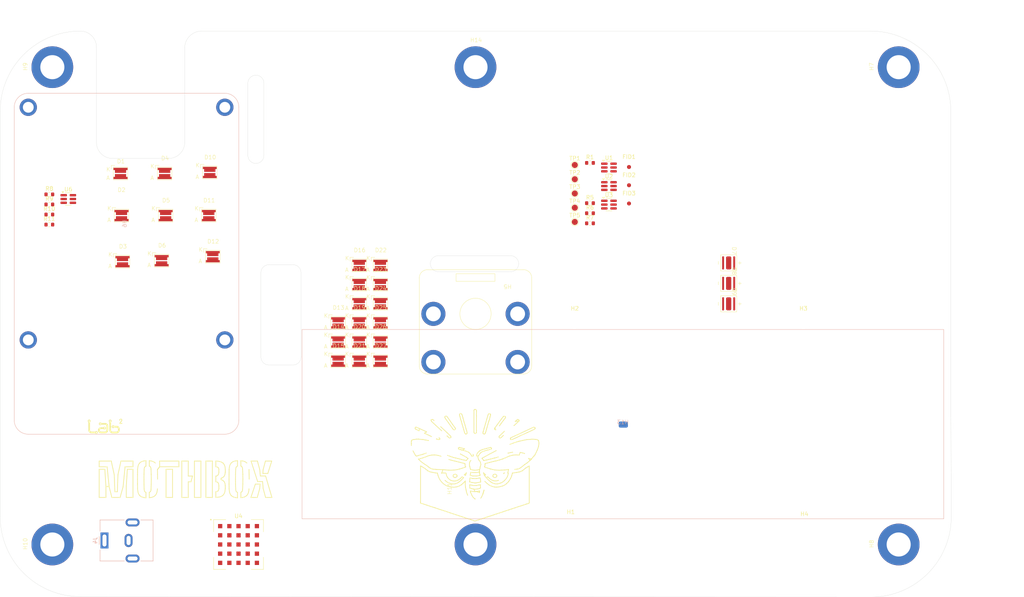
<source format=kicad_pcb>
(kicad_pcb (version 20240108) (generator "pcbnew") (generator_version "8.0")
  (layers (0 "F.Cu" signal) (31 "B.Cu" signal) (34 "B.Paste" user) (35 "F.Paste" user) (36 "B.SilkS" user "B.Silkscreen") (37 "F.SilkS" user "F.Silkscreen") (38 "B.Mask" user) (39 "F.Mask" user) (44 "Edge.Cuts" user))
  (net 0 "")
  (net 1 "+12V")
  (net 2 "Net-(D1-K)")
  (net 3 "Net-(D2-K)")
  (net 4 "Net-(D3-K)")
  (net 5 "Net-(D4-K)")
  (net 6 "Net-(D5-K)")
  (net 7 "Net-(D6-K)")
  (net 8 "Net-(D12-K)")
  (net 9 "Net-(R10-Pad2)")
  (net 10 "Net-(U6-REXT)")
  (net 12 "Net-(U1-REXT)")
  (net 17 "EN")
  (net 18 "/LED+")
  (net 19 "Net-(U2-REXT)")
  (net 20 "GND")
  (net 21 "Net-(U3-REXT)")
  (net 24 "Net-(D7-K)")
  (net 25 "Net-(D8-K)")
  (net 26 "/T1")
  (net 27 "/T2")
  (net 28 "/T3")
  (net 29 "/LED-")
  (net 78 "Net-(J4-Pad1)")
  (footprint "Lablab:LM301_3mm" (layer "F.Cu") (at 54 59.5)
    (property "Reference" "D1" (at 0.1 -3.025 0) (layer "F.SilkS") (effects (font (thickness 0.1))))
    (property "Value" "LED")
    (fp_text user "A" (at -3.6 1.7 0) (layer "F.SilkS") (effects (font (thickness 0.1)) (justify left bottom)))
    (fp_text user "K" (at -3.6 -0.425 0) (layer "F.SilkS") (effects (font (thickness 0.1)) (justify left bottom)))
    (pad "1" smd custom (at 0 -0.5) (size 2.8 0.7) (layers "F.Cu" "F.Paste" "F.Mask") (net 2 "Net-(D1-K)") (options (clearance outline) (anchor rect)) (primitives (gr_rect (start -1.75 -0.9) (end 1.75 -0.35) (width 0.01) (fill yes))))
    (pad "2" smd custom (at 0 0.5) (size 2.8 0.7) (layers "F.Cu" "F.Paste" "F.Mask") (net 1 "+12V") (options (clearance outline) (anchor rect)) (primitives (gr_rect (start -1.75 0.35) (end 1.75 0.9) (width 0.01) (fill yes))))
  )
  (footprint "Lablab:LM301_3mm" (layer "F.Cu") (at 118.8 106.3)
    (property "Reference" "D27" (at 0.1 -3.8 0) (layer "F.SilkS") (effects (font (thickness 0.1))))
    (property "Value" "LED")
    (fp_text user "A" (at -3.6 1.7 0) (layer "F.SilkS") (effects (font (thickness 0.1)) (justify left bottom)))
    (fp_text user "K" (at -3.6 -1.2 0) (layer "F.SilkS") (effects (font (thickness 0.1)) (justify left bottom)))
    (pad "1" smd custom (at 0 -0.5) (size 2.8 0.7) (layers "F.Cu" "F.Paste" "F.Mask") (options (clearance outline) (anchor rect)) (primitives (gr_rect (start -1.75 -0.9) (end 1.75 -0.35) (width 0.01) (fill yes))))
    (pad "2" smd custom (at 0 0.5) (size 2.8 0.7) (layers "F.Cu" "F.Paste" "F.Mask") (options (clearance outline) (anchor rect)) (primitives (gr_rect (start -1.75 0.35) (end 1.75 0.9) (width 0.01) (fill yes))))
  )
  (footprint "Resistor_SMD:R_0603_1608Metric" (layer "F.Cu") (at 171.037496 69.416673)
    (property "Reference" "R6" (at 0 -1.43 0) (layer "F.SilkS"))
    (property "Value" "5.1 1/3 W")
    (pad "1" smd roundrect (at -0.825 0) (size 0.8 0.95) (layers "F.Cu" "F.Paste" "F.Mask") (net 19 "Net-(U2-REXT)"))
    (pad "2" smd roundrect (at 0.825 0) (size 0.8 0.95) (layers "F.Cu" "F.Paste" "F.Mask") (net 20 "GND"))
  )
  (footprint "Lablab:Wuerth_HP_Ceramic" (layer "F.Cu") (at 205.615 92)
    (property "Reference" "D9" (at 1.3824 -3.0622 -90) (layer "F.SilkS") (effects (font (thickness 0.1))))
    (property "Value" "LED3")
    (fp_text user "-" (at -2.0466 0.6716 90) (layer "F.SilkS") (effects (font (thickness 0.1)) (justify left bottom)))
    (fp_text user "+" (at 2.0936 0.5192 0) (layer "F.SilkS") (effects (font (thickness 0.1)) (justify left bottom)))
    (pad "1" smd custom (at -1.385 0) (size 0.48 3.25) (layers "F.Cu" "F.Paste" "F.Mask") (net 29 "/LED-") (options (clearance outline) (anchor rect)) (primitives (gr_bbox (start -0.75 -0.25) (end 0 0.25) (fill yes))))
    (pad "2" smd custom (at 1.385 0) (size 0.48 3.25) (layers "F.Cu" "F.Paste" "F.Mask") (net 25 "Net-(D8-K)") (options (clearance outline) (anchor rect)) (primitives (gr_bbox (start 0 -0.25) (end 0.75 0.25) (fill yes))))
    (pad "3" smd roundrect (at 0 0) (size 1.3 3.25) (layers "F.Cu" "F.Paste" "F.Mask") (net 28 "/T3"))
  )
  (footprint "Lablab:LM301_3mm" (layer "F.Cu") (at 108.25 106.3)
    (property "Reference" "D15" (at 0.1 -3.8 0) (layer "F.SilkS") (effects (font (thickness 0.1))))
    (property "Value" "LED")
    (fp_text user "K" (at -3.6 -1.2 0) (layer "F.SilkS") (effects (font (thickness 0.1)) (justify left bottom)))
    (fp_text user "A" (at -3.6 1.7 0) (layer "F.SilkS") (effects (font (thickness 0.1)) (justify left bottom)))
    (pad "1" smd custom (at 0 -0.5) (size 2.8 0.7) (layers "F.Cu" "F.Paste" "F.Mask") (options (clearance outline) (anchor rect)) (primitives (gr_rect (start -1.75 -0.9) (end 1.75 -0.35) (width 0.01) (fill yes))))
    (pad "2" smd custom (at 0 0.5) (size 2.8 0.7) (layers "F.Cu" "F.Paste" "F.Mask") (options (clearance outline) (anchor rect)) (primitives (gr_rect (start -1.75 0.35) (end 1.75 0.9) (width 0.01) (fill yes))))
  )
  (footprint "TestPoint:TestPoint_Pad_D1.5mm" (layer "F.Cu") (at 167.257496 64.486673)
    (property "Reference" "TP3" (at 0 -1.648 0) (layer "F.SilkS"))
    (property "Value" "LED2+")
    (pad "1" smd circle (at 0 0) (size 1.5 1.5) (layers "F.Cu" "F.Mask") (net 26 "/T1"))
  )
  (footprint "Lablab:LM301_3mm" (layer "F.Cu") (at 113.525 82.425)
    (property "Reference" "D16" (at 0.1 -3.8 0) (layer "F.SilkS") (effects (font (thickness 0.1))))
    (property "Value" "LED")
    (fp_text user "A" (at -3.6 1.7 0) (layer "F.SilkS") (effects (font (thickness 0.1)) (justify left bottom)))
    (fp_text user "K" (at -3.6 -1.2 0) (layer "F.SilkS") (effects (font (thickness 0.1)) (justify left bottom)))
    (pad "1" smd custom (at 0 -0.5) (size 2.8 0.7) (layers "F.Cu" "F.Paste" "F.Mask") (options (clearance outline) (anchor rect)) (primitives (gr_rect (start -1.75 -0.9) (end 1.75 -0.35) (width 0.01) (fill yes))))
    (pad "2" smd custom (at 0 0.5) (size 2.8 0.7) (layers "F.Cu" "F.Paste" "F.Mask") (options (clearance outline) (anchor rect)) (primitives (gr_rect (start -1.75 0.35) (end 1.75 0.9) (width 0.01) (fill yes))))
  )
  (footprint "Lablab:LM301_3mm" (layer "F.Cu") (at 113.525 87.2)
    (property "Reference" "D17" (at 0.1 -3.8 0) (layer "F.SilkS") (effects (font (thickness 0.1))))
    (property "Value" "LED")
    (fp_text user "K" (at -3.6 -1.2 0) (layer "F.SilkS") (effects (font (thickness 0.1)) (justify left bottom)))
    (fp_text user "A" (at -3.6 1.7 0) (layer "F.SilkS") (effects (font (thickness 0.1)) (justify left bottom)))
    (pad "1" smd custom (at 0 -0.5) (size 2.8 0.7) (layers "F.Cu" "F.Paste" "F.Mask") (options (clearance outline) (anchor rect)) (primitives (gr_rect (start -1.75 -0.9) (end 1.75 -0.35) (width 0.01) (fill yes))))
    (pad "2" smd custom (at 0 0.5) (size 2.8 0.7) (layers "F.Cu" "F.Paste" "F.Mask") (options (clearance outline) (anchor rect)) (primitives (gr_rect (start -1.75 0.35) (end 1.75 0.9) (width 0.01) (fill yes))))
  )
  (footprint "TestPoint:TestPoint_Pad_D1.5mm" (layer "F.Cu") (at 167.257496 57.386673)
    (property "Reference" "TP1" (at 0 -1.648 0) (layer "F.SilkS"))
    (property "Value" "LED2+")
    (pad "1" smd circle (at 0 0) (size 1.5 1.5) (layers "F.Cu" "F.Mask") (net 24 "Net-(D7-K)"))
  )
  (footprint "Fiducial:Fiducial_1mm_Mask3mm" (layer "F.Cu") (at 180.767496 66.986673)
    (property "Reference" "FID3" (at 0 -2.54 0) (layer "F.SilkS"))
    (property "Value" "Fiducial")
    (pad "" smd circle (at 0 0) (size 1 1) (layers "F.Cu" "F.Mask") (clearance 1))
  )
  (footprint "MountingHole:MountingHole_2.7mm_M2.5_DIN965" (layer "F.Cu") (at 166.25 147.25)
    (property "Reference" "H1" (at 0 -3.35 0) (layer "F.SilkS"))
    (property "Value" "MountingHole_Pad")
    (pad "" np_thru_hole circle (at 0 0) (size 2.7 2.7) (drill 2.7) (layers "*.Cu" "*.Mask"))
  )
  (footprint "Lablab:9774030592R" (layer "F.Cu") (at 248 152 90)
    (property "Reference" "H8" (at 0.15 -6.75 90) (layer "F.SilkS") (effects (font (thickness 0.1))))
    (property "Value" "Distance")
    (pad "1" thru_hole circle (at 0 0 90) (size 10.4 10.4) (drill 6) (layers "*.Cu" "*.Mask"))
  )
  (footprint "Lablab:LM301_3mm" (layer "F.Cu") (at 118.8 91.975)
    (property "Reference" "D24" (at 0.1 -3.8 0) (layer "F.SilkS") (effects (font (thickness 0.1))))
    (property "Value" "LED")
    (fp_text user "A" (at -3.6 1.7 0) (layer "F.SilkS") (effects (font (thickness 0.1)) (justify left bottom)))
    (fp_text user "K" (at -3.6 -1.2 0) (layer "F.SilkS") (effects (font (thickness 0.1)) (justify left bottom)))
    (pad "1" smd custom (at 0 -0.5) (size 2.8 0.7) (layers "F.Cu" "F.Paste" "F.Mask") (options (clearance outline) (anchor rect)) (primitives (gr_rect (start -1.75 -0.9) (end 1.75 -0.35) (width 0.01) (fill yes))))
    (pad "2" smd custom (at 0 0.5) (size 2.8 0.7) (layers "F.Cu" "F.Paste" "F.Mask") (options (clearance outline) (anchor rect)) (primitives (gr_rect (start -1.75 0.35) (end 1.75 0.9) (width 0.01) (fill yes))))
  )
  (footprint "Lablab:9774030592R" (layer "F.Cu") (at 37 152 90)
    (property "Reference" "H10" (at 0.15 -6.75 90) (layer "F.SilkS") (effects (font (thickness 0.1))))
    (property "Value" "Distance")
    (pad "1" thru_hole circle (at 0 0 90) (size 10.4 10.4) (drill 6) (layers "*.Cu" "*.Mask"))
  )
  (footprint "Lablab:LM301_3mm" (layer "F.Cu") (at 113.525 91.975)
    (property "Reference" "D18" (at 0.1 -3.8 0) (layer "F.SilkS") (effects (font (thickness 0.1))))
    (property "Value" "LED")
    (fp_text user "K" (at -3.6 -1.2 0) (layer "F.SilkS") (effects (font (thickness 0.1)) (justify left bottom)))
    (fp_text user "A" (at -3.6 1.7 0) (layer "F.SilkS") (effects (font (thickness 0.1)) (justify left bottom)))
    (pad "1" smd custom (at 0 -0.5) (size 2.8 0.7) (layers "F.Cu" "F.Paste" "F.Mask") (options (clearance outline) (anchor rect)) (primitives (gr_rect (start -1.75 -0.9) (end 1.75 -0.35) (width 0.01) (fill yes))))
    (pad "2" smd custom (at 0 0.5) (size 2.8 0.7) (layers "F.Cu" "F.Paste" "F.Mask") (options (clearance outline) (anchor rect)) (primitives (gr_rect (start -1.75 0.35) (end 1.75 0.9) (width 0.01) (fill yes))))
  )
  (footprint "Lablab:LM301_3mm" (layer "F.Cu") (at 65 59.5)
    (property "Reference" "D4" (at 0.1 -3.8 0) (layer "F.SilkS") (effects (font (thickness 0.1))))
    (property "Value" "LED")
    (fp_text user "K" (at -3.6 -1.2 0) (layer "F.SilkS") (effects (font (thickness 0.1)) (justify left bottom)))
    (fp_text user "A" (at -3.6 1.7 0) (layer "F.SilkS") (effects (font (thickness 0.1)) (justify left bottom)))
    (pad "1" smd custom (at 0 -0.5) (size 2.8 0.7) (layers "F.Cu" "F.Paste" "F.Mask") (net 5 "Net-(D4-K)") (options (clearance outline) (anchor rect)) (primitives (gr_rect (start -1.75 -0.9) (end 1.75 -0.35) (width 0.01) (fill yes))))
    (pad "2" smd custom (at 0 0.5) (size 2.8 0.7) (layers "F.Cu" "F.Paste" "F.Mask") (net 1 "+12V") (options (clearance outline) (anchor rect)) (primitives (gr_rect (start -1.75 0.35) (end 1.75 0.9) (width 0.01) (fill yes))))
  )
  (footprint "Lablab:LM301_3mm" (layer "F.Cu") (at 108.25 96.75)
    (property "Reference" "D13" (at 0.1 -3.8 0) (layer "F.SilkS") (effects (font (thickness 0.1))))
    (property "Value" "LED")
    (fp_text user "K" (at -3.6 -1.2 0) (layer "F.SilkS") (effects (font (thickness 0.1)) (justify left bottom)))
    (fp_text user "A" (at -3.6 1.7 0) (layer "F.SilkS") (effects (font (thickness 0.1)) (justify left bottom)))
    (pad "1" smd custom (at 0 -0.5) (size 2.8 0.7) (layers "F.Cu" "F.Paste" "F.Mask") (options (clearance outline) (anchor rect)) (primitives (gr_rect (start -1.75 -0.9) (end 1.75 -0.35) (width 0.01) (fill yes))))
    (pad "2" smd custom (at 0 0.5) (size 2.8 0.7) (layers "F.Cu" "F.Paste" "F.Mask") (options (clearance outline) (anchor rect)) (primitives (gr_rect (start -1.75 0.35) (end 1.75 0.9) (width 0.01) (fill yes))))
  )
  (footprint "Lablab:LM301_3mm" (layer "F.Cu") (at 118.8 101.525)
    (property "Reference" "D26" (at 0.1 -3.8 0) (layer "F.SilkS") (effects (font (thickness 0.1))))
    (property "Value" "LED")
    (fp_text user "K" (at -3.6 -1.2 0) (layer "F.SilkS") (effects (font (thickness 0.1)) (justify left bottom)))
    (fp_text user "A" (at -3.6 1.7 0) (layer "F.SilkS") (effects (font (thickness 0.1)) (justify left bottom)))
    (pad "1" smd custom (at 0 -0.5) (size 2.8 0.7) (layers "F.Cu" "F.Paste" "F.Mask") (options (clearance outline) (anchor rect)) (primitives (gr_rect (start -1.75 -0.9) (end 1.75 -0.35) (width 0.01) (fill yes))))
    (pad "2" smd custom (at 0 0.5) (size 2.8 0.7) (layers "F.Cu" "F.Paste" "F.Mask") (options (clearance outline) (anchor rect)) (primitives (gr_rect (start -1.75 0.35) (end 1.75 0.9) (width 0.01) (fill yes))))
  )
  (footprint "Lablab:LM301_3mm" (layer "F.Cu") (at 113.525 96.75)
    (property "Reference" "D19" (at 0.1 -3.8 0) (layer "F.SilkS") (effects (font (thickness 0.1))))
    (property "Value" "LED")
    (fp_text user "A" (at -3.6 1.7 0) (layer "F.SilkS") (effects (font (thickness 0.1)) (justify left bottom)))
    (fp_text user "K" (at -3.6 -1.2 0) (layer "F.SilkS") (effects (font (thickness 0.1)) (justify left bottom)))
    (pad "1" smd custom (at 0 -0.5) (size 2.8 0.7) (layers "F.Cu" "F.Paste" "F.Mask") (options (clearance outline) (anchor rect)) (primitives (gr_rect (start -1.75 -0.9) (end 1.75 -0.35) (width 0.01) (fill yes))))
    (pad "2" smd custom (at 0 0.5) (size 2.8 0.7) (layers "F.Cu" "F.Paste" "F.Mask") (options (clearance outline) (anchor rect)) (primitives (gr_rect (start -1.75 0.35) (end 1.75 0.9) (width 0.01) (fill yes))))
  )
  (footprint "Resistor_SMD:R_0603_1608Metric" (layer "F.Cu") (at 36.25 64.72)
    (property "Reference" "R8" (at 0 -1.43 0) (layer "F.SilkS"))
    (property "Value" "5.1 1/3 W")
    (pad "1" smd roundrect (at -0.825 0) (size 0.8 0.95) (layers "F.Cu" "F.Paste" "F.Mask") (net 4 "Net-(D3-K)"))
    (pad "2" smd roundrect (at 0.825 0) (size 0.8 0.95) (layers "F.Cu" "F.Paste" "F.Mask") (net 9 "Net-(R10-Pad2)"))
  )
  (footprint "Package_TO_SOT_SMD:SC-74-6_1.55x2.9mm_P0.95mm" (layer "F.Cu") (at 40.98 65.865)
    (property "Reference" "U6" (at 0 -2.4 0) (layer "F.SilkS"))
    (property "Value" "BCR421U")
    (pad "1" smd roundrect (at -1.15 -0.95) (size 1.6 0.6) (layers "F.Cu" "F.Paste" "F.Mask"))
    (pad "2" smd roundrect (at -1.15 0) (size 1.6 0.6) (layers "F.Cu" "F.Paste" "F.Mask") (net 9 "Net-(R10-Pad2)"))
    (pad "3" smd roundrect (at -1.15 0.95) (size 1.6 0.6) (layers "F.Cu" "F.Paste" "F.Mask") (net 9 "Net-(R10-Pad2)"))
    (pad "4" smd roundrect (at 1.15 0.95) (size 1.6 0.6) (layers "F.Cu" "F.Paste" "F.Mask") (net 20 "GND"))
    (pad "5" smd roundrect (at 1.15 0) (size 1.6 0.6) (layers "F.Cu" "F.Paste" "F.Mask") (net 9 "Net-(R10-Pad2)"))
    (pad "6" smd roundrect (at 1.15 -0.95) (size 1.6 0.6) (layers "F.Cu" "F.Paste" "F.Mask") (net 10 "Net-(U6-REXT)"))
  )
  (footprint "Lablab:9774030592R" (layer "F.Cu") (at 37 33 90)
    (property "Reference" "H9" (at 0.15 -6.75 90) (layer "F.SilkS") (effects (font (thickness 0.1))))
    (property "Value" "Distance")
    (pad "1" thru_hole circle (at 0 0 90) (size 10.4 10.4) (drill 6) (layers "*.Cu" "*.Mask"))
  )
  (footprint "Resistor_SMD:R_0603_1608Metric" (layer "F.Cu") (at 171.037496 56.866673)
    (property "Reference" "R1" (at 0 -1.43 0) (layer "F.SilkS"))
    (property "Value" "5.1 1/3 W")
    (pad "1" smd roundrect (at -0.825 0) (size 0.8 0.95) (layers "F.Cu" "F.Paste" "F.Mask") (net 12 "Net-(U1-REXT)"))
    (pad "2" smd roundrect (at 0.825 0) (size 0.8 0.95) (layers "F.Cu" "F.Paste" "F.Mask"))
  )
  (footprint "Resistor_SMD:R_0603_1608Metric" (layer "F.Cu") (at 171.037496 71.926673)
    (property "Reference" "R7" (at 0 -1.43 0) (layer "F.SilkS"))
    (property "Value" "5.1 1/3 W")
    (pad "1" smd roundrect (at -0.825 0) (size 0.8 0.95) (layers "F.Cu" "F.Paste" "F.Mask") (net 21 "Net-(U3-REXT)"))
    (pad "2" smd roundrect (at 0.825 0) (size 0.8 0.95) (layers "F.Cu" "F.Paste" "F.Mask") (net 20 "GND"))
  )
  (footprint "Resistor_SMD:R_0603_1608Metric" (layer "F.Cu") (at 36.25 69.74)
    (property "Reference" "R10" (at 0 -1.43 0) (layer "F.SilkS"))
    (property "Value" "5.1 1/3 W")
    (pad "1" smd roundrect (at -0.825 0) (size 0.8 0.95) (layers "F.Cu" "F.Paste" "F.Mask") (net 7 "Net-(D6-K)"))
    (pad "2" smd roundrect (at 0.825 0) (size 0.8 0.95) (layers "F.Cu" "F.Paste" "F.Mask") (net 9 "Net-(R10-Pad2)"))
  )
  (footprint "Lablab:LM301_3mm" (layer "F.Cu") (at 113.525 106.3)
    (property "Reference" "D21" (at 0.1 -3.8 0) (layer "F.SilkS") (effects (font (thickness 0.1))))
    (property "Value" "LED")
    (fp_text user "K" (at -3.6 -1.2 0) (layer "F.SilkS") (effects (font (thickness 0.1)) (justify left bottom)))
    (fp_text user "A" (at -3.6 1.7 0) (layer "F.SilkS") (effects (font (thickness 0.1)) (justify left bottom)))
    (pad "1" smd custom (at 0 -0.5) (size 2.8 0.7) (layers "F.Cu" "F.Paste" "F.Mask") (options (clearance outline) (anchor rect)) (primitives (gr_rect (start -1.75 -0.9) (end 1.75 -0.35) (width 0.01) (fill yes))))
    (pad "2" smd custom (at 0 0.5) (size 2.8 0.7) (layers "F.Cu" "F.Paste" "F.Mask") (options (clearance outline) (anchor rect)) (primitives (gr_rect (start -1.75 0.35) (end 1.75 0.9) (width 0.01) (fill yes))))
  )
  (footprint "Lablab:LM301_3mm" (layer "F.Cu") (at 113.525 101.525)
    (property "Reference" "D20" (at 0.1 -3.8 0) (layer "F.SilkS") (effects (font (thickness 0.1))))
    (property "Value" "LED")
    (fp_text user "K" (at -3.6 -1.2 0) (layer "F.SilkS") (effects (font (thickness 0.1)) (justify left bottom)))
    (fp_text user "A" (at -3.6 1.7 0) (layer "F.SilkS") (effects (font (thickness 0.1)) (justify left bottom)))
    (pad "1" smd custom (at 0 -0.5) (size 2.8 0.7) (layers "F.Cu" "F.Paste" "F.Mask") (options (clearance outline) (anchor rect)) (primitives (gr_rect (start -1.75 -0.9) (end 1.75 -0.35) (width 0.01) (fill yes))))
    (pad "2" smd custom (at 0 0.5) (size 2.8 0.7) (layers "F.Cu" "F.Paste" "F.Mask") (options (clearance outline) (anchor rect)) (primitives (gr_rect (start -1.75 0.35) (end 1.75 0.9) (width 0.01) (fill yes))))
  )
  (footprint "Fiducial:Fiducial_1mm_Mask3mm" (layer "F.Cu") (at 180.767496 62.436673)
    (property "Reference" "FID2" (at 0 -2.54 0) (layer "F.SilkS"))
    (property "Value" "Fiducial")
    (pad "" smd circle (at 0 0) (size 1 1) (layers "F.Cu" "F.Mask") (clearance 1))
  )
  (footprint "Lablab:Wuerth_HP_Ceramic" (layer "F.Cu") (at 205.615 81.8)
    (property "Reference" "D7" (at 1.3824 -3.0622 -90) (layer "F.SilkS") (effects (font (thickness 0.1))))
    (property "Value" "LED1")
    (fp_text user "-" (at -2.0466 0.6716 90) (layer "F.SilkS") (effects (font (thickness 0.1)) (justify left bottom)))
    (fp_text user "+" (at 2.0936 0.5192 0) (layer "F.SilkS") (effects (font (thickness 0.1)) (justify left bottom)))
    (pad "1" smd custom (at -1.385 0) (size 0.48 3.25) (layers "F.Cu" "F.Paste" "F.Mask") (net 24 "Net-(D7-K)") (options (clearance outline) (anchor rect)) (primitives (gr_bbox (start -0.75 -0.25) (end 0 0.25) (fill yes))))
    (pad "2" smd custom (at 1.385 0) (size 0.48 3.25) (layers "F.Cu" "F.Paste" "F.Mask") (net 18 "/LED+") (options (clearance outline) (anchor rect)) (primitives (gr_bbox (start 0 -0.25) (end 0.75 0.25) (fill yes))))
    (pad "3" smd roundrect (at 0 0) (size 1.3 3.25) (layers "F.Cu" "F.Paste" "F.Mask") (net 26 "/T1"))
  )
  (footprint "TestPoint:TestPoint_Pad_D1.5mm" (layer "F.Cu") (at 167.257496 71.586673)
    (property "Reference" "TP5" (at 0 -1.648 0) (layer "F.SilkS"))
    (property "Value" "LED2+")
    (pad "1" smd circle (at 0 0) (size 1.5 1.5) (layers "F.Cu" "F.Mask") (net 28 "/T3"))
  )
  (footprint "Lablab:LM301_3mm" (layer "F.Cu") (at 64.25 81.25)
    (property "Reference" "D6" (at 0.1 -3.8 0) (layer "F.SilkS") (effects (font (thickness 0.1))))
    (property "Value" "LED")
    (fp_text user "K" (at -3.6 -1.2 0) (layer "F.SilkS") (effects (font (thickness 0.1)) (justify left bottom)))
    (fp_text user "A" (at -3.6 1.7 0) (layer "F.SilkS") (effects (font (thickness 0.1)) (justify left bottom)))
    (pad "1" smd custom (at 0 -0.5) (size 2.8 0.7) (layers "F.Cu" "F.Paste" "F.Mask") (net 7 "Net-(D6-K)") (options (clearance outline) (anchor rect)) (primitives (gr_rect (start -1.75 -0.9) (end 1.75 -0.35) (width 0.01) (fill yes))))
    (pad "2" smd custom (at 0 0.5) (size 2.8 0.7) (layers "F.Cu" "F.Paste" "F.Mask") (net 6 "Net-(D5-K)") (options (clearance outline) (anchor rect)) (primitives (gr_rect (start -1.75 0.35) (end 1.75 0.9) (width 0.01) (fill yes))))
  )
  (footprint "TestPoint:TestPoint_Pad_D1.5mm" (layer "F.Cu") (at 167.257496 60.936673)
    (property "Reference" "TP2" (at 0 -1.648 0) (layer "F.SilkS"))
    (property "Value" "LED2+")
    (pad "1" smd circle (at 0 0) (size 1.5 1.5) (layers "F.Cu" "F.Mask") (net 25 "Net-(D8-K)"))
  )
  (footprint "Lablab:LM301_3mm" (layer "F.Cu") (at 54.25 70)
    (property "Reference" "D2" (at 0 -6.4 0) (layer "F.SilkS") (effects (font (thickness 0.1))))
    (property "Value" "LED")
    (fp_text user "A" (at -3.6 1.7 0) (layer "F.SilkS") (effects (font (thickness 0.1)) (justify left bottom)))
    (fp_text user "K" (at -3.6 -1.2 0) (layer "F.SilkS") (effects (font (thickness 0.1)) (justify left bottom)))
    (pad "1" smd custom (at 0 -0.5) (size 2.8 0.7) (layers "F.Cu" "F.Paste" "F.Mask") (net 3 "Net-(D2-K)") (options (clearance outline) (anchor rect)) (primitives (gr_rect (start -1.75 -0.9) (end 1.75 -0.35) (width 0.01) (fill yes))))
    (pad "2" smd custom (at 0 0.5) (size 2.8 0.7) (layers "F.Cu" "F.Paste" "F.Mask") (net 2 "Net-(D1-K)") (options (clearance outline) (anchor rect)) (primitives (gr_rect (start -1.75 0.35) (end 1.75 0.9) (width 0.01) (fill yes))))
  )
  (footprint "Lablab:LM301_3mm" (layer "F.Cu") (at 54.5 81.5)
    (property "Reference" "D3" (at 0.1 -3.8 0) (layer "F.SilkS") (effects (font (thickness 0.1))))
    (property "Value" "LED")
    (fp_text user "A" (at -3.6 1.7 0) (layer "F.SilkS") (effects (font (thickness 0.1)) (justify left bottom)))
    (fp_text user "K" (at -3.6 -1.2 0) (layer "F.SilkS") (effects (font (thickness 0.1)) (justify left bottom)))
    (pad "1" smd custom (at 0 -0.5) (size 2.8 0.7) (layers "F.Cu" "F.Paste" "F.Mask") (net 4 "Net-(D3-K)") (options (clearance outline) (anchor rect)) (primitives (gr_rect (start -1.75 -0.9) (end 1.75 -0.35) (width 0.01) (fill yes))))
    (pad "2" smd custom (at 0 0.5) (size 2.8 0.7) (layers "F.Cu" "F.Paste" "F.Mask") (net 3 "Net-(D2-K)") (options (clearance outline) (anchor rect)) (primitives (gr_rect (start -1.75 0.35) (end 1.75 0.9) (width 0.01) (fill yes))))
  )
  (footprint "Lablab:RPMB-3.0BGA-25_5x5_12.19x12.19mm" (layer "F.Cu") (at 83.42 152)
    (property "Reference" "U4" (at 0 -7.095 0) (layer "F.SilkS"))
    (property "Value" "~")
    (pad "A1" smd rect (at -4.58 -4.58) (size 1.06 1.06) (layers "F.Cu" "F.Paste" "F.Mask") (net 78 "Net-(J4-Pad1)"))
    (pad "A2" smd rect (at -2.29 -4.58) (size 1.06 1.06) (layers "F.Cu" "F.Paste" "F.Mask"))
    (pad "A3" smd rect (at 0 -4.58) (size 1.06 1.06) (layers "F.Cu" "F.Paste" "F.Mask") (net 20 "GND"))
    (pad "A4" smd rect (at 2.29 -4.58) (size 1.06 1.06) (layers "F.Cu" "F.Paste" "F.Mask") (net 20 "GND"))
    (pad "A5" smd rect (at 4.58 -4.58) (size 1.06 1.06) (layers "F.Cu" "F.Paste" "F.Mask"))
    (pad "B1" smd rect (at -4.58 -2.29) (size 1.06 1.06) (layers "F.Cu" "F.Paste" "F.Mask") (net 20 "GND"))
    (pad "B2" smd rect (at -2.29 -2.29) (size 1.06 1.06) (layers "F.Cu" "F.Paste" "F.Mask") (net 20 "GND"))
    (pad "B3" smd rect (at 0 -2.29) (size 1.06 1.06) (layers "F.Cu" "F.Paste" "F.Mask") (net 20 "GND"))
    (pad "B4" smd rect (at 2.29 -2.29) (size 1.06 1.06) (layers "F.Cu" "F.Paste" "F.Mask") (net 20 "GND"))
    (pad "B5" smd rect (at 4.58 -2.29) (size 1.06 1.06) (layers "F.Cu" "F.Paste" "F.Mask"))
    (pad "C1" smd rect (at -4.58 0) (size 1.06 1.06) (layers "F.Cu" "F.Paste" "F.Mask"))
    (pad "C2" smd rect (at -2.29 0) (size 1.06 1.06) (layers "F.Cu" "F.Paste" "F.Mask") (net 20 "GND"))
    (pad "C3" smd rect (at 0 0) (size 1.06 1.06) (layers "F.Cu" "F.Paste" "F.Mask") (net 20 "GND"))
    (pad "C4" smd rect (at 2.29 0) (size 1.06 1.06) (layers "F.Cu" "F.Paste" "F.Mask") (net 20 "GND"))
    (pad "C5" smd rect (at 4.58 0) (size 1.06 1.06) (layers "F.Cu" "F.Paste" "F.Mask"))
    (pad "D1" smd rect (at -4.58 2.29) (size 1.06 1.06) (layers "F.Cu" "F.Paste" "F.Mask"))
    (pad "D2" smd rect (at -2.29 2.29) (size 1.06 1.06) (layers "F.Cu" "F.Paste" "F.Mask") (net 20 "GND"))
    (pad "D3" smd rect (at 0 2.29) (size 1.06 1.06) (layers "F.Cu" "F.Paste" "F.Mask") (net 20 "GND"))
    (pad "D4" smd rect (at 2.29 2.29) (size 1.06 1.06) (layers "F.Cu" "F.Paste" "F.Mask") (net 20 "GND"))
    (pad "D5" smd rect (at 4.58 2.29) (size 1.06 1.06) (layers "F.Cu" "F.Paste" "F.Mask") (net 20 "GND"))
    (pad "E1" smd rect (at -4.58 4.58) (size 1.06 1.06) (layers "F.Cu" "F.Paste" "F.Mask"))
    (pad "E2" smd rect (at -2.29 4.58) (size 1.06 1.06) (layers "F.Cu" "F.Paste" "F.Mask"))
    (pad "E3" smd rect (at 0 4.58) (size 1.06 1.06) (layers "F.Cu" "F.Paste" "F.Mask") (net 20 "GND"))
    (pad "E4" smd rect (at 2.29 4.58) (size 1.06 1.06) (layers "F.Cu" "F.Paste" "F.Mask") (net 20 "GND"))
    (pad "E5" smd rect (at 4.58 4.58) (size 1.06 1.06) (layers "F.Cu" "F.Paste" "F.Mask"))
  )
  (footprint "Resistor_SMD:R_0603_1608Metric" (layer "F.Cu") (at 36.25 72.25)
    (property "Reference" "R11" (at 0 -1.43 0) (layer "F.SilkS"))
    (property "Value" "5.1 1/3 W")
    (pad "1" smd roundrect (at -0.825 0) (size 0.8 0.95) (layers "F.Cu" "F.Paste" "F.Mask") (net 10 "Net-(U6-REXT)"))
    (pad "2" smd roundrect (at 0.825 0) (size 0.8 0.95) (layers "F.Cu" "F.Paste" "F.Mask") (net 20 "GND"))
  )
  (footprint "Package_TO_SOT_SMD:SC-74-6_1.55x2.9mm_P0.95mm" (layer "F.Cu") (at 175.767496 62.636673)
    (property "Reference" "U2" (at 0 -2.4 0) (layer "F.SilkS"))
    (property "Value" "BCR421U")
    (pad "1" smd roundrect (at -1.15 -0.95) (size 1.6 0.6) (layers "F.Cu" "F.Paste" "F.Mask"))
    (pad "2" smd roundrect (at -1.15 0) (size 1.6 0.6) (layers "F.Cu" "F.Paste" "F.Mask") (net 29 "/LED-"))
    (pad "3" smd roundrect (at -1.15 0.95) (size 1.6 0.6) (layers "F.Cu" "F.Paste" "F.Mask") (net 29 "/LED-"))
    (pad "4" smd roundrect (at 1.15 0.95) (size 1.6 0.6) (layers "F.Cu" "F.Paste" "F.Mask") (net 20 "GND"))
    (pad "5" smd roundrect (at 1.15 0) (size 1.6 0.6) (layers "F.Cu" "F.Paste" "F.Mask") (net 29 "/LED-"))
    (pad "6" smd roundrect (at 1.15 -0.95) (size 1.6 0.6) (layers "F.Cu" "F.Paste" "F.Mask") (net 19 "Net-(U2-REXT)"))
  )
  (footprint "Lablab:9774030592R" (layer "F.Cu") (at 142.5 152 90)
    (property "Reference" "H11" (at 13.919127 -6.452767 90) (layer "F.SilkS") (effects (font (thickness 0.1))))
    (property "Value" "Distance")
    (pad "1" thru_hole circle (at 0 0 90) (size 10.4 10.4) (drill 6) (layers "*.Cu" "*.Mask"))
  )
  (footprint "Lablab:LM301_3mm" (layer "F.Cu") (at 76.25 59.25)
    (property "Reference" "D10" (at 0.1 -3.8 0) (layer "F.SilkS") (effects (font (thickness 0.1))))
    (property "Value" "LED")
    (fp_text user "A" (at -3.6 1.7 0) (layer "F.SilkS") (effects (font (thickness 0.1)) (justify left bottom)))
    (fp_text user "K" (at -3.6 -1.2 0) (layer "F.SilkS") (effects (font (thickness 0.1)) (justify left bottom)))
    (pad "1" smd custom (at 0 -0.5) (size 2.8 0.7) (layers "F.Cu" "F.Paste" "F.Mask") (options (clearance outline) (anchor rect)) (primitives (gr_rect (start -1.75 -0.9) (end 1.75 -0.35) (width 0.01) (fill yes))))
    (pad "2" smd custom (at 0 0.5) (size 2.8 0.7) (layers "F.Cu" "F.Paste" "F.Mask") (net 1 "+12V") (options (clearance outline) (anchor rect)) (primitives (gr_rect (start -1.75 0.35) (end 1.75 0.9) (width 0.01) (fill yes))))
  )
  (footprint "Lablab:Camera_64MP" (layer "F.Cu") (at 142.5 94.5 180)
    (property "Reference" "H5" (at -8 6.8 180) (layer "F.SilkS") (effects (font (thickness 0.1))))
    (property "Value" "Camera")
    (pad "" np_thru_hole circle (at -10.5 -12 180) (size 6 6) (drill 3.7) (layers "F&B.Cu" "*.Mask"))
    (pad "" np_thru_hole circle (at -10.5 0 180) (size 6 6) (drill 3.7) (layers "F&B.Cu" "*.Mask"))
    (pad "" np_thru_hole circle (at 10.5 -12 180) (size 6 6) (drill 3.7) (layers "F&B.Cu" "*.Mask"))
    (pad "" np_thru_hole circle (at 10.5 0 180) (size 6 6) (drill 3.7) (layers "F&B.Cu" "*.Mask"))
  )
  (footprint "Package_TO_SOT_SMD:SC-74-6_1.55x2.9mm_P0.95mm" (layer "F.Cu") (at 175.767496 67.261673)
    (property "Reference" "U3" (at 0 -2.4 0) (layer "F.SilkS"))
    (property "Value" "BCR421U")
    (pad "1" smd roundrect (at -1.15 -0.95) (size 1.6 0.6) (layers "F.Cu" "F.Paste" "F.Mask"))
    (pad "2" smd roundrect (at -1.15 0) (size 1.6 0.6) (layers "F.Cu" "F.Paste" "F.Mask") (net 29 "/LED-"))
    (pad "3" smd roundrect (at -1.15 0.95) (size 1.6 0.6) (layers "F.Cu" "F.Paste" "F.Mask") (net 29 "/LED-"))
    (pad "4" smd roundrect (at 1.15 0.95) (size 1.6 0.6) (layers "F.Cu" "F.Paste" "F.Mask") (net 20 "GND"))
    (pad "5" smd roundrect (at 1.15 0) (size 1.6 0.6) (layers "F.Cu" "F.Paste" "F.Mask") (net 29 "/LED-"))
    (pad "6" smd roundrect (at 1.15 -0.95) (size 1.6 0.6) (layers "F.Cu" "F.Paste" "F.Mask") (net 21 "Net-(U3-REXT)"))
  )
  (footprint "Lablab:LM301_3mm" (layer "F.Cu") (at 77 80.25)
    (property "Reference" "D12" (at 0.1 -3.8 0) (layer "F.SilkS") (effects (font (thickness 0.1))))
    (property "Value" "LED")
    (fp_text user "K" (at -3.6 -1.2 0) (layer "F.SilkS") (effects (font (thickness 0.1)) (justify left bottom)))
    (fp_text user "A" (at -3.6 1.7 0) (layer "F.SilkS") (effects (font (thickness 0.1)) (justify left bottom)))
    (pad "1" smd custom (at 0 -0.5) (size 2.8 0.7) (layers "F.Cu" "F.Paste" "F.Mask") (net 8 "Net-(D12-K)") (options (clearance outline) (anchor rect)) (primitives (gr_rect (start -1.75 -0.9) (end 1.75 -0.35) (width 0.01) (fill yes))))
    (pad "2" smd custom (at 0 0.5) (size 2.8 0.7) (layers "F.Cu" "F.Paste" "F.Mask") (options (clearance outline) (anchor rect)) (primitives (gr_rect (start -1.75 0.35) (end 1.75 0.9) (width 0.01) (fill yes))))
  )
  (footprint "Lablab:LM301_3mm" (layer "F.Cu") (at 118.8 82.425)
    (property "Reference" "D22" (at 0.1 -3.8 0) (layer "F.SilkS") (effects (font (thickness 0.1))))
    (property "Value" "LED")
    (fp_text user "K" (at -3.6 -1.2 0) (layer "F.SilkS") (effects (font (thickness 0.1)) (justify left bottom)))
    (fp_text user "A" (at -3.6 1.7 0) (layer "F.SilkS") (effects (font (thickness 0.1)) (justify left bottom)))
    (pad "1" smd custom (at 0 -0.5) (size 2.8 0.7) (layers "F.Cu" "F.Paste" "F.Mask") (options (clearance outline) (anchor rect)) (primitives (gr_rect (start -1.75 -0.9) (end 1.75 -0.35) (width 0.01) (fill yes))))
    (pad "2" smd custom (at 0 0.5) (size 2.8 0.7) (layers "F.Cu" "F.Paste" "F.Mask") (options (clearance outline) (anchor rect)) (primitives (gr_rect (start -1.75 0.35) (end 1.75 0.9) (width 0.01) (fill yes))))
  )
  (footprint "Lablab:LM301_3mm" (layer "F.Cu") (at 76 70)
    (property "Reference" "D11" (at 0.1 -3.8 0) (layer "F.SilkS") (effects (font (thickness 0.1))))
    (property "Value" "LED")
    (fp_text user "K" (at -3.6 -1.2 0) (layer "F.SilkS") (effects (font (thickness 0.1)) (justify left bottom)))
    (fp_text user "A" (at -3.6 1.7 0) (layer "F.SilkS") (effects (font (thickness 0.1)) (justify left bottom)))
    (pad "1" smd custom (at 0 -0.5) (size 2.8 0.7) (layers "F.Cu" "F.Paste" "F.Mask") (options (clearance outline) (anchor rect)) (primitives (gr_rect (start -1.75 -0.9) (end 1.75 -0.35) (width 0.01) (fill yes))))
    (pad "2" smd custom (at 0 0.5) (size 2.8 0.7) (layers "F.Cu" "F.Paste" "F.Mask") (options (clearance outline) (anchor rect)) (primitives (gr_rect (start -1.75 0.35) (end 1.75 0.9) (width 0.01) (fill yes))))
  )
  (footprint "Lablab:Wuerth_HP_Ceramic" (layer "F.Cu") (at 205.615 86.9)
    (property "Reference" "D8" (at 1.3824 -3.0622 -90) (layer "F.SilkS") (effects (font (thickness 0.1))))
    (property "Value" "LED2")
    (fp_text user "-" (at -2.0466 0.6716 90) (layer "F.SilkS") (effects (font (thickness 0.1)) (justify left bottom)))
    (fp_text user "+" (at 2.0936 0.5192 0) (layer "F.SilkS") (effects (font (thickness 0.1)) (justify left bottom)))
    (pad "1" smd custom (at -1.385 0) (size 0.48 3.25) (layers "F.Cu" "F.Paste" "F.Mask") (net 25 "Net-(D8-K)") (options (clearance outline) (anchor rect)) (primitives (gr_bbox (start -0.75 -0.25) (end 0 0.25) (fill yes))))
    (pad "2" smd custom (at 1.385 0) (size 0.48 3.25) (layers "F.Cu" "F.Paste" "F.Mask") (net 24 "Net-(D7-K)") (options (clearance outline) (anchor rect)) (primitives (gr_bbox (start 0 -0.25) (end 0.75 0.25) (fill yes))))
    (pad "3" smd roundrect (at 0 0) (size 1.3 3.25) (layers "F.Cu" "F.Paste" "F.Mask") (net 27 "/T2"))
  )
  (footprint "Lablab:LM301_3mm" (layer "F.Cu") (at 65.25 70)
    (property "Reference" "D5" (at 0.1 -3.8 0) (layer "F.SilkS") (effects (font (thickness 0.1))))
    (property "Value" "LED")
    (fp_text user "A" (at -3.6 1.7 0) (layer "F.SilkS") (effects (font (thickness 0.1)) (justify left bottom)))
    (fp_text user "K" (at -3.6 -1.2 0) (layer "F.SilkS") (effects (font (thickness 0.1)) (justify left bottom)))
    (pad "1" smd custom (at 0 -0.5) (size 2.8 0.7) (layers "F.Cu" "F.Paste" "F.Mask") (net 6 "Net-(D5-K)") (options (clearance outline) (anchor rect)) (primitives (gr_rect (start -1.75 -0.9) (end 1.75 -0.35) (width 0.01) (fill yes))))
    (pad "2" smd custom (at 0 0.5) (size 2.8 0.7) (layers "F.Cu" "F.Paste" "F.Mask") (net 5 "Net-(D4-K)") (options (clearance outline) (anchor rect)) (primitives (gr_rect (start -1.75 0.35) (end 1.75 0.9) (width 0.01) (fill yes))))
  )
  (footprint "Lablab:logo_10mm_5mm" (layer "F.Cu") (at 50 122.5)
    (property "Reference" "H1" (hide yes))
    (property "Value" "LabLab Logo" (hide yes))
  )
  (footprint "TestPoint:TestPoint_Pad_D1.5mm" (layer "F.Cu") (at 167.257496 68.036673)
    (property "Reference" "TP4" (at 0 -1.648 0) (layer "F.SilkS"))
    (property "Value" "LED2+")
    (pad "1" smd circle (at 0 0) (size 1.5 1.5) (layers "F.Cu" "F.Mask") (net 27 "/T2"))
  )
  (footprint "MountingHole:MountingHole_2.7mm_M2.5_DIN965" (layer "F.Cu") (at 167.25 96.5)
    (property "Reference" "H2" (at 0 -3.35 0) (layer "F.SilkS"))
    (property "Value" "MountingHole_Pad")
    (pad "" np_thru_hole circle (at 0 0) (size 2.7 2.7) (drill 2.7) (layers "*.Cu" "*.Mask"))
  )
  (footprint "Resistor_SMD:R_0603_1608Metric" (layer "F.Cu") (at 171.037496 66.906673)
    (property "Reference" "R5" (at 0 -1.43 0) (layer "F.SilkS"))
    (property "Value" "5.1 1/3 W")
    (pad "1" smd roundrect (at -0.825 0) (size 0.8 0.95) (layers "F.Cu" "F.Paste" "F.Mask") (net 18 "/LED+"))
    (pad "2" smd roundrect (at 0.825 0) (size 0.8 0.95) (layers "F.Cu" "F.Paste" "F.Mask") (net 17 "EN"))
  )
  (footprint "Lablab:LM301_3mm" (layer "F.Cu") (at 108.25 101.525)
    (property "Reference" "D14" (at 0.1 -3.8 0) (layer "F.SilkS") (effects (font (thickness 0.1))))
    (property "Value" "LED")
    (fp_text user "K" (at -3.6 -1.2 0) (layer "F.SilkS") (effects (font (thickness 0.1)) (justify left bottom)))
    (fp_text user "A" (at -3.6 1.7 0) (layer "F.SilkS") (effects (font (thickness 0.1)) (justify left bottom)))
    (pad "1" smd custom (at 0 -0.5) (size 2.8 0.7) (layers "F.Cu" "F.Paste" "F.Mask") (options (clearance outline) (anchor rect)) (primitives (gr_rect (start -1.75 -0.9) (end 1.75 -0.35) (width 0.01) (fill yes))))
    (pad "2" smd custom (at 0 0.5) (size 2.8 0.7) (layers "F.Cu" "F.Paste" "F.Mask") (options (clearance outline) (anchor rect)) (primitives (gr_rect (start -1.75 0.35) (end 1.75 0.9) (width 0.01) (fill yes))))
  )
  (footprint "Lablab:9774030592R" (layer "F.Cu") (at 142.5 33)
    (property "Reference" "H14" (at 0.15 -6.75 0) (layer "F.SilkS") (effects (font (thickness 0.1))))
    (property "Value" "Distance")
    (pad "1" thru_hole circle (at 0 0) (size 10.4 10.4) (drill 6) (layers "*.Cu" "*.Mask"))
  )
  (footprint "Fiducial:Fiducial_1mm_Mask3mm" (layer "F.Cu") (at 180.767496 57.886673)
    (property "Reference" "FID1" (at 0 -2.54 0) (layer "F.SilkS"))
    (property "Value" "Fiducial")
    (pad "" smd circle (at 0 0) (size 1 1) (layers "F.Cu" "F.Mask") (clearance 1))
  )
  (footprint "Package_TO_SOT_SMD:SC-74-6_1.55x2.9mm_P0.95mm" (layer "F.Cu") (at 175.767496 58.011673)
    (property "Reference" "U1" (at 0 -2.4 0) (layer "F.SilkS"))
    (property "Value" "BCR421U")
    (pad "1" smd roundrect (at -1.15 -0.95) (size 1.6 0.6) (layers "F.Cu" "F.Paste" "F.Mask") (net 17 "EN"))
    (pad "2" smd roundrect (at -1.15 0) (size 1.6 0.6) (layers "F.Cu" "F.Paste" "F.Mask") (net 29 "/LED-"))
    (pad "3" smd roundrect (at -1.15 0.95) (size 1.6 0.6) (layers "F.Cu" "F.Paste" "F.Mask") (net 29 "/LED-"))
    (pad "4" smd roundrect (at 1.15 0.95) (size 1.6 0.6) (layers "F.Cu" "F.Paste" "F.Mask") (net 20 "GND"))
    (pad "5" smd roundrect (at 1.15 0) (size 1.6 0.6) (layers "F.Cu" "F.Paste" "F.Mask") (net 29 "/LED-"))
    (pad "6" smd roundrect (at 1.15 -0.95) (size 1.6 0.6) (layers "F.Cu" "F.Paste" "F.Mask") (net 12 "Net-(U1-REXT)"))
  )
  (footprint "MountingHole:MountingHole_2.7mm_M2.5_DIN965" (layer "F.Cu") (at 224.5 147.75)
    (property "Reference" "H4" (at 0 -3.35 0) (layer "F.SilkS"))
    (property "Value" "MountingHole_Pad")
    (pad "" np_thru_hole circle (at 0 0) (size 2.7 2.7) (drill 2.7) (layers "*.Cu" "*.Mask"))
  )
  (footprint "MountingHole:MountingHole_2.7mm_M2.5_DIN965" (layer "F.Cu") (at 224.25 96.5)
    (property "Reference" "H3" (at 0 -3.35 0) (layer "F.SilkS"))
    (property "Value" "MountingHole_Pad")
    (pad "" np_thru_hole circle (at 0 0) (size 2.7 2.7) (drill 2.7) (layers "*.Cu" "*.Mask"))
  )
  (footprint "Lablab:LM301_3mm" (layer "F.Cu") (at 118.8 96.75)
    (property "Reference" "D25" (at 0.1 -3.8 0) (layer "F.SilkS") (effects (font (thickness 0.1))))
    (property "Value" "LED")
    (fp_text user "K" (at -3.6 -1.2 0) (layer "F.SilkS") (effects (font (thickness 0.1)) (justify left bottom)))
    (fp_text user "A" (at -3.6 1.7 0) (layer "F.SilkS") (effects (font (thickness 0.1)) (justify left bottom)))
    (pad "1" smd custom (at 0 -0.5) (size 2.8 0.7) (layers "F.Cu" "F.Paste" "F.Mask") (options (clearance outline) (anchor rect)) (primitives (gr_rect (start -1.75 -0.9) (end 1.75 -0.35) (width 0.01) (fill yes))))
    (pad "2" smd custom (at 0 0.5) (size 2.8 0.7) (layers "F.Cu" "F.Paste" "F.Mask") (options (clearance outline) (anchor rect)) (primitives (gr_rect (start -1.75 0.35) (end 1.75 0.9) (width 0.01) (fill yes))))
  )
  (footprint "Lablab:9774030592R" (layer "F.Cu") (at 248 33 90)
    (property "Reference" "H7" (at 0.15 -6.75 90) (layer "F.SilkS") (effects (font (thickness 0.1))))
    (property "Value" "Distance")
    (pad "1" thru_hole circle (at 0 0 90) (size 10.4 10.4) (drill 6) (layers "*.Cu" "*.Mask"))
  )
  (footprint "Lablab:LM301_3mm" (layer "F.Cu") (at 118.8 87.2)
    (property "Reference" "D23" (at 0.1 -3.8 0) (layer "F.SilkS") (effects (font (thickness 0.1))))
    (property "Value" "LED")
    (fp_text user "A" (at -3.6 1.7 0) (layer "F.SilkS") (effects (font (thickness 0.1)) (justify left bottom)))
    (fp_text user "K" (at -3.6 -1.2 0) (layer "F.SilkS") (effects (font (thickness 0.1)) (justify left bottom)))
    (pad "1" smd custom (at 0 -0.5) (size 2.8 0.7) (layers "F.Cu" "F.Paste" "F.Mask") (options (clearance outline) (anchor rect)) (primitives (gr_rect (start -1.75 -0.9) (end 1.75 -0.35) (width 0.01) (fill yes))))
    (pad "2" smd custom (at 0 0.5) (size 2.8 0.7) (layers "F.Cu" "F.Paste" "F.Mask") (options (clearance outline) (anchor rect)) (primitives (gr_rect (start -1.75 0.35) (end 1.75 0.9) (width 0.01) (fill yes))))
  )
  (footprint "Resistor_SMD:R_0603_1608Metric" (layer "F.Cu") (at 36.25 67.23)
    (property "Reference" "R9" (at 0 -1.43 0) (layer "F.SilkS"))
    (property "Value" "5.1 1/3 W")
    (pad "1" smd roundrect (at -0.825 0) (size 0.8 0.95) (layers "F.Cu" "F.Paste" "F.Mask") (net 8 "Net-(D12-K)"))
    (pad "2" smd roundrect (at 0.825 0) (size 0.8 0.95) (layers "F.Cu" "F.Paste" "F.Mask") (net 9 "Net-(R10-Pad2)"))
  )
  (footprint "Connector_BarrelJack:BarrelJack_CUI_PJ-063AH_Horizontal" (layer "B.Cu") (at 50 151 -90)
    (property "Reference" "J4" (at 0 2.3 90) (layer "B.SilkS") (effects (justify mirror)))
    (property "Value" "Barrel_Jack_MountingPin")
    (pad "" np_thru_hole circle (at 0 -9 270) (size 1.6 1.6) (drill 1.6) (layers "*.Cu" "*.Mask"))
    (pad "1" thru_hole rect (at 0 0 270) (size 4 2) (drill oval 3 1) (layers "*.Cu" "*.Mask") (net 78 "Net-(J4-Pad1)"))
    (pad "2" thru_hole oval (at 0 -6 270) (size 3.3 2) (drill oval 2.3 1) (layers "*.Cu" "*.Mask") (net 20 "GND"))
    (pad "MP" thru_hole oval (at -4.5 -7 270) (size 2 3.5) (drill oval 1 2.5) (layers "*.Cu" "*.Mask"))
    (pad "MP" thru_hole oval (at 4.5 -7 270) (size 2 3.5) (drill oval 1 2.5) (layers "*.Cu" "*.Mask"))
  )
  (footprint "Lablab:battery" (layer "B.Cu") (at 179.25 122 180)
    (property "Reference" "H13" (at 0 0.5 0) (layer "B.SilkS") (effects (font (thickness 0.1)) (justify mirror)))
    (property "Value" "battery")
    (pad "1" smd roundrect (at -0.1 -0.1 180) (size 2.286 1.524) (layers "B.Cu" "B.Paste" "B.Mask"))
  )
  (footprint "Lablab:RPI_5" (layer "B.Cu") (at 55.5 72 -90)
    (property "Reference" "H6" (at 0 0.5 90) (layer "B.SilkS") (effects (font (thickness 0.1)) (justify mirror)))
    (property "Value" "PI")
    (pad "1" thru_hole circle (at -29 24.5 270) (size 4.3 4.3) (drill 2.7) (layers "*.Cu" "*.Mask"))
    (pad "2" thru_hole circle (at 29 24.5 270) (size 4.3 4.3) (drill 2.7) (layers "*.Cu" "*.Mask"))
    (pad "3" thru_hole circle (at 29 -24.5 270) (size 4.3 4.3) (drill 2.7) (layers "*.Cu" "*.Mask"))
    (pad "4" thru_hole circle (at -29 -24.5 270) (size 4.3 4.3) (drill 2.7) (layers "*.Cu" "*.Mask"))
  )
  (gr_curve (pts (xy 141.144617 136.445504) (xy 141.048547 136.43178) (xy 141.023395 136.436633) (xy 141.045489 136.331512)) (stroke (width 0.2)) (layer "F.SilkS"))
  (gr_line (start 65.353865 140.257991) (end 65.353865 133.245991) (stroke (width 0.2)) (layer "F.SilkS"))
  (gr_curve (pts (xy 142.699131 124.115205) (xy 142.687348 124.227145) (xy 142.521461 124.326856) (xy 142.40197 124.301699)) (stroke (width 0.2)) (layer "F.SilkS"))
  (gr_line (start 132.358032 142.837069) (end 132.358034 142.837066) (stroke (width 0.2)) (layer "F.SilkS"))
  (gr_curve (pts (xy 146.214572 127.804124) (xy 146.214732 127.80408) (xy 146.214892 127.804035) (xy 146.215053 127.803991)) (stroke (width 0.2)) (layer "F.SilkS"))
  (gr_curve (pts (xy 137.901103 134.789614) (xy 137.907375 134.796781) (xy 137.917457 134.939864) (xy 137.886108 135.026615)) (stroke (width 0.2)) (layer "F.SilkS"))
  (gr_line (start 88.086188 140.257991) (end 86.510799 140.257991) (stroke (width 0.2)) (layer "F.SilkS"))
  (gr_curve (pts (xy 143.630944 134.639873) (xy 143.666865 134.732244) (xy 143.671044 134.741683) (xy 143.65219 134.754564)) (stroke (width 0.2)) (layer "F.SilkS"))
  (gr_line (start 52.587389 138.849866) (end 53.207809 138.849866) (stroke (width 0.2)) (layer "F.SilkS"))
  (gr_curve (pts (xy 147.259272 123.203705) (xy 147.25882 123.203027) (xy 147.258368 123.202349) (xy 147.257916 123.201671)) (stroke (width 0.2)) (layer "F.SilkS"))
  (gr_curve (pts (xy 146.123749 119.434411) (xy 146.123907 119.43449) (xy 146.124066 119.434569) (xy 146.124224 119.434649)) (stroke (width 0.2)) (layer "F.SilkS"))
  (gr_curve (pts (xy 141.146236 136.445763) (xy 141.145967 136.445715) (xy 141.145698 136.445668) (xy 141.145429 136.44562)) (stroke (width 0.2)) (layer "F.SilkS"))
  (gr_line (start 136.770537 122.045523) (end 136.770538 122.045522) (stroke (width 0.2)) (layer "F.SilkS"))
  (gr_curve (pts (xy 140.040009 132.648868) (xy 140.040153 132.649088) (xy 140.040298 132.649309) (xy 140.040442 132.64953)) (stroke (width 0.2)) (layer "F.SilkS"))
  (gr_curve (pts (xy 137.049733 137.727689) (xy 137.297753 137.727689) (xy 137.545586 137.655171) (xy 137.778358 137.624102)) (stroke (width 0.2)) (layer "F.SilkS"))
  (gr_curve (pts (xy 142.923198 133.429432) (xy 142.686317 133.468912) (xy 142.444039 133.499879) (xy 142.204387 133.484418)) (stroke (width 0.2)) (layer "F.SilkS"))
  (gr_curve (pts (xy 148.844184 121.884301) (xy 148.844159 121.884336) (xy 148.844133 121.884371) (xy 148.844108 121.884406)) (stroke (width 0.2)) (layer "F.SilkS"))
  (gr_curve (pts (xy 133.384353 125.379747) (xy 133.510479 125.442794) (xy 133.617077 125.486648) (xy 133.6026 125.696563)) (stroke (width 0.2)) (layer "F.SilkS"))
  (gr_curve (pts (xy 133.533337 143.234124) (xy 133.533246 143.234095) (xy 133.533155 143.234065) (xy 133.533064 143.234035)) (stroke (width 0.2)) (layer "F.SilkS"))
  (gr_curve (pts (xy 133.063238 129.773354) (xy 133.355617 129.836588) (xy 133.638709 129.907481) (xy 133.91284 130.009298)) (stroke (width 0.2)) (layer "F.SilkS"))
  (gr_curve (pts (xy 80.112873 137.364104) (xy 80.11288 137.36447) (xy 80.112887 137.364836) (xy 80.112893 137.365201)) (stroke (width 0.2)) (layer "F.SilkS"))
  (gr_curve (pts (xy 158.210318 127.521072) (xy 158.210303 127.521133) (xy 158.210287 127.521194) (xy 158.210271 127.521255)) (stroke (width 0.2)) (layer "F.SilkS"))
  (gr_line (start 142.347516 140.620291) (end 142.347515 140.620291) (stroke (width 0.2)) (layer "F.SilkS"))
  (gr_curve (pts (xy 142.754725 118.77298) (xy 142.754715 118.773071) (xy 142.754704 118.773162) (xy 142.754694 118.773253)) (stroke (width 0.2)) (layer "F.SilkS"))
  (gr_line (start 139.391668 122.757065) (end 139.391669 122.757065) (stroke (width 0.2)) (layer "F.SilkS"))
  (gr_curve (pts (xy 148.844262 121.884195) (xy 148.844236 121.88423) (xy 148.84421 121.884265) (xy 148.844184 121.884301)) (stroke (width 0.2)) (layer "F.SilkS"))
  (gr_curve (pts (xy 155.75097 130.541831) (xy 155.751198 130.541901) (xy 155.751426 130.541971) (xy 155.751654 130.542041)) (stroke (width 0.2)) (layer "F.SilkS"))
  (gr_curve (pts (xy 137.795298 133.358041) (xy 137.549649 133.39766) (xy 137.297484 133.43697) (xy 137.046851 133.452649)) (stroke (width 0.2)) (layer "F.SilkS"))
  (gr_curve (pts (xy 143.116397 138.128057) (xy 143.116216 138.128078) (xy 143.116034 138.128098) (xy 143.115853 138.128118)) (stroke (width 0.2)) (layer "F.SilkS"))
  (gr_curve (pts (xy 138.965943 137.10853) (xy 138.966052 137.10846) (xy 138.966161 137.10839) (xy 138.96627 137.10832)) (stroke (width 0.2)) (layer "F.SilkS"))
  (gr_line (start 149.439996 121.08193) (end 149.440002 121.081934) (stroke (width 0.2)) (layer "F.SilkS"))
  (gr_curve (pts (xy 149.241667 137.415561) (xy 149.604969 137.294461) (xy 149.929267 137.10813) (xy 150.204686 136.848912)) (stroke (width 0.2)) (layer "F.SilkS"))
  (gr_curve (pts (xy 126.502958 126.228557) (xy 126.50298 126.228275) (xy 126.503002 126.227994) (xy 126.503023 126.227712)) (stroke (width 0.2)) (layer "F.SilkS"))
  (gr_curve (pts (xy 136.367751 125.271892) (xy 136.367628 125.272046) (xy 136.367505 125.2722) (xy 136.367382 125.272354)) (stroke (width 0.2)) (layer "F.SilkS"))
  (gr_curve (pts (xy 136.529185 131.003031) (xy 136.745738 131.059174) (xy 136.96005 131.098862) (xy 137.172123 131.153843)) (stroke (width 0.2)) (layer "F.SilkS"))
  (gr_line (start 54.642101 137.599935) (end 53.891591 140.257991) (stroke (width 0.2)) (layer "F.SilkS"))
  (gr_line (start 144.707198 134.76795) (end 145.163055 135.306801) (stroke (width 0.2)) (layer "F.SilkS"))
  (gr_curve (pts (xy 136.206204 137.615536) (xy 136.206299 137.615555) (xy 136.206394 137.615574) (xy 136.206489 137.615593)) (stroke (width 0.2)) (layer "F.SilkS"))
  (gr_line (start 50.355178 137.491748) (end 50.355178 140.257991) (stroke (width 0.2)) (layer "F.SilkS"))
  (gr_curve (pts (xy 141.139684 137.130454) (xy 141.312016 137.179692) (xy 141.479598 137.195562) (xy 141.641902 137.234206)) (stroke (width 0.2)) (layer "F.SilkS"))
  (gr_curve (pts (xy 83.152931 132.468061) (xy 83.00942 132.515092) (xy 82.905448 132.60772) (xy 82.834621 132.725763)) (stroke (width 0.2)) (layer "F.SilkS"))
  (gr_line (start 70.88949 136.360679) (end 70.88949 140.257991) (stroke (width 0.2)) (layer "F.SilkS"))
  (gr_curve (pts (xy 143.548147 138.033516) (xy 143.391316 138.058646) (xy 143.249466 138.113271) (xy 143.116397 138.128057)) (stroke (width 0.2)) (layer "F.SilkS"))
  (gr_curve (pts (xy 59.896056 133.250583) (xy 59.880191 133.663052) (xy 59.864319 134.083717) (xy 59.856378 134.496777)) (stroke (width 0.2)) (layer "F.SilkS"))
  (gr_curve (pts (xy 84.48322 134.480424) (xy 84.483214 134.480265) (xy 84.483208 134.480105) (xy 84.483202 134.479945)) (stroke (width 0.2)) (layer "F.SilkS"))
  (gr_curve (pts (xy 81.062178 136.886418) (xy 81.062174 136.886249) (xy 81.062171 136.886079) (xy 81.062167 136.885909)) (stroke (width 0.2)) (layer "F.SilkS"))
  (gr_line (start 145.987137 129.466775) (end 145.987137 129.466774) (stroke (width 0.2)) (layer "F.SilkS"))
  (gr_curve (pts (xy 136.292064 124.989232) (xy 136.380747 125.077915) (xy 136.403572 125.227116) (xy 136.367751 125.271892)) (stroke (width 0.2)) (layer "F.SilkS"))
  (gr_curve (pts (xy 142.313932 118.319576) (xy 142.607797 118.262237) (xy 142.783444 118.514501) (xy 142.754725 118.77298)) (stroke (width 0.2)) (layer "F.SilkS"))
  (gr_line (start 129.134747 132.601246) (end 129.13475 132.601242) (stroke (width 0.2)) (layer "F.SilkS"))
  (gr_curve (pts (xy 142.436897 140.611666) (xy 142.415897 140.623994) (xy 142.351686 140.623143) (xy 142.350232 140.622189)) (stroke (width 0.2)) (layer "F.SilkS"))
  (gr_curve (pts (xy 137.071406 130.311239) (xy 137.071264 130.311199) (xy 137.071122 130.311158) (xy 137.07098 130.311118)) (stroke (width 0.2)) (layer "F.SilkS"))
  (gr_curve (pts (xy 144.487215 134.123447) (xy 144.660525 134.284016) (xy 144.834837 134.446196) (xy 145.018607 134.622613)) (stroke (width 0.2)) (layer "F.SilkS"))
  (gr_curve (pts (xy 144.346329 124.22947) (xy 144.346382 124.229017) (xy 144.346436 124.228564) (xy 144.346489 124.228111)) (stroke (width 0.2)) (layer "F.SilkS"))
  (gr_line (start 137.473498 136.851473) (end 137.473499 136.851479) (stroke (width 0.2)) (layer "F.SilkS"))
  (gr_curve (pts (xy 142.722668 119.985002) (xy 142.714731 121.175735) (xy 142.714731 122.358425) (xy 142.714731 123.548939)) (stroke (width 0.2)) (layer "F.SilkS"))
  (gr_curve (pts (xy 152.345777 142.852989) (xy 152.075332 142.940487) (xy 151.797519 143.035736) (xy 151.528216 143.122864)) (stroke (width 0.2)) (layer "F.SilkS"))
  (gr_curve (pts (xy 132.620889 133.262746) (xy 132.619528 133.26252) (xy 132.618167 133.262293) (xy 132.616807 133.262066)) (stroke (width 0.2)) (layer "F.SilkS"))
  (gr_curve (pts (xy 154.12722 133.631487) (xy 154.441859 133.429659) (xy 154.720235 133.166945) (xy 155.010715 132.947122)) (stroke (width 0.2)) (layer "F.SilkS"))
  (gr_line (start 134.824034 133.373411) (end 134.824034 133.373417) (stroke (width 0.2)) (layer "F.SilkS"))
  (gr_curve (pts (xy 134.38354 133.349379) (xy 133.891549 133.333518) (xy 133.392201 133.32558) (xy 132.893372 133.309758)) (stroke (width 0.2)) (layer "F.SilkS"))
  (gr_curve (pts (xy 62.671752 139.75) (xy 62.357621 140.086568) (xy 61.865107 140.288129) (xy 61.170805 140.341625)) (stroke (width 0.2)) (layer "F.SilkS"))
  (gr_curve (pts (xy 143.440377 139.048803) (xy 143.440286 139.049041) (xy 143.440195 139.049278) (xy 143.440103 139.049515)) (stroke (width 0.2)) (layer "F.SilkS"))
  (gr_curve (pts (xy 139.132232 127.986659) (xy 139.340072 128.042615) (xy 139.554384 128.090241) (xy 139.759294 128.145409)) (stroke (width 0.2)) (layer "F.SilkS"))
  (gr_curve (pts (xy 128.805044 141.622628) (xy 128.805044 141.622108) (xy 128.805044 141.621588) (xy 128.805044 141.621068)) (stroke (width 0.2)) (layer "F.SilkS"))
  (gr_curve (pts (xy 84.317724 138.737675) (xy 84.395643 138.607449) (xy 84.435436 138.425502) (xy 84.435615 138.206005)) (stroke (width 0.2)) (layer "F.SilkS"))
  (gr_curve (pts (xy 142.401723 124.301647) (xy 142.40164 124.301631) (xy 142.401557 124.301614) (xy 142.401475 124.301598)) (stroke (width 0.2)) (layer "F.SilkS"))
  (gr_curve (pts (xy 143.272721 133.980559) (xy 143.424685 133.957831) (xy 143.424701 133.951474) (xy 143.462349 134.102066)) (stroke (width 0.2)) (layer "F.SilkS"))
  (gr_curve (pts (xy 151.741528 134.184546) (xy 151.766408 134.164641) (xy 151.812107 134.15539) (xy 151.860193 134.147395)) (stroke (width 0.2)) (layer "F.SilkS"))
  (gr_line (start 71.938013 134.944616) (end 71.559902 136.360679) (stroke (width 0.2)) (layer "F.SilkS"))
  (gr_curve (pts (xy 151.192615 125.703946) (xy 151.19259 125.703889) (xy 151.192565 125.703831) (xy 151.19254 125.703774)) (stroke (width 0.2)) (layer "F.SilkS"))
  (gr_curve (pts (xy 131.571655 129.726239) (xy 131.571767 129.726223) (xy 131.571879 129.726207) (xy 131.571991 129.726191)) (stroke (width 0.2)) (layer "F.SilkS"))
  (gr_curve (pts (xy 147.042164 134.54712) (xy 147.042333 134.547032) (xy 147.042503 134.546945) (xy 147.042672 134.546857)) (stroke (width 0.2)) (layer "F.SilkS"))
  (gr_curve (pts (xy 140.585344 130.527518) (xy 140.585644 130.527724) (xy 140.585944 130.52793) (xy 140.586245 130.528137)) (stroke (width 0.2)) (layer "F.SilkS"))
  (gr_curve (pts (xy 149.935537 130.38964) (xy 149.93572 130.389565) (xy 149.935902 130.389489) (xy 149.936085 130.389413)) (stroke (width 0.2)) (layer "F.SilkS"))
  (gr_curve (pts (xy 142.313256 118.319708) (xy 142.313481 118.319664) (xy 142.313706 118.31962) (xy 142.313932 118.319576)) (stroke (width 0.2)) (layer "F.SilkS"))
  (gr_curve (pts (xy 151.268285 125.425059) (xy 151.268763 125.424741) (xy 151.26924 125.424423) (xy 151.269718 125.424104)) (stroke (width 0.2)) (layer "F.SilkS"))
  (gr_curve (pts (xy 133.28315 125.857758) (xy 133.282906 125.8577) (xy 133.282661 125.857641) (xy 133.282417 125.857583)) (stroke (width 0.2)) (layer "F.SilkS"))
  (gr_curve (pts (xy 141.004479 131.707822) (xy 141.042603 131.44889) (xy 141.164146 131.213048) (xy 141.355462 131.021731)) (stroke (width 0.2)) (layer "F.SilkS"))
  (gr_curve (pts (xy 80.112893 137.365201) (xy 80.112916 137.365566) (xy 80.112939 137.365932) (xy 80.112962 137.366297)) (stroke (width 0.2)) (layer "F.SilkS"))
  (gr_line (start 145.011679 124.063665) (end 145.01168 124.063665) (stroke (width 0.2)) (layer "F.SilkS"))
  (gr_curve (pts (xy 144.8076 136.252107) (xy 145.011888 136.436261) (xy 145.204913 136.614278) (xy 145.398336 136.786214)) (stroke (width 0.2)) (layer "F.SilkS"))
  (gr_curve (pts (xy 144.504958 131.006269) (xy 144.504903 131.006185) (xy 144.504847 131.006102) (xy 144.504791 131.006018)) (stroke (width 0.2)) (layer "F.SilkS"))
  (gr_line (start 50.088347 133.245991) (end 50.355178 137.491748) (stroke (width 0.2)) (layer "F.SilkS"))
  (gr_curve (pts (xy 141.084239 137.888562) (xy 141.068468 137.659886) (xy 141.060538 137.422611) (xy 141.052608 137.192659)) (stroke (width 0.2)) (layer "F.SilkS"))
  (gr_curve (pts (xy 132.840194 134.155748) (xy 132.840416 134.155757) (xy 132.840637 134.155766) (xy 132.840858 134.155775)) (stroke (width 0.2)) (layer "F.SilkS"))
  (gr_curve (pts (xy 139.181757 135.160112) (xy 139.297266 135.207675) (xy 139.413105 135.26126) (xy 139.534434 135.320947)) (stroke (width 0.2)) (layer "F.SilkS"))
  (gr_curve (pts (xy 154.403462 126.026745) (xy 154.403553 126.026725) (xy 154.403644 126.026705) (xy 154.403735 126.026686)) (stroke (width 0.2)) (layer "F.SilkS"))
  (gr_curve (pts (xy 150.650877 134.209857) (xy 150.651433 134.215425) (xy 150.65191 134.221356) (xy 150.652307 134.227648)) (stroke (width 0.2)) (layer "F.SilkS"))
  (gr_curve (pts (xy 144.424603 123.854556) (xy 144.424619 123.85449) (xy 144.424635 123.854424) (xy 144.424651 123.854359)) (stroke (width 0.2)) (layer "F.SilkS"))
  (gr_curve (pts (xy 143.462349 134.102066) (xy 143.462369 134.102148) (xy 143.46239 134.102231) (xy 143.462411 134.102313)) (stroke (width 0.2)) (layer "F.SilkS"))
  (gr_curve (pts (xy 141.05128 136.308016) (xy 141.086108 136.159994) (xy 141.060878 136.014152) (xy 141.068407 135.87865)) (stroke (width 0.2)) (layer "F.SilkS"))
  (gr_curve (pts (xy 143.649207 136.461082) (xy 143.648521 136.461144) (xy 143.647835 136.461207) (xy 143.647149 136.461269)) (stroke (width 0.2)) (layer "F.SilkS"))
  (gr_curve (pts (xy 153.737651 124.852718) (xy 153.418956 124.99613) (xy 153.10124 125.154998) (xy 152.784423 125.305489)) (stroke (width 0.2)) (layer "F.SilkS"))
  (gr_curve (pts (xy 141.213982 138.708539) (xy 141.226429 138.69981) (xy 141.249817 138.689554) (xy 141.255668 138.688357)) (stroke (width 0.2)) (layer "F.SilkS"))
  (gr_curve (pts (xy 133.282417 125.857583) (xy 133.282171 125.857531) (xy 133.281925 125.85748) (xy 133.281679 125.857429)) (stroke (width 0.2)) (layer "F.SilkS"))
  (gr_curve (pts (xy 148.446214 130.931158) (xy 148.71557 130.851936) (xy 148.994044 130.772418) (xy 149.258034 130.676465)) (stroke (width 0.2)) (layer "F.SilkS"))
  (gr_curve (pts (xy 147.015229 131.28101) (xy 147.015417 131.280964) (xy 147.015605 131.280918) (xy 147.015793 131.280872)) (stroke (width 0.2)) (layer "F.SilkS"))
  (gr_line (start 149.258034 130.676465) (end 149.258031 130.676458) (stroke (width 0.2)) (layer "F.SilkS"))
  (gr_line (start 130.320994 123.919498) (end 129.776561 124.257809) (stroke (width 0.2)) (layer "F.SilkS"))
  (gr_curve (pts (xy 135.740742 121.630327) (xy 135.510245 121.304485) (xy 135.272604 120.9955) (xy 135.043601 120.671809)) (stroke (width 0.2)) (layer "F.SilkS"))
  (gr_curve (pts (xy 137.210332 123.403724) (xy 137.209746 123.403702) (xy 137.20916 123.40368) (xy 137.208574 123.403659)) (stroke (width 0.2)) (layer "F.SilkS"))
  (gr_curve (pts (xy 149.241206 137.415712) (xy 149.241283 137.415687) (xy 149.24136 137.415663) (xy 149.241437 137.415638)) (stroke (width 0.2)) (layer "F.SilkS"))
  (gr_curve (pts (xy 154.734741 129.311864) (xy 154.381841 129.191557) (xy 154.014517 129.111817) (xy 153.648707 129.040246)) (stroke (width 0.2)) (layer "F.SilkS"))
  (gr_curve (pts (xy 132.840858 134.155775) (xy 133.02738 134.163236) (xy 133.047075 134.195914) (xy 133.054796 134.384661)) (stroke (width 0.2)) (layer "F.SilkS"))
  (gr_curve (pts (xy 143.722795 137.835634) (xy 143.722795 137.835902) (xy 143.722795 137.836171) (xy 143.722795 137.83644)) (stroke (width 0.2)) (layer "F.SilkS"))
  (gr_curve (pts (xy 146.453139 137.454314) (xy 146.70705 137.560599) (xy 146.987544 137.600127) (xy 147.254994 137.65518)) (stroke (width 0.2)) (layer "F.SilkS"))
  (gr_curve (pts (xy 140.190951 138.580469) (xy 140.239585 138.993857) (xy 140.392807 139.371544) (xy 140.551885 139.737431)) (stroke (width 0.2)) (layer "F.SilkS"))
  (gr_curve (pts (xy 144.986325 132.772226) (xy 144.94535 132.758431) (xy 144.907642 132.735842) (xy 144.862924 132.717955)) (stroke (width 0.2)) (layer "F.SilkS"))
  (gr_curve (pts (xy 147.806466 134.799625) (xy 147.846813 134.901092) (xy 147.828039 135.014146) (xy 147.743332 135.113015)) (stroke (width 0.2)) (layer "F.SilkS"))
  (gr_curve (pts (xy 141.838028 129.977908) (xy 141.837977 129.977923) (xy 141.837925 129.977939) (xy 141.837874 129.977954)) (stroke (width 0.2)) (layer "F.SilkS"))
  (gr_curve (pts (xy 154.850754 123.753054) (xy 154.850829 123.75302) (xy 154.850903 123.752985) (xy 154.850977 123.752951)) (stroke (width 0.2)) (layer "F.SilkS"))
  (gr_curve (pts (xy 137.208574 123.403659) (xy 137.207988 123.403678) (xy 137.207402 123.403698) (xy 137.206816 123.403717)) (stroke (width 0.2)) (layer "F.SilkS"))
  (gr_curve (pts (xy 137.046852 133.45265) (xy 136.634703 133.476428) (xy 136.231556 133.492194) (xy 135.821341 133.476417)) (stroke (width 0.2)) (layer "F.SilkS"))
  (gr_line (start 149.91782 120.476716) (end 149.917822 120.476718) (stroke (width 0.2)) (layer "F.SilkS"))
  (gr_curve (pts (xy 138.37403 128.23981) (xy 138.373946 128.239784) (xy 138.373863 128.239759) (xy 138.373779 128.239733)) (stroke (width 0.2)) (layer "F.SilkS"))
  (gr_curve (pts (xy 138.966593 137.108104) (xy 139.163494 136.976837) (xy 139.331734 136.799935) (xy 139.497216 136.642333)) (stroke (width 0.2)) (layer "F.SilkS"))
  (gr_curve (pts (xy 139.022746 130.803015) (xy 138.745156 130.731636) (xy 138.475281 130.660197) (xy 138.197246 130.588703)) (stroke (width 0.2)) (layer "F.SilkS"))
  (gr_curve (pts (xy 152.345498 126.572847) (xy 152.345621 126.572805) (xy 152.345745 126.572763) (xy 152.345868 126.572721)) (stroke (width 0.2)) (layer "F.SilkS"))
  (gr_curve (pts (xy 155.75 141.75) (xy 155.545791 141.820688) (xy 155.340022 141.876117) (xy 155.132527 141.93996)) (stroke (width 0.2)) (layer "F.SilkS"))
  (gr_curve (pts (xy 141.28704 139.016124) (xy 141.286924 139.015852) (xy 141.286807 139.015579) (xy 141.28669 139.015307)) (stroke (width 0.2)) (layer "F.SilkS"))
  (gr_curve (pts (xy 151.246307 135.526549) (xy 151.246423 135.526326) (xy 151.246538 135.526104) (xy 151.246654 135.525882)) (stroke (width 0.2)) (layer "F.SilkS"))
  (gr_line (start 72.41824 140.257991) (end 72.41824 131.206054) (stroke (width 0.2)) (layer "F.SilkS"))
  (gr_curve (pts (xy 136.436015 136.033494) (xy 136.436443 136.033663) (xy 136.43687 136.033832) (xy 136.437298 136.034001)) (stroke (width 0.2)) (layer "F.SilkS"))
  (gr_line (start 78.506302 133.950055) (end 78.506302 133.299179) (stroke (width 0.2)) (layer "F.SilkS"))
  (gr_line (start 54.104574 131.206054) (end 57.102053 131.206054) (stroke (width 0.2)) (layer "F.SilkS"))
  (gr_curve (pts (xy 86.065999 134.554302) (xy 86.073922 134.950525) (xy 86.073925 135.339115) (xy 86.073925 135.720115)) (stroke (width 0.2)) (layer "F.SilkS"))
  (gr_curve (pts (xy 129.861272 133.035413) (xy 130.126965 133.222962) (xy 130.365486 133.453646) (xy 130.64846 133.639601)) (stroke (width 0.2)) (layer "F.SilkS"))
  (gr_curve (pts (xy 156.392253 130.678354) (xy 156.392668 130.678431) (xy 156.393082 130.678507) (xy 156.393497 130.678584)) (stroke (width 0.2)) (layer "F.SilkS"))
  (gr_curve (pts (xy 145.566014 122.115128) (xy 145.510141 122.322658) (xy 145.462532 122.52892) (xy 145.407396 122.725833)) (stroke (width 0.2)) (layer "F.SilkS"))
  (gr_curve (pts (xy 148.890051 125.338032) (xy 148.889659 125.338424) (xy 148.889266 125.338817) (xy 148.888874 125.339209)) (stroke (width 0.2)) (layer "F.SilkS"))
  (gr_curve (pts (xy 153.313406 121.232466) (xy 153.312956 121.232841) (xy 153.312507 121.233216) (xy 153.312057 121.233591)) (stroke (width 0.2)) (layer "F.SilkS"))
  (gr_line (start 63.758428 132.614179) (end 63.758428 131.206054) (stroke (width 0.2)) (layer "F.SilkS"))
  (gr_curve (pts (xy 149.463468 120.063697) (xy 149.463492 120.063667) (xy 149.463515 120.063638) (xy 149.463539 120.063608)) (stroke (width 0.2)) (layer "F.SilkS"))
  (gr_curve (pts (xy 136.367023 125.272825) (xy 136.253936 125.42125) (xy 136.038213 125.484587) (xy 135.936352 125.413642)) (stroke (width 0.2)) (layer "F.SilkS"))
  (gr_curve (pts (xy 143.439845 138.67158) (xy 143.488538 138.66514) (xy 143.51451 138.66792) (xy 143.516944 138.669221)) (stroke (width 0.2)) (layer "F.SilkS"))
  (gr_line (start 68.53999 132.614179) (end 63.758428 132.614179) (stroke (width 0.2)) (layer "F.SilkS"))
  (gr_curve (pts (xy 147.743332 135.113015) (xy 147.470324 135.430293) (xy 147.037712 135.3306) (xy 146.863669 135.040527)) (stroke (width 0.2)) (layer "F.SilkS"))
  (gr_line (start 89.408147 136.320991) (end 88.184501 136.320991) (stroke (width 0.2)) (layer "F.SilkS"))
  (gr_curve (pts (xy 152.905511 124.658187) (xy 152.905696 124.658101) (xy 152.905882 124.658015) (xy 152.906067 124.657929)) (stroke (width 0.2)) (layer "F.SilkS"))
  (gr_line (start 143.440103 139.049515) (end 142.747528 138.782938) (stroke (width 0.2)) (layer "F.SilkS"))
  (gr_curve (pts (xy 138.373527 128.239659) (xy 138.269197 128.208974) (xy 138.205464 128.076692) (xy 138.218428 127.945735)) (stroke (width 0.2)) (layer "F.SilkS"))
  (gr_curve (pts (xy 142.672334 134.921083) (xy 142.388999 134.904892) (xy 142.111853 134.936458) (xy 141.840785 134.913287)) (stroke (width 0.2)) (layer "F.SilkS"))
  (gr_curve (pts (xy 144.346155 124.24518) (xy 144.345671 124.239621) (xy 144.345747 124.234415) (xy 144.346329 124.22947)) (stroke (width 0.2)) (layer "F.SilkS"))
  (gr_curve (pts (xy 142.74764 138.782923) (xy 142.747677 138.782918) (xy 142.747714 138.782913) (xy 142.747752 138.782908)) (stroke (width 0.2)) (layer "F.SilkS"))
  (gr_curve (pts (xy 58.257733 138.12427) (xy 58.249792 137.687675) (xy 58.241865 137.275185) (xy 58.241865 136.886929)) (stroke (width 0.2)) (layer "F.SilkS"))
  (gr_curve (pts (xy 129.158489 141.797022) (xy 129.158232 141.796948) (xy 129.157975 141.796875) (xy 129.157717 141.796801)) (stroke (width 0.2)) (layer "F.SilkS"))
  (gr_curve (pts (xy 128.535962 123.102354) (xy 129.13114 123.372168) (xy 129.726148 123.641906) (xy 130.320994 123.919498)) (stroke (width 0.2)) (layer "F.SilkS"))
  (gr_curve (pts (xy 138.788651 120.741757) (xy 138.788623 120.741657) (xy 138.788595 120.741558) (xy 138.788567 120.741458)) (stroke (width 0.2)) (layer "F.SilkS"))
  (gr_curve (pts (xy 138.473484 133.192324) (xy 138.473217 133.1924) (xy 138.47295 133.192477) (xy 138.472683 133.192553)) (stroke (width 0.2)) (layer "F.SilkS"))
  (gr_line (start 140.215725 130.251872) (end 140.215724 130.251874) (stroke (width 0.2)) (layer "F.SilkS"))
  (gr_curve (pts (xy 144.293208 128.83683) (xy 144.292956 128.836935) (xy 144.292705 128.837041) (xy 144.292454 128.837146)) (stroke (width 0.2)) (layer "F.SilkS"))
  (gr_curve (pts (xy 141.057571 132.533081) (xy 140.958278 132.258118) (xy 140.965338 131.981807) (xy 141.004479 131.707822)) (stroke (width 0.2)) (layer "F.SilkS"))
  (gr_curve (pts (xy 135.419084 137.406299) (xy 135.672111 137.512407) (xy 135.945128 137.560157) (xy 136.20592 137.615476)) (stroke (width 0.2)) (layer "F.SilkS"))
  (gr_curve (pts (xy 85.5 139.75) (xy 85.185869 140.086568) (xy 84.693355 140.288129) (xy 83.999053 140.341625)) (stroke (width 0.2)) (layer "F.SilkS"))
  (gr_curve (pts (xy 155.289048 125.860652) (xy 155.571075 125.821482) (xy 155.86385 125.813489) (xy 156.151509 125.789517)) (stroke (width 0.2)) (layer "F.SilkS"))
  (gr_curve (pts (xy 144.862188 132.717661) (xy 144.861939 132.71757) (xy 144.861691 132.71748) (xy 144.861442 132.71739)) (stroke (width 0.2)) (layer "F.SilkS"))
  (gr_line (start 142.790544 135.552782) (end 142.790544 135.552774) (stroke (width 0.2)) (layer "F.SilkS"))
  (gr_curve (pts (xy 144.3354 139.410137) (xy 144.455531 139.097795) (xy 144.543539 138.785632) (xy 144.615382 138.458346)) (stroke (width 0.2)) (layer "F.SilkS"))
  (gr_curve (pts (xy 145.963095 120.852329) (xy 145.932555 120.95922) (xy 145.885419 121.069509) (xy 145.845021 121.182623)) (stroke (width 0.2)) (layer "F.SilkS"))
  (gr_line (start 126.503171 126.816815) (end 126.494974 126.816815) (stroke (width 0.2)) (layer "F.SilkS"))
  (gr_curve (pts (xy 139.660666 145.258049) (xy 139.145551 145.091627) (xy 138.62176 144.909097) (xy 138.105161 144.742191)) (stroke (width 0.2)) (layer "F.SilkS"))
  (gr_line (start 63.758428 132.614179) (end 63.198083 133.332643) (stroke (width 0.2)) (layer "F.SilkS"))
  (gr_curve (pts (xy 150.749975 136.310944) (xy 150.750033 136.310867) (xy 150.750092 136.31079) (xy 150.75015 136.310714)) (stroke (width 0.2)) (layer "F.SilkS"))
  (gr_curve (pts (xy 141.641902 137.234206) (xy 141.642024 137.234235) (xy 141.642146 137.234264) (xy 141.642268 137.234293)) (stroke (width 0.2)) (layer "F.SilkS"))
  (gr_curve (pts (xy 61.654981 136.959327) (xy 61.662922 136.546577) (xy 61.670866 136.133508) (xy 61.670866 135.720116)) (stroke (width 0.2)) (layer "F.SilkS"))
  (gr_curve (pts (xy 130.64846 133.639601) (xy 130.64851 133.639633) (xy 130.648559 133.639666) (xy 130.648608 133.639698)) (stroke (width 0.2)) (layer "F.SilkS"))
  (gr_curve (pts (xy 141.489911 133.350598) (xy 141.465783 133.344392) (xy 141.43131 133.325564) (xy 141.383606 133.325564)) (stroke (width 0.2)) (layer "F.SilkS"))
  (gr_curve (pts (xy 148.000454 136.873717) (xy 147.738779 136.889576) (xy 147.483401 136.904493) (xy 147.223304 136.835809)) (stroke (width 0.2)) (layer "F.SilkS"))
  (gr_curve (pts (xy 136.770538 122.045522) (xy 136.969886 122.332584) (xy 137.184329 122.610551) (xy 137.390044 122.895378)) (stroke (width 0.2)) (layer "F.SilkS"))
  (gr_curve (pts (xy 58.241865 136.886929) (xy 58.241865 136.886758) (xy 58.241865 136.886588) (xy 58.241865 136.886418)) (stroke (width 0.2)) (layer "F.SilkS"))
  (gr_curve (pts (xy 81.078029 133.33249) (xy 81.101617 132.577659) (xy 81.274447 132.035215) (xy 81.596409 131.682311)) (stroke (width 0.2)) (layer "F.SilkS"))
  (gr_curve (pts (xy 143.736495 129.181926) (xy 143.539988 129.386706) (xy 143.404016 129.635729) (xy 143.254721 129.863601)) (stroke (width 0.2)) (layer "F.SilkS"))
  (gr_curve (pts (xy 61.60733 133.233756) (xy 61.599247 133.023669) (xy 61.568377 132.842403) (xy 61.489478 132.710496)) (stroke (width 0.2)) (layer "F.SilkS"))
  (gr_curve (pts (xy 137.899689 134.787923) (xy 137.899919 134.78821) (xy 137.900148 134.788497) (xy 137.900378 134.788784)) (stroke (width 0.2)) (layer "F.SilkS"))
  (gr_line (start 135.043601 120.671809) (end 134.854773 120.364964) (stroke (width 0.2)) (layer "F.SilkS"))
  (gr_curve (pts (xy 151.423047 125.872066) (xy 151.300243 125.863775) (xy 151.234512 125.801704) (xy 151.192689 125.704118)) (stroke (width 0.2)) (layer "F.SilkS"))
  (gr_curve (pts (xy 143.66824 132.674968) (xy 143.668189 132.675241) (xy 143.668138 132.675514) (xy 143.668087 132.675787)) (stroke (width 0.2)) (layer "F.SilkS"))
  (gr_curve (pts (xy 148.441928 124.990874) (xy 148.442045 124.990768) (xy 148.442163 124.990661) (xy 148.44228 124.990554)) (stroke (width 0.2)) (layer "F.SilkS"))
  (gr_curve (pts (xy 138.637895 120.130752) (xy 138.612863 120.030993) (xy 138.573334 119.936339) (xy 138.542655 119.829175)) (stroke (width 0.2)) (layer "F.SilkS"))
  (gr_curve (pts (xy 139.422243 120.624518) (xy 139.493624 120.902108) (xy 139.565156 121.188275) (xy 139.644842 121.467177)) (stroke (width 0.2)) (layer "F.SilkS"))
  (gr_curve (pts (xy 140.616456 130.552117) (xy 140.615278 130.556306) (xy 140.608528 130.569343) (xy 140.591917 130.588328)) (stroke (width 0.2)) (layer "F.SilkS"))
  (gr_curve (pts (xy 140.591916 130.588328) (xy 140.470702 130.725729) (xy 140.375467 130.868431) (xy 140.26716 131.000213)) (stroke (width 0.2)) (layer "F.SilkS"))
  (gr_curve (pts (xy 146.247682 119.738187) (xy 146.224529 119.86938) (xy 146.185269 120.003198) (xy 146.153163 120.131625)) (stroke (width 0.2)) (layer "F.SilkS"))
  (gr_line (start 139.497216 136.642333) (end 139.497217 136.642334) (stroke (width 0.2)) (layer "F.SilkS"))
  (gr_curve (pts (xy 149.936628 130.389174) (xy 150.277939 130.238362) (xy 150.618247 130.088036) (xy 150.965382 129.961804)) (stroke (width 0.2)) (layer "F.SilkS"))
  (gr_curve (pts (xy 132.616807 133.262066) (xy 132.615427 133.262066) (xy 132.614048 133.262066) (xy 132.612669 133.262066)) (stroke (width 0.2)) (layer "F.SilkS"))
  (gr_line (start 137.046852 133.45265) (end 137.046851 133.452649) (stroke (width 0.2)) (layer "F.SilkS"))
  (gr_curve (pts (xy 140.040442 132.64953) (xy 140.040593 132.649746) (xy 140.040744 132.649962) (xy 140.040896 132.650178)) (stroke (width 0.2)) (layer "F.SilkS"))
  (gr_curve (pts (xy 132.839531 134.155704) (xy 132.839752 134.155719) (xy 132.839973 134.155734) (xy 132.840194 134.155748)) (stroke (width 0.2)) (layer "F.SilkS"))
  (gr_curve (pts (xy 146.31654 130.660051) (xy 146.108082 130.708208) (xy 145.909361 130.77181) (xy 145.712612 130.826917)) (stroke (width 0.2)) (layer "F.SilkS"))
  (gr_line (start 74.03274 131.206054) (end 74.03274 140.257991) (stroke (width 0.2)) (layer "F.SilkS"))
  (gr_line (start 138.637888 120.130753) (end 138.637895 120.130752) (stroke (width 0.2)) (layer "F.SilkS"))
  (gr_curve (pts (xy 148.876264 144.012135) (xy 148.488506 144.138735) (xy 148.083944 144.257731) (xy 147.694275 144.38497)) (stroke (width 0.2)) (layer "F.SilkS"))
  (gr_curve (pts (xy 143.462411 134.102313) (xy 143.462432 134.102396) (xy 143.462454 134.102478) (xy 143.462475 134.10256)) (stroke (width 0.2)) (layer "F.SilkS"))
  (gr_line (start 139.748856 124.003253) (end 139.748857 124.003252) (stroke (width 0.2)) (layer "F.SilkS"))
  (gr_curve (pts (xy 141.960669 129.811628) (xy 141.960669 129.899431) (xy 141.93177 129.951125) (xy 141.838183 129.977864)) (stroke (width 0.2)) (layer "F.SilkS"))
  (gr_line (start 157.054897 129.936252) (end 156.447364 130.695962) (stroke (width 0.2)) (layer "F.SilkS"))
  (gr_curve (pts (xy 138.98724 121.36938) (xy 138.963467 121.274291) (xy 138.9394 121.177893) (xy 138.906916 121.080441)) (stroke (width 0.2)) (layer "F.SilkS"))
  (gr_curve (pts (xy 82.660805 135.735989) (xy 82.660805 136.149381) (xy 82.668754 136.562451) (xy 82.67669 136.9752)) (stroke (width 0.2)) (layer "F.SilkS"))
  (gr_curve (pts (xy 144.694715 145.384837) (xy 144.69453 145.384894) (xy 144.694344 145.384951) (xy 144.694159 145.385008)) (stroke (width 0.2)) (layer "F.SilkS"))
  (gr_curve (pts (xy 156.447364 130.695962) (xy 156.447693 130.698732) (xy 156.443212 130.717074) (xy 156.426361 130.740039)) (stroke (width 0.2)) (layer "F.SilkS"))
  (gr_line (start 60.332618 139.017669) (end 60.332618 140.365621) (stroke (width 0.2)) (layer "F.SilkS"))
  (gr_curve (pts (xy 143.630743 134.639358) (xy 143.63081 134.63953) (xy 143.630877 134.639702) (xy 143.630944 134.639873)) (stroke (width 0.2)) (layer "F.SilkS"))
  (gr_line (start 154.12722 133.631487) (end 154.127216 133.63148) (stroke (width 0.2)) (layer "F.SilkS"))
  (gr_curve (pts (xy 147.223302 136.835815) (xy 146.916547 136.749295) (xy 146.629318 136.640065) (xy 146.3827 136.455165)) (stroke (width 0.2)) (layer "F.SilkS"))
  (gr_curve (pts (xy 141.954394 135.552814) (xy 142.231689 135.560737) (xy 142.510416 135.56874) (xy 142.790544 135.552782)) (stroke (width 0.2)) (layer "F.SilkS"))
  (gr_curve (pts (xy 141.051052 136.308986) (xy 141.051128 136.308663) (xy 141.051204 136.308339) (xy 141.05128 136.308016)) (stroke (width 0.2)) (layer "F.SilkS"))
  (gr_curve (pts (xy 139.992337 137.689695) (xy 139.99234 137.689739) (xy 139.992344 137.689783) (xy 139.992348 137.689827)) (stroke (width 0.2)) (layer "F.SilkS"))
  (gr_curve (pts (xy 139.550457 123.336634) (xy 139.550444 123.33659) (xy 139.550431 123.336546) (xy 139.550418 123.336503)) (stroke (width 0.2)) (layer "F.SilkS"))
  (gr_curve (pts (xy 143.014437 129.977299) (xy 143.013881 129.977166) (xy 143.013325 129.977034) (xy 143.012768 129.976902)) (stroke (width 0.2)) (layer "F.SilkS"))
  (gr_curve (pts (xy 133.281679 125.857429) (xy 133.096663 125.818884) (xy 132.917446 125.748979) (xy 132.744484 125.670359)) (stroke (width 0.2)) (layer "F.SilkS"))
  (gr_line (start 145.963087 120.852327) (end 145.963095 120.852329) (stroke (width 0.2)) (layer "F.SilkS"))
  (gr_curve (pts (xy 145.938241 135.500488) (xy 146.252177 135.790117) (xy 146.602169 136.001903) (xy 147.039738 136.099221)) (stroke (width 0.2)) (layer "F.SilkS"))
  (gr_curve (pts (xy 157.262523 123.223944) (xy 157.248579 123.235388) (xy 157.234902 123.243896) (xy 157.223035 123.248982)) (stroke (width 0.2)) (layer "F.SilkS"))
  (gr_line (start 136.292064 124.989232) (end 136.292061 124.989235) (stroke (width 0.2)) (layer "F.SilkS"))
  (gr_curve (pts (xy 136.20592 137.615476) (xy 136.206015 137.615496) (xy 136.20611 137.615516) (xy 136.206204 137.615536)) (stroke (width 0.2)) (layer "F.SilkS"))
  (gr_curve (pts (xy 144.781005 132.533106) (xy 144.835371 132.370269) (xy 144.921175 132.183613) (xy 144.869163 131.966897)) (stroke (width 0.2)) (layer "F.SilkS"))
  (gr_curve (pts (xy 141.084357 137.892002) (xy 141.084357 137.891428) (xy 141.084357 137.890854) (xy 141.084357 137.89028)) (stroke (width 0.2)) (layer "F.SilkS"))
  (gr_curve (pts (xy 141.838183 129.977864) (xy 141.838131 129.977879) (xy 141.83808 129.977894) (xy 141.838028 129.977908)) (stroke (width 0.2)) (layer "F.SilkS"))
  (gr_curve (pts (xy 129.439809 125.844916) (xy 129.439901 125.844926) (xy 129.439994 125.844937) (xy 129.440087 125.844947)) (stroke (width 0.2)) (layer "F.SilkS"))
  (gr_curve (pts (xy 152.662345 134.067938) (xy 152.662545 134.067907) (xy 152.662745 134.067877) (xy 152.662945 134.067847)) (stroke (width 0.2)) (layer "F.SilkS"))
  (gr_curve (pts (xy 136.695763 136.889606) (xy 136.459499 136.874363) (xy 136.217232 136.789221) (xy 135.978651 136.709687)) (stroke (width 0.2)) (layer "F.SilkS"))
  (gr_curve (pts (xy 149.793615 133.413019) (xy 149.793582 133.413022) (xy 149.79355 133.413024) (xy 149.793517 133.413027)) (stroke (width 0.2)) (layer "F.SilkS"))
  (gr_curve (pts (xy 134.824034 133.373411) (xy 134.679642 133.3574) (xy 134.527766 133.349409) (xy 134.38354 133.349379)) (stroke (width 0.2)) (layer "F.SilkS"))
  (gr_curve (pts (xy 141.145429 136.44562) (xy 141.145158 136.445582) (xy 141.144888 136.445543) (xy 141.144617 136.445504)) (stroke (width 0.2)) (layer "F.SilkS"))
  (gr_line (start 128.797107 141.249565) (end 128.797107 132.412495) (stroke (width 0.2)) (layer "F.SilkS"))
  (gr_curve (pts (xy 155.442496 132.68839) (xy 155.442607 132.688323) (xy 155.442719 132.688256) (xy 155.442831 132.688189)) (stroke (width 0.2)) (layer "F.SilkS"))
  (gr_curve (pts (xy 149.505768 134.357108) (xy 149.520323 134.21883) (xy 149.54954 134.194826) (xy 149.688858 134.187493)) (stroke (width 0.2)) (layer "F.SilkS"))
  (gr_curve (pts (xy 156.303437 123.062436) (xy 156.54004 122.952022) (xy 156.769505 122.857045) (xy 157.00784 122.753776)) (stroke (width 0.2)) (layer "F.SilkS"))
  (gr_curve (pts (xy 139.644842 121.467177) (xy 139.644859 121.467239) (xy 139.644877 121.467301) (xy 139.644895 121.467363)) (stroke (width 0.2)) (layer "F.SilkS"))
  (gr_line (start 48.685115 133.245991) (end 50.088347 133.245991) (stroke (width 0.2)) (layer "F.SilkS"))
  (gr_curve (pts (xy 147.694129 144.385018) (xy 147.694081 144.385034) (xy 147.694032 144.38505) (xy 147.693984 144.385066)) (stroke (width 0.2)) (layer "F.SilkS"))
  (gr_curve (pts (xy 131.427875 120.958192) (xy 131.45103 120.907253) (xy 131.596659 120.829711) (xy 131.720896 120.836613)) (stroke (width 0.2)) (layer "F.SilkS"))
  (gr_curve (pts (xy 139.224796 119.937315) (xy 139.271519 120.077481) (xy 139.303064 120.211361) (xy 139.343054 120.355347)) (stroke (width 0.2)) (layer "F.SilkS"))
  (gr_curve (pts (xy 78.298725 132.793238) (xy 78.298538 132.793074) (xy 78.29835 132.79291) (xy 78.298163 132.792746)) (stroke (width 0.2)) (layer "F.SilkS"))
  (gr_curve (pts (xy 140.037221 124.447198) (xy 139.845026 124.368896) (xy 139.804881 124.19534) (xy 139.748856 124.003253)) (stroke (width 0.2)) (layer "F.SilkS"))
  (gr_curve (pts (xy 144.615382 138.458346) (xy 144.61539 138.458312) (xy 144.615397 138.458277) (xy 144.615405 138.458242)) (stroke (width 0.2)) (layer "F.SilkS"))
  (gr_curve (pts (xy 147.181187 130.46176) (xy 147.181068 130.461791) (xy 147.180949 130.461822) (xy 147.18083 130.461854)) (stroke (width 0.2)) (layer "F.SilkS"))
  (gr_curve (pts (xy 151.774985 128.992144) (xy 151.38361 129.040104) (xy 150.992239 129.119981) (xy 150.616521 129.231897)) (stroke (width 0.2)) (layer "F.SilkS"))
  (gr_curve (pts (xy 135.936352 125.413642) (xy 135.835999 125.336359) (xy 135.734459 125.242706) (xy 135.640462 125.148709)) (stroke (width 0.2)) (layer "F.SilkS"))
  (gr_curve (pts (xy 155.388677 124.106581) (xy 154.841327 124.352492) (xy 154.285697 124.598556) (xy 153.737649 124.852715)) (stroke (width 0.2)) (layer "F.SilkS"))
  (gr_curve (pts (xy 139.889012 131.956479) (xy 139.89691 132.185518) (xy 139.895752 132.428239) (xy 140.040009 132.648868)) (stroke (width 0.2)) (layer "F.SilkS"))
  (gr_curve (pts (xy 152.906067 124.657929) (xy 153.557084 124.356239) (xy 154.200019 124.054614) (xy 154.850754 123.753054)) (stroke (width 0.2)) (layer "F.SilkS"))
  (gr_curve (pts (xy 140.1844 131.040033) (xy 140.183549 131.039952) (xy 140.182698 131.039871) (xy 140.181847 131.03979)) (stroke (width 0.2)) (layer "F.SilkS"))
  (gr_curve (pts (xy 143.225242 137.195239) (xy 143.38471 137.173427) (xy 143.54846 137.139063) (xy 143.722901 137.109526)) (stroke (width 0.2)) (layer "F.SilkS"))
  (gr_line (start 53.35218 134.631012) (end 54.104574 131.206054) (stroke (width 0.2)) (layer "F.SilkS"))
  (gr_curve (pts (xy 145.845021 121.182623) (xy 145.844896 121.182972) (xy 145.844772 121.183322) (xy 145.844647 121.183671)) (stroke (width 0.2)) (layer "F.SilkS"))
  (gr_curve (pts (xy 141.34343 134.788435) (xy 141.290479 134.768633) (xy 141.233555 134.749254) (xy 141.17208 134.725796)) (stroke (width 0.2)) (layer "F.SilkS"))
  (gr_curve (pts (xy 81.062178 136.886929) (xy 81.062178 136.886758) (xy 81.062178 136.886588) (xy 81.062178 136.886418)) (stroke (width 0.2)) (layer "F.SilkS"))
  (gr_curve (pts (xy 141.167199 135.43275) (xy 141.375632 135.480781) (xy 141.590474 135.512572) (xy 141.796075 135.5442)) (stroke (width 0.2)) (layer "F.SilkS"))
  (gr_curve (pts (xy 133.650339 135.887391) (xy 134.091281 136.56083) (xy 134.670831 137.092516) (xy 135.419084 137.406299)) (stroke (width 0.2)) (layer "F.SilkS"))
  (gr_curve (pts (xy 145.278116 128.05014) (xy 145.278178 128.050123) (xy 145.278241 128.050105) (xy 145.278303 128.050088)) (stroke (width 0.2)) (layer "F.SilkS"))
  (gr_curve (pts (xy 137.473499 136.851479) (xy 137.213197 136.920383) (xy 136.957633 136.905476) (xy 136.695763 136.889606)) (stroke (width 0.2)) (layer "F.SilkS"))
  (gr_curve (pts (xy 143.684135 135.457845) (xy 143.707029 135.611966) (xy 143.715029 135.777193) (xy 143.739102 135.938049)) (stroke (width 0.2)) (layer "F.SilkS"))
  (gr_curve (pts (xy 144.504791 131.006018) (xy 144.504735 131.005935) (xy 144.504678 131.005852) (xy 144.504621 131.00577)) (stroke (width 0.2)) (layer "F.SilkS"))
  (gr_line (start 50.656817 132.622116) (end 48.685115 132.622116) (stroke (width 0.2)) (layer "F.SilkS"))
  (gr_curve (pts (xy 136.438606 136.034438) (xy 136.82435 136.163018) (xy 137.216348 136.228833) (xy 137.640411 136.130973)) (stroke (width 0.2)) (layer "F.SilkS"))
  (gr_curve (pts (xy 127.73544 125.749814) (xy 127.916569 125.734064) (xy 128.096201 125.726376) (xy 128.274464 125.741877)) (stroke (width 0.2)) (layer "F.SilkS"))
  (gr_curve (pts (xy 142.699182 124.114721) (xy 142.699165 124.114882) (xy 142.699148 124.115044) (xy 142.699131 124.115205)) (stroke (width 0.2)) (layer "F.SilkS"))
  (gr_curve (pts (xy 153.948733 142.33719) (xy 153.712505 142.415932) (xy 153.47438 142.479431) (xy 153.234358 142.559439)) (stroke (width 0.2)) (layer "F.SilkS"))
  (gr_line (start 60.332618 131.105815) (end 60.332618 132.468061) (stroke (width 0.2)) (layer "F.SilkS"))
  (gr_curve (pts (xy 139.906778 122.284739) (xy 139.985647 122.568716) (xy 140.049128 122.854348) (xy 140.12893 123.141635)) (stroke (width 0.2)) (layer "F.SilkS"))
  (gr_curve (pts (xy 138.581733 127.842937) (xy 138.582259 127.843112) (xy 138.582786 127.843288) (xy 138.583312 127.843463)) (stroke (width 0.2)) (layer "F.SilkS"))
  (gr_curve (pts (xy 128.825366 141.678043) (xy 128.820717 141.673805) (xy 128.805044 141.638153) (xy 128.805044 141.622628)) (stroke (width 0.2)) (layer "F.SilkS"))
  (gr_curve (pts (xy 78.506302 133.299179) (xy 78.506302 133.082547) (xy 78.436379 132.913686) (xy 78.298725 132.793238)) (stroke (width 0.2)) (layer "F.SilkS"))
  (gr_line (start 146.453139 137.454314) (end 146.453142 137.454305) (stroke (width 0.2)) (layer "F.SilkS"))
  (gr_curve (pts (xy 143.29492 130.912482) (xy 143.294944 130.912504) (xy 143.294969 130.912526) (xy 143.294994 130.912548)) (stroke (width 0.2)) (layer "F.SilkS"))
  (gr_curve (pts (xy 143.38414 135.456884) (xy 143.47586 135.441598) (xy 143.566357 135.426566) (xy 143.655532 135.418593)) (stroke (width 0.2)) (layer "F.SilkS"))
  (gr_curve (pts (xy 145.567553 119.893941) (xy 145.607507 119.734126) (xy 145.638137 119.594577) (xy 145.738019 119.487458)) (stroke (width 0.2)) (layer "F.SilkS"))
  (gr_line (start 83.999053 132.445803) (end 83.999053 131.107159) (stroke (width 0.2)) (layer "F.SilkS"))
  (gr_curve (pts (xy 157.895133 128.458766) (xy 157.729635 128.852809) (xy 157.523876 129.240737) (xy 157.325193 129.630155)) (stroke (width 0.2)) (layer "F.SilkS"))
  (gr_curve (pts (xy 141.575975 138.089035) (xy 141.422385 138.058317) (xy 141.267317 138.012076) (xy 141.118762 137.96523)) (stroke (width 0.2)) (layer "F.SilkS"))
  (gr_curve (pts (xy 138.197246 130.588703) (xy 138.197045 130.588651) (xy 138.196844 130.5886) (xy 138.196644 130.588548)) (stroke (width 0.2)) (layer "F.SilkS"))
  (gr_curve (pts (xy 138.472683 133.192553) (xy 138.250735 133.255967) (xy 138.022185 133.318926) (xy 137.795299 133.358044)) (stroke (width 0.2)) (layer "F.SilkS"))
  (gr_curve (pts (xy 150.539814 134.131827) (xy 150.644426 134.124777) (xy 150.641159 134.112471) (xy 150.650877 134.209857)) (stroke (width 0.2)) (layer "F.SilkS"))
  (gr_curve (pts (xy 151.192689 125.704118) (xy 151.192664 125.704061) (xy 151.19264 125.704003) (xy 151.192615 125.703946)) (stroke (width 0.2)) (layer "F.SilkS"))
  (gr_line (start 79.550015 131.709196) (end 79.550017 131.709194) (stroke (width 0.2)) (layer "F.SilkS"))
  (gr_line (start 138.313544 136.470877) (end 138.313544 136.470878) (stroke (width 0.2)) (layer "F.SilkS"))
  (gr_line (start 146.376358 128.224318) (end 146.376359 128.224318) (stroke (width 0.2)) (layer "F.SilkS"))
  (gr_line (start 57.102053 131.206054) (end 57.102053 132.622116) (stroke (width 0.2)) (layer "F.SilkS"))
  (gr_curve (pts (xy 149.718046 143.718314) (xy 149.431242 143.813917) (xy 149.153273 143.917165) (xy 148.876266 144.01214)) (stroke (width 0.2)) (layer "F.SilkS"))
  (gr_curve (pts (xy 146.199669 133.152906) (xy 146.199562 133.152875) (xy 146.199456 133.152844) (xy 146.199349 133.152814)) (stroke (width 0.2)) (layer "F.SilkS"))
  (gr_curve (pts (xy 142.790544 135.552774) (xy 142.997015 135.544516) (xy 143.189439 135.488037) (xy 143.383819 135.456937)) (stroke (width 0.2)) (layer "F.SilkS"))
  (gr_line (start 143.241541 145.861279) (end 142.420282 146.114098) (stroke (width 0.2)) (layer "F.SilkS"))
  (gr_line (start 69.27499 131.206054) (end 70.88949 131.206054) (stroke (width 0.2)) (layer "F.SilkS"))
  (gr_curve (pts (xy 60.332618 132.468061) (xy 60.189107 132.515092) (xy 60.085136 132.60772) (xy 60.014308 132.725763)) (stroke (width 0.2)) (layer "F.SilkS"))
  (gr_curve (pts (xy 135.639532 125.147779) (xy 135.639206 125.147486) (xy 135.638881 125.147193) (xy 135.638555 125.146899)) (stroke (width 0.2)) (layer "F.SilkS"))
  (gr_curve (pts (xy 135.97865 136.70969) (xy 135.573515 136.569452) (xy 135.215682 136.336116) (xy 134.919466 136.016514)) (stroke (width 0.2)) (layer "F.SilkS"))
  (gr_line (start 144.614765 123.165291) (end 144.685989 122.904136) (stroke (width 0.2)) (layer "F.SilkS"))
  (gr_line (start 139.022747 130.80301) (end 139.022746 130.803015) (stroke (width 0.2)) (layer "F.SilkS"))
  (gr_curve (pts (xy 141.335756 134.000523) (xy 141.707154 134.032035) (xy 142.059873 134.076439) (xy 142.415481 134.076439)) (stroke (width 0.2)) (layer "F.SilkS"))
  (gr_curve (pts (xy 129.440087 125.844947) (xy 129.650462 125.868322) (xy 129.855475 125.915522) (xy 130.070991 125.955447)) (stroke (width 0.2)) (layer "F.SilkS"))
  (gr_curve (pts (xy 138.60954 131.511214) (xy 138.901762 131.582296) (xy 139.186968 131.661503) (xy 139.473133 131.733067)) (stroke (width 0.2)) (layer "F.SilkS"))
  (gr_curve (pts (xy 155.010715 132.947122) (xy 155.010749 132.947097) (xy 155.010782 132.947072) (xy 155.010816 132.947046)) (stroke (width 0.2)) (layer "F.SilkS"))
  (gr_line (start 51.153049 137.600445) (end 50.656817 132.622116) (stroke (width 0.2)) (layer "F.SilkS"))
  (gr_curve (pts (xy 78.30221 138.635698) (xy 78.438938 138.490426) (xy 78.506302 138.292818) (xy 78.506302 138.045804)) (stroke (width 0.2)) (layer "F.SilkS"))
  (gr_curve (pts (xy 149.437856 124.814078) (xy 149.437689 124.814238) (xy 149.437522 124.814398) (xy 149.437355 124.814557)) (stroke (width 0.2)) (layer "F.SilkS"))
  (gr_line (start 148.924386 120.761352) (end 148.924379 120.761346) (stroke (width 0.2)) (layer "F.SilkS"))
  (gr_curve (pts (xy 143.722821 137.834828) (xy 143.722812 137.835096) (xy 143.722804 137.835365) (xy 143.722795 137.835634)) (stroke (width 0.2)) (layer "F.SilkS"))
  (gr_curve (pts (xy 147.693984 144.385066) (xy 147.382719 144.488823) (xy 147.081093 144.607885) (xy 146.773234 144.710504)) (stroke (width 0.2)) (layer "F.SilkS"))
  (gr_curve (pts (xy 135.42615 124.934397) (xy 135.42599 124.934237) (xy 135.425831 124.934078) (xy 135.425672 124.933919)) (stroke (width 0.2)) (layer "F.SilkS"))
  (gr_curve (pts (xy 141.045489 136.331512) (xy 141.046903 136.324789) (xy 141.048659 136.3176) (xy 141.050785 136.309946)) (stroke (width 0.2)) (layer "F.SilkS"))
  (gr_line (start 61.170805 132.445803) (end 61.170805 131.107159) (stroke (width 0.2)) (layer "F.SilkS"))
  (gr_line (start 51.840884 140.257991) (end 51.153049 137.600445) (stroke (width 0.2)) (layer "F.SilkS"))
  (gr_curve (pts (xy 141.558985 136.525138) (xy 141.42559 136.501597) (xy 141.282715 136.469847) (xy 141.146236 136.445763)) (stroke (width 0.2)) (layer "F.SilkS"))
  (gr_curve (pts (xy 145.987137 129.466774) (xy 146.550378 129.165321) (xy 147.113524 128.871852) (xy 147.684528 128.58635)) (stroke (width 0.2)) (layer "F.SilkS"))
  (gr_curve (pts (xy 137.778358 137.624101) (xy 138.227947 137.566881) (xy 138.607748 137.339366) (xy 138.965943 137.10853)) (stroke (width 0.2)) (layer "F.SilkS"))
  (gr_curve (pts (xy 139.550495 123.336766) (xy 139.550482 123.336722) (xy 139.550469 123.336678) (xy 139.550457 123.336634)) (stroke (width 0.2)) (layer "F.SilkS"))
  (gr_curve (pts (xy 137.431902 135.320088) (xy 137.413068 135.325883) (xy 137.241681 135.289637) (xy 137.120148 135.220034)) (stroke (width 0.2)) (layer "F.SilkS"))
  (gr_curve (pts (xy 143.012768 129.976902) (xy 143.012204 129.976808) (xy 143.01164 129.976713) (xy 143.011076 129.976619)) (stroke (width 0.2)) (layer "F.SilkS"))
  (gr_curve (pts (xy 143.739108 135.938048) (xy 143.755257 136.059168) (xy 143.778969 136.169964) (xy 143.794518 136.286158)) (stroke (width 0.2)) (layer "F.SilkS"))
  (gr_curve (pts (xy 138.742724 135.531488) (xy 138.742771 135.531444) (xy 138.742818 135.5314) (xy 138.742865 135.531356)) (stroke (width 0.2)) (layer "F.SilkS"))
  (gr_line (start 145.051367 128.589254) (end 145.051368 128.589256) (stroke (width 0.2)) (layer "F.SilkS"))
  (gr_curve (pts (xy 79.859016 136.37446) (xy 80.011819 136.619315) (xy 80.105074 136.942852) (xy 80.112873 137.364104)) (stroke (width 0.2)) (layer "F.SilkS"))
  (gr_line (start 142.347165 140.620065) (end 142.350232 140.622189) (stroke (width 0.2)) (layer "F.SilkS"))
  (gr_curve (pts (xy 81.078046 138.12427) (xy 81.070105 137.687675) (xy 81.062178 137.275185) (xy 81.062178 136.886929)) (stroke (width 0.2)) (layer "F.SilkS"))
  (gr_curve (pts (xy 140.011434 134.767402) (xy 139.909855 134.721152) (xy 139.813018 134.674085) (xy 139.702357 134.623132)) (stroke (width 0.2)) (layer "F.SilkS"))
  (gr_curve (pts (xy 141.903274 129.533946) (xy 141.944596 129.609703) (xy 141.960669 129.713569) (xy 141.960669 129.811628)) (stroke (width 0.2)) (layer "F.SilkS"))
  (gr_curve (pts (xy 63.237752 134.554345) (xy 63.245674 134.950552) (xy 63.245677 135.339128) (xy 63.245677 135.720115)) (stroke (width 0.2)) (layer "F.SilkS"))
  (gr_curve (pts (xy 129.955364 130.199732) (xy 129.955485 130.199686) (xy 129.955607 130.19964) (xy 129.955729 130.199594)) (stroke (width 0.2)) (layer "F.SilkS"))
  (gr_curve (pts (xy 139.473133 131.733067) (xy 139.580332 131.76592) (xy 139.683087 131.781795) (xy 139.781403 131.812045)) (stroke (width 0.2)) (layer "F.SilkS"))
  (gr_line (start 79.080989 135.485374) (end 79.080989 135.835271) (stroke (width 0.2)) (layer "F.SilkS"))
  (gr_line (start 142.384799 138.830265) (end 142.072171 138.177341) (stroke (width 0.2)) (layer "F.SilkS"))
  (gr_curve (pts (xy 140.287517 128.779731) (xy 139.936823 128.668146) (xy 139.579044 128.572754) (xy 139.230051 128.477576)) (stroke (width 0.2)) (layer "F.SilkS"))
  (gr_curve (pts (xy 78.301156 138.636784) (xy 78.301334 138.636606) (xy 78.301512 138.636427) (xy 78.301691 138.636249)) (stroke (width 0.2)) (layer "F.SilkS"))
  (gr_curve (pts (xy 141.068407 135.87865) (xy 141.076334 135.743889) (xy 141.084222 135.618033) (xy 141.099891 135.484844)) (stroke (width 0.2)) (layer "F.SilkS"))
  (gr_curve (pts (xy 144.614746 123.165361) (xy 144.614752 123.165337) (xy 144.614759 123.165314) (xy 144.614765 123.165291)) (stroke (width 0.2)) (layer "F.SilkS"))
  (gr_curve (pts (xy 141.052608 137.192659) (xy 141.052726 137.115141) (xy 141.049431 137.120492) (xy 141.070706 137.118527)) (stroke (width 0.2)) (layer "F.SilkS"))
  (gr_curve (pts (xy 130.225454 129.207974) (xy 129.918853 129.296727) (xy 129.633116 129.431701) (xy 129.32813 129.525586)) (stroke (width 0.2)) (layer "F.SilkS"))
  (gr_curve (pts (xy 156.39475 130.678751) (xy 156.432861 130.683833) (xy 156.445739 130.693932) (xy 156.447364 130.695962)) (stroke (width 0.2)) (layer "F.SilkS"))
  (gr_curve (pts (xy 131.571319 129.726282) (xy 131.571431 129.726268) (xy 131.571543 129.726253) (xy 131.571655 129.726239)) (stroke (width 0.2)) (layer "F.SilkS"))
  (gr_curve (pts (xy 128.274464 125.741877) (xy 128.274677 125.741895) (xy 128.274889 125.741914) (xy 128.275102 125.741932)) (stroke (width 0.2)) (layer "F.SilkS"))
  (gr_curve (pts (xy 151.528216 143.122864) (xy 151.528146 143.122887) (xy 151.528075 143.122909) (xy 151.528005 143.122932)) (stroke (width 0.2)) (layer "F.SilkS"))
  (gr_curve (pts (xy 142.108293 118.524502) (xy 142.108293 118.487921) (xy 142.209155 118.362429) (xy 142.282485 118.329612)) (stroke (width 0.2)) (layer "F.SilkS"))
  (gr_line (start 147.892952 122.165684) (end 147.892953 122.165685) (stroke (width 0.2)) (layer "F.SilkS"))
  (gr_line (start 145.567554 119.893941) (end 145.567553 119.893941) (stroke (width 0.2)) (layer "F.SilkS"))
  (gr_line (start 139.759546 128.145476) (end 139.230051 128.477576) (stroke (width 0.2)) (layer "F.SilkS"))
  (gr_curve (pts (xy 148.891304 125.336936) (xy 148.890887 125.337301) (xy 148.890469 125.337666) (xy 148.890051 125.338032)) (stroke (width 0.2)) (layer "F.SilkS"))
  (gr_curve (pts (xy 135.638555 125.146899) (xy 135.561644 125.07768) (xy 135.498897 125.007144) (xy 135.42615 124.934397)) (stroke (width 0.2)) (layer "F.SilkS"))
  (gr_line (start 155.75 141.75) (end 155.749999 141.749998) (stroke (width 0.2)) (layer "F.SilkS"))
  (gr_curve (pts (xy 157.396107 125.7894) (xy 157.690774 125.821256) (xy 157.974503 125.844649) (xy 158.18249 126.067493)) (stroke (width 0.2)) (layer "F.SilkS"))
  (gr_curve (pts (xy 144.159208 130.563993) (xy 144.100459 130.498717) (xy 144.118458 130.499645) (xy 144.178075 130.466524)) (stroke (width 0.2)) (layer "F.SilkS"))
  (gr_curve (pts (xy 148.924379 120.761346) (xy 149.098896 120.5313) (xy 149.281254 120.293446) (xy 149.463468 120.063697)) (stroke (width 0.2)) (layer "F.SilkS"))
  (gr_curve (pts (xy 148.478982 122.408281) (xy 148.478966 122.408303) (xy 148.47895 122.408326) (xy 148.478933 122.408348)) (stroke (width 0.2)) (layer "F.SilkS"))
  (gr_curve (pts (xy 126.503171 126.866815) (xy 126.503171 126.850148) (xy 126.503171 126.833481) (xy 126.503171 126.816815)) (stroke (width 0.2)) (layer "F.SilkS"))
  (gr_curve (pts (xy 145.239727 130.937278) (xy 145.033599 130.976918) (xy 144.82686 131.016665) (xy 144.619549 131.064487)) (stroke (width 0.2)) (layer "F.SilkS"))
  (gr_curve (pts (xy 143.011076 129.976619) (xy 142.95921 129.967976) (xy 142.919628 129.967947) (xy 142.876641 129.960828)) (stroke (width 0.2)) (layer "F.SilkS"))
  (gr_line (start 140.591917 130.588328) (end 140.591916 130.588328) (stroke (width 0.2)) (layer "F.SilkS"))
  (gr_line (start 142.722669 119.985002) (end 142.722668 119.985002) (stroke (width 0.2)) (layer "F.SilkS"))
  (gr_curve (pts (xy 146.215053 127.803991) (xy 146.310717 127.777417) (xy 146.508858 127.930184) (xy 146.508858 128.033627)) (stroke (width 0.2)) (layer "F.SilkS"))
  (gr_curve (pts (xy 138.788731 120.742057) (xy 138.788704 120.741957) (xy 138.788678 120.741857) (xy 138.788651 120.741757)) (stroke (width 0.2)) (layer "F.SilkS"))
  (gr_curve (pts (xy 135.85079 130.795543) (xy 136.075208 130.875661) (xy 136.306234 130.939347) (xy 136.527997 131.002708)) (stroke (width 0.2)) (layer "F.SilkS"))
  (gr_curve (pts (xy 155.010816 132.947046) (xy 155.010849 132.947021) (xy 155.010882 132.946995) (xy 155.010916 132.94697)) (stroke (width 0.2)) (layer "F.SilkS"))
  (gr_line (start 141.467283 129.795787) (end 141.46728 129.795789) (stroke (width 0.2)) (layer "F.SilkS"))
  (gr_curve (pts (xy 144.292454 128.837146) (xy 144.292207 128.837259) (xy 144.291959 128.837373) (xy 144.291711 128.837486)) (stroke (width 0.2)) (layer "F.SilkS"))
  (gr_curve (pts (xy 136.528589 131.002877) (xy 136.528788 131.002928) (xy 136.528986 131.00298) (xy 136.529185 131.003031)) (stroke (width 0.2)) (layer "F.SilkS"))
  (gr_line (start 77.752239 132.614753) (end 77.752239 131.206196) (stroke (width 0.2)) (layer "F.SilkS"))
  (gr_curve (pts (xy 141.902784 129.533048) (xy 141.902947 129.533347) (xy 141.903111 129.533646) (xy 141.903274 129.533946)) (stroke (width 0.2)) (layer "F.SilkS"))
  (gr_curve (pts (xy 140.26716 131.000213) (xy 140.243792 131.022815) (xy 140.192527 131.041659) (xy 140.186914 131.040536)) (stroke (width 0.2)) (layer "F.SilkS"))
  (gr_curve (pts (xy 127.439379 123.01056) (xy 127.434907 122.965339) (xy 127.473113 122.883692) (xy 127.516637 122.825505)) (stroke (width 0.2)) (layer "F.SilkS"))
  (gr_curve (pts (xy 133.602482 125.698281) (xy 133.602482 125.698855) (xy 133.602482 125.699429) (xy 133.602482 125.700003)) (stroke (width 0.2)) (layer "F.SilkS"))
  (gr_curve (pts (xy 143.462475 134.10256) (xy 143.510532 134.286778) (xy 143.566597 134.462956) (xy 143.630554 134.638839)) (stroke (width 0.2)) (layer "F.SilkS"))
  (gr_curve (pts (xy 144.346574 124.226746) (xy 144.353994 124.10803) (xy 144.392329 123.983656) (xy 144.424554 123.854753)) (stroke (width 0.2)) (layer "F.SilkS"))
  (gr_line (start 87.612528 136.952804) (end 88.784616 136.952804) (stroke (width 0.2)) (layer "F.SilkS"))
  (gr_curve (pts (xy 141.118762 137.96523) (xy 141.110227 137.958154) (xy 141.084357 137.903512) (xy 141.084357 137.892002)) (stroke (width 0.2)) (layer "F.SilkS"))
  (gr_curve (pts (xy 151.860193 134.147395) (xy 152.126802 134.1161) (xy 152.396749 134.10818) (xy 152.662345 134.067938)) (stroke (width 0.2)) (layer "F.SilkS"))
  (gr_curve (pts (xy 126.640149 125.979401) (xy 126.750163 125.906212) (xy 126.885841 125.867757) (xy 127.024953 125.844572)) (stroke (width 0.2)) (layer "F.SilkS"))
  (gr_curve (pts (xy 129.13475 132.601242) (xy 129.381749 132.744661) (xy 129.634449 132.87904) (xy 129.861271 133.035416)) (stroke (width 0.2)) (layer "F.SilkS"))
  (gr_line (start 76.89024 140.257991) (end 75.27574 140.257991) (stroke (width 0.2)) (layer "F.SilkS"))
  (gr_line (start 139.879089 136.252545) (end 139.879089 136.252544) (stroke (width 0.2)) (layer "F.SilkS"))
  (gr_curve (pts (xy 141.099927 135.484523) (xy 141.10644 135.425915) (xy 141.09754 135.420462) (xy 141.167199 135.43275)) (stroke (width 0.2)) (layer "F.SilkS"))
  (gr_line (start 135.425672 124.933919) (end 135.42615 124.934397) (stroke (width 0.2)) (layer "F.SilkS"))
  (gr_curve (pts (xy 130.414462 142.202441) (xy 130.000443 142.059125) (xy 129.579397 141.932031) (xy 129.159253 141.797267)) (stroke (width 0.2)) (layer "F.SilkS"))
  (gr_curve (pts (xy 128.362614 130.809009) (xy 128.362476 130.808864) (xy 128.362338 130.808719) (xy 128.3622 130.808575)) (stroke (width 0.2)) (layer "F.SilkS"))
  (gr_curve (pts (xy 139.534434 135.320947) (xy 139.15957 135.764466) (xy 138.755267 136.135756) (xy 138.313544 136.470877)) (stroke (width 0.2)) (layer "F.SilkS"))
  (gr_curve (pts (xy 80.112904 138.067617) (xy 80.08146 138.853666) (xy 79.877694 139.40248) (xy 79.517505 139.739677)) (stroke (width 0.2)) (layer "F.SilkS"))
  (gr_curve (pts (xy 142.754667 118.773527) (xy 142.714579 119.174408) (xy 142.722669 119.580843) (xy 142.722669 119.985002)) (stroke (width 0.2)) (layer "F.SilkS"))
  (gr_line (start 151.511667 134.899501) (end 151.511664 134.8995) (stroke (width 0.2)) (layer "F.SilkS"))
  (gr_curve (pts (xy 145.407037 122.727188) (xy 145.376412 122.849691) (xy 145.329535 122.967253) (xy 145.289261 123.087988)) (stroke (width 0.2)) (layer "F.SilkS"))
  (gr_line (start 89.480302 134.288991) (end 89.562694 133.307779) (stroke (width 0.2)) (layer "F.SilkS"))
  (gr_curve (pts (xy 143.722901 137.109526) (xy 143.723818 137.372272) (xy 143.730145 137.60778) (xy 143.722821 137.834828)) (stroke (width 0.2)) (layer "F.SilkS"))
  (gr_curve (pts (xy 147.641661 131.154159) (xy 147.641696 131.154151) (xy 147.641731 131.154143) (xy 147.641766 131.154135)) (stroke (width 0.2)) (layer "F.SilkS"))
  (gr_curve (pts (xy 131.720896 120.836613) (xy 131.722052 120.836677) (xy 131.723207 120.836741) (xy 131.724362 120.836805)) (stroke (width 0.2)) (layer "F.SilkS"))
  (gr_line (start 145.972056 144.964335) (end 145.972056 144.964338) (stroke (width 0.2)) (layer "F.SilkS"))
  (gr_curve (pts (xy 147.305732 122.959223) (xy 147.495843 122.69782) (xy 147.694237 122.435936) (xy 147.892952 122.165684)) (stroke (width 0.2)) (layer "F.SilkS"))
  (gr_curve (pts (xy 140.311032 123.711362) (xy 140.350907 123.886758) (xy 140.397302 124.06656) (xy 140.404951 124.233416)) (stroke (width 0.2)) (layer "F.SilkS"))
  (gr_curve (pts (xy 84.483202 134.479945) (xy 84.467331 134.067219) (xy 84.451455 133.646531) (xy 84.435578 133.233757)) (stroke (width 0.2)) (layer "F.SilkS"))
  (gr_curve (pts (xy 158.22627 126.118237) (xy 158.265027 126.320399) (xy 158.296012 126.529914) (xy 158.311711 126.731124)) (stroke (width 0.2)) (layer "F.SilkS"))
  (gr_curve (pts (xy 140.404953 124.233416) (xy 140.411447 124.40876) (xy 140.205602 124.521265) (xy 140.038493 124.447737)) (stroke (width 0.2)) (layer "F.SilkS"))
  (gr_curve (pts (xy 143.383819 135.456937) (xy 143.383873 135.456928) (xy 143.383926 135.456919) (xy 143.38398 135.456911)) (stroke (width 0.2)) (layer "F.SilkS"))
  (gr_line (start 70.88949 140.257991) (end 69.27499 140.257991) (stroke (width 0.2)) (layer "F.SilkS"))
  (gr_curve (pts (xy 86.026336 138.107452) (xy 85.994838 138.862724) (xy 85.821638 139.405389) (xy 85.5 139.75)) (stroke (width 0.2)) (layer "F.SilkS"))
  (gr_curve (pts (xy 141.467283 129.795787) (xy 141.208631 129.303007) (xy 140.824023 128.942504) (xy 140.287518 128.779727)) (stroke (width 0.2)) (layer "F.SilkS"))
  (gr_curve (pts (xy 82.67669 136.9752) (xy 82.684632 137.388286) (xy 82.700505 137.801038) (xy 82.716369 138.221377)) (stroke (width 0.2)) (layer "F.SilkS"))
  (gr_curve (pts (xy 79.517505 139.739677) (xy 79.164213 140.070417) (xy 78.580373 140.244267) (xy 77.752239 140.249911)) (stroke (width 0.2)) (layer "F.SilkS"))
  (gr_curve (pts (xy 141.09991 135.484684) (xy 141.099916 135.48463) (xy 141.099922 135.484577) (xy 141.099927 135.484523)) (stroke (width 0.2)) (layer "F.SilkS"))
  (gr_line (start 69.27499 140.257991) (end 69.27499 131.206054) (stroke (width 0.2)) (layer "F.SilkS"))
  (gr_curve (pts (xy 151.644479 125.229217) (xy 152.06535 125.038623) (xy 152.485523 124.840447) (xy 152.904949 124.658431)) (stroke (width 0.2)) (layer "F.SilkS"))
  (gr_curve (pts (xy 137.854119 135.088162) (xy 137.743875 135.205476) (xy 137.594672 135.273571) (xy 137.43287 135.319801)) (stroke (width 0.2)) (layer "F.SilkS"))
  (gr_line (start 141.558986 136.525135) (end 141.558985 136.525138) (stroke (width 0.2)) (layer "F.SilkS"))
  (gr_curve (pts (xy 136.967303 135.091195) (xy 136.848957 134.84629) (xy 136.907183 134.664817) (xy 137.15305 134.530708)) (stroke (width 0.2)) (layer "F.SilkS"))
  (gr_curve (pts (xy 138.196037 130.588408) (xy 137.990255 130.540919) (xy 137.792113 130.493369) (xy 137.585809 130.445754)) (stroke (width 0.2)) (layer "F.SilkS"))
  (gr_curve (pts (xy 78.305572 134.678857) (xy 78.441154 134.500909) (xy 78.506302 134.258697) (xy 78.506302 133.950055)) (stroke (width 0.2)) (layer "F.SilkS"))
  (gr_curve (pts (xy 78.298163 132.792746) (xy 78.29797 132.792587) (xy 78.297778 132.792429) (xy 78.297585 132.79227)) (stroke (width 0.2)) (layer "F.SilkS"))
  (gr_line (start 145.011375 121.824795) (end 145.011372 121.824794) (stroke (width 0.2)) (layer "F.SilkS"))
  (gr_curve (pts (xy 135.419427 124.132463) (xy 135.712628 124.41774) (xy 135.998224 124.703331) (xy 136.292061 124.989235)) (stroke (width 0.2)) (layer "F.SilkS"))
  (gr_curve (pts (xy 137.390045 122.895377) (xy 137.429733 122.950939) (xy 137.464691 123.001931) (xy 137.477474 123.053066)) (stroke (width 0.2)) (layer "F.SilkS"))
  (gr_curve (pts (xy 135.820609 133.476394) (xy 135.492785 133.468588) (xy 135.160541 133.405465) (xy 134.824034 133.373417)) (stroke (width 0.2)) (layer "F.SilkS"))
  (gr_curve (pts (xy 135.820975 133.476403) (xy 135.820853 133.4764) (xy 135.820731 133.476397) (xy 135.820609 133.476394)) (stroke (width 0.2)) (layer "F.SilkS"))
  (gr_curve (pts (xy 144.33528 139.410448) (xy 144.33532 139.410344) (xy 144.33536 139.410241) (xy 144.3354 139.410137)) (stroke (width 0.2)) (layer "F.SilkS"))
  (gr_curve (pts (xy 153.234356 142.559433) (xy 152.932008 142.654929) (xy 152.638435 142.758072) (xy 152.345777 142.852989)) (stroke (width 0.2)) (layer "F.SilkS"))
  (gr_curve (pts (xy 146.247749 119.73781) (xy 146.247727 119.737936) (xy 146.247704 119.738062) (xy 146.247682 119.738187)) (stroke (width 0.2)) (layer "F.SilkS"))
  (gr_curve (pts (xy 77.752239 138.841314) (xy 77.98675 138.834363) (xy 78.170808 138.767134) (xy 78.301156 138.636784)) (stroke (width 0.2)) (layer "F.SilkS"))
  (gr_curve (pts (xy 142.401475 124.301598) (xy 142.17655 124.256613) (xy 142.108294 124.171036) (xy 142.108294 123.937877)) (stroke (width 0.2)) (layer "F.SilkS"))
  (gr_curve (pts (xy 145.208729 123.345796) (xy 145.208686 123.345968) (xy 145.208643 123.34614) (xy 145.2086 123.346312)) (stroke (width 0.2)) (layer "F.SilkS"))
  (gr_curve (pts (xy 145.208869 123.345283) (xy 145.208822 123.345454) (xy 145.208776 123.345625) (xy 145.208729 123.345796)) (stroke (width 0.2)) (layer "F.SilkS"))
  (gr_line (start 150.670725 143.408693) (end 149.718225 143.718255) (stroke (width 0.2)) (layer "F.SilkS"))
  (gr_line (start 88.125725 131.206054) (end 88.701884 133.308253) (stroke (width 0.2)) (layer "F.SilkS"))
  (gr_curve (pts (xy 158.210225 127.521439) (xy 158.131373 127.836847) (xy 158.028935 128.159649) (xy 157.895591 128.45771)) (stroke (width 0.2)) (layer "F.SilkS"))
  (gr_curve (pts (xy 151.740918 134.185033) (xy 151.741121 134.184871) (xy 151.741324 134.184708) (xy 151.741528 134.184546)) (stroke (width 0.2)) (layer "F.SilkS"))
  (gr_curve (pts (xy 148.489233 137.607716) (xy 148.745293 137.559692) (xy 148.993382 137.495655) (xy 149.241206 137.415712)) (stroke (width 0.2)) (layer "F.SilkS"))
  (gr_line (start 141.796075 135.5442) (end 141.796075 135.544196) (stroke (width 0.2)) (layer "F.SilkS"))
  (gr_curve (pts (xy 149.241437 137.415638) (xy 149.241514 137.415612) (xy 149.241591 137.415587) (xy 149.241667 137.415561)) (stroke (width 0.2)) (layer "F.SilkS"))
  (gr_line (start 139.702725 130.969099) (end 139.702725 130.969098) (stroke (width 0.2)) (layer "F.SilkS"))
  (gr_line (start 135.978651 136.709687) (end 135.97865 136.70969) (stroke (width 0.2)) (layer "F.SilkS"))
  (gr_curve (pts (xy 126.494974 126.816815) (xy 126.493005 126.61735) (xy 126.481507 126.421615) (xy 126.502865 126.229399)) (stroke (width 0.2)) (layer "F.SilkS"))
  (gr_curve (pts (xy 142.072172 138.177339) (xy 141.905974 138.127563) (xy 141.737852 138.119821) (xy 141.575976 138.089033)) (stroke (width 0.2)) (layer "F.SilkS"))
  (gr_line (start 157.222289 123.249301) (end 155.388675 124.106576) (stroke (width 0.2)) (layer "F.SilkS"))
  (gr_curve (pts (xy 153.349874 126.264381) (xy 153.698175 126.177311) (xy 154.054594 126.098104) (xy 154.403189 126.026801)) (stroke (width 0.2)) (layer "F.SilkS"))
  (gr_curve (pts (xy 134.874793 143.662756) (xy 134.874708 143.662727) (xy 134.874623 143.662699) (xy 134.874538 143.662671)) (stroke (width 0.2)) (layer "F.SilkS"))
  (gr_curve (pts (xy 157.325193 129.630155) (xy 157.325163 129.630215) (xy 157.325132 129.630275) (xy 157.325101 129.630336)) (stroke (width 0.2)) (layer "F.SilkS"))
  (gr_curve (pts (xy 134.854773 120.364964) (xy 134.799438 120.260232) (xy 134.810243 120.191764) (xy 134.894337 120.10767)) (stroke (width 0.2)) (layer "F.SilkS"))
  (gr_line (start 70.88949 134.944616) (end 71.938013 134.944616) (stroke (width 0.2)) (layer "F.SilkS"))
  (gr_curve (pts (xy 145.94416 131.56664) (xy 145.944332 131.566594) (xy 145.944505 131.566548) (xy 145.944677 131.566502)) (stroke (width 0.2)) (layer "F.SilkS"))
  (gr_curve (pts (xy 142.876641 129.960828) (xy 142.765636 129.939858) (xy 142.775347 129.920954) (xy 142.78283 129.784031)) (stroke (width 0.2)) (layer "F.SilkS"))
  (gr_curve (pts (xy 139.936609 136.510877) (xy 139.936609 136.511047) (xy 139.936609 136.511217) (xy 139.936609 136.511387)) (stroke (width 0.2)) (layer "F.SilkS"))
  (gr_curve (pts (xy 153.004729 133.191162) (xy 152.766842 133.22288) (xy 152.530567 133.254275) (xy 152.296001 133.262094)) (stroke (width 0.2)) (layer "F.SilkS"))
  (gr_curve (pts (xy 149.463609 120.063518) (xy 149.506222 120.009284) (xy 149.753753 120.003187) (xy 149.879257 120.082933)) (stroke (width 0.2)) (layer "F.SilkS"))
  (gr_curve (pts (xy 138.218428 127.945735) (xy 138.227707 127.902559) (xy 138.338236 127.82209) (xy 138.445772 127.806399)) (stroke (width 0.2)) (layer "F.SilkS"))
  (gr_curve (pts (xy 146.199349 133.152814) (xy 146.199242 133.152784) (xy 146.199135 133.152755) (xy 146.199028 133.152725)) (stroke (width 0.2)) (layer "F.SilkS"))
  (gr_curve (pts (xy 83.999053 131.107159) (xy 84.686385 131.167718) (xy 85.186545 131.362325) (xy 85.5 131.698169)) (stroke (width 0.2)) (layer "F.SilkS"))
  (gr_line (start 139.906779 122.284739) (end 139.906778 122.284739) (stroke (width 0.2)) (layer "F.SilkS"))
  (gr_curve (pts (xy 144.346489 124.228111) (xy 144.346517 124.227656) (xy 144.346546 124.227201) (xy 144.346574 124.226746)) (stroke (width 0.2)) (layer "F.SilkS"))
  (gr_curve (pts (xy 138.445772 127.806399) (xy 138.487645 127.813996) (xy 138.538233 127.828437) (xy 138.581733 127.842937)) (stroke (width 0.2)) (layer "F.SilkS"))
  (gr_curve (pts (xy 143.254721 129.863601) (xy 143.254577 129.86382) (xy 143.254433 129.864039) (xy 143.25429 129.864259)) (stroke (width 0.2)) (layer "F.SilkS"))
  (gr_curve (pts (xy 139.781403 131.812045) (xy 139.78166 131.812124) (xy 139.781917 131.812203) (xy 139.782174 131.812282)) (stroke (width 0.2)) (layer "F.SilkS"))
  (gr_line (start 128.535962 123.102354) (end 128.535961 123.102357) (stroke (width 0.2)) (layer "F.SilkS"))
  (gr_curve (pts (xy 147.257916 123.201671) (xy 147.2574 123.20104) (xy 147.256883 123.200409) (xy 147.256367 123.199778)) (stroke (width 0.2)) (layer "F.SilkS"))
  (gr_curve (pts (xy 139.391669 122.757065) (xy 139.311826 122.477648) (xy 139.216611 122.199923) (xy 139.137745 121.923891)) (stroke (width 0.2)) (layer "F.SilkS"))
  (gr_curve (pts (xy 127.956077 129.898326) (xy 127.864483 129.923307) (xy 127.774797 129.953009) (xy 127.731634 129.939011)) (stroke (width 0.2)) (layer "F.SilkS"))
  (gr_curve (pts (xy 144.86905 131.966439) (xy 144.85035 131.891637) (xy 144.868932 131.831776) (xy 144.974876 131.804991)) (stroke (width 0.2)) (layer "F.SilkS"))
  (gr_curve (pts (xy 138.542655 119.829175) (xy 138.526806 119.766034) (xy 138.504822 119.706257) (xy 138.489947 119.649808)) (stroke (width 0.2)) (layer "F.SilkS"))
  (gr_line (start 135.740738 121.63033) (end 135.740742 121.630327) (stroke (width 0.2)) (layer "F.SilkS"))
  (gr_curve (pts (xy 128.298708 130.696894) (xy 128.887839 130.577021) (xy 129.426017 130.399196) (xy 129.955364 130.199732)) (stroke (width 0.2)) (layer "F.SilkS"))
  (gr_curve (pts (xy 141.070706 137.118527) (xy 141.081106 137.117566) (xy 141.105665 137.120734) (xy 141.139684 137.130454)) (stroke (width 0.2)) (layer "F.SilkS"))
  (gr_curve (pts (xy 143.25429 129.864259) (xy 143.254153 129.864482) (xy 143.254016 129.864706) (xy 143.253879 129.86493)) (stroke (width 0.2)) (layer "F.SilkS"))
  (gr_curve (pts (xy 132.230064 129.671106) (xy 132.230123 129.671107) (xy 132.230183 129.671109) (xy 132.230242 129.671111)) (stroke (width 0.2)) (layer "F.SilkS"))
  (gr_curve (pts (xy 141.642268 137.234293) (xy 141.642391 137.23432) (xy 141.642513 137.234347) (xy 141.642636 137.234375)) (stroke (width 0.2)) (layer "F.SilkS"))
  (gr_curve (pts (xy 135.190256 134.372986) (xy 135.222843 134.682558) (xy 135.328873 134.976092) (xy 135.499805 135.23656)) (stroke (width 0.2)) (layer "F.SilkS"))
  (gr_curve (pts (xy 154.403735 126.026686) (xy 154.697424 125.963186) (xy 154.989746 125.900035) (xy 155.288693 125.8607)) (stroke (width 0.2)) (layer "F.SilkS"))
  (gr_curve (pts (xy 130.070991 125.955447) (xy 130.304475 126.003716) (xy 130.541832 126.02754) (xy 130.767376 126.081982)) (stroke (width 0.2)) (layer "F.SilkS"))
  (gr_curve (pts (xy 141.382136 133.325564) (xy 141.381648 133.325593) (xy 141.381159 133.325622) (xy 141.38067 133.32565)) (stroke (width 0.2)) (layer "F.SilkS"))
  (gr_curve (pts (xy 127.672311 123.289059) (xy 127.672266 123.289038) (xy 127.672221 123.289018) (xy 127.672175 123.288997)) (stroke (width 0.2)) (layer "F.SilkS"))
  (gr_curve (pts (xy 156.393497 130.678584) (xy 156.393914 130.67864) (xy 156.394332 130.678695) (xy 156.39475 130.678751)) (stroke (width 0.2)) (layer "F.SilkS"))
  (gr_curve (pts (xy 135.500153 135.237084) (xy 135.734429 135.584458) (xy 136.043318 135.878048) (xy 136.436015 136.033494)) (stroke (width 0.2)) (layer "F.SilkS"))
  (gr_curve (pts (xy 135.640462 125.148709) (xy 135.640152 125.148399) (xy 135.639842 125.148089) (xy 135.639532 125.147779)) (stroke (width 0.2)) (layer "F.SilkS"))
  (gr_line (start 144.178075 130.466524) (end 144.178075 130.466525) (stroke (width 0.2)) (layer "F.SilkS"))
  (gr_curve (pts (xy 141.209137 145.758329) (xy 140.692328 145.58341) (xy 140.176162 145.424595) (xy 139.660666 145.258049)) (stroke (width 0.2)) (layer "F.SilkS"))
  (gr_curve (pts (xy 152.663544 134.067741) (xy 152.93452 134.019923) (xy 153.19801 133.964047) (xy 153.46176 133.892115)) (stroke (width 0.2)) (layer "F.SilkS"))
  (gr_curve (pts (xy 134.043714 134.243605) (xy 134.050601 134.133275) (xy 134.04463 134.143186) (xy 134.139677 134.146832)) (stroke (width 0.2)) (layer "F.SilkS"))
  (gr_curve (pts (xy 132.476982 134.139192) (xy 132.606106 134.16477) (xy 132.727415 134.148229) (xy 132.839531 134.155704)) (stroke (width 0.2)) (layer "F.SilkS"))
  (gr_curve (pts (xy 145.738019 119.487458) (xy 145.853534 119.364724) (xy 145.961048 119.353061) (xy 146.123749 119.434411)) (stroke (width 0.2)) (layer "F.SilkS"))
  (gr_curve (pts (xy 145.312714 145.186757) (xy 145.312539 145.186818) (xy 145.312364 145.186879) (xy 145.312189 145.186939)) (stroke (width 0.2)) (layer "F.SilkS"))
  (gr_line (start 80.1208 133.386492) (end 80.1208 133.696054) (stroke (width 0.2)) (layer "F.SilkS"))
  (gr_line (start 84.435578 133.233756) (end 84.435578 133.233757) (stroke (width 0.2)) (layer "F.SilkS"))
  (gr_curve (pts (xy 142.282485 118.329612) (xy 142.294296 118.324326) (xy 142.304849 118.321109) (xy 142.312576 118.319821)) (stroke (width 0.2)) (layer "F.SilkS"))
  (gr_curve (pts (xy 147.728542 137.711732) (xy 147.728624 137.711727) (xy 147.728706 137.711722) (xy 147.728788 137.711717)) (stroke (width 0.2)) (layer "F.SilkS"))
  (gr_line (start 140.287517 128.779731) (end 140.287518 128.779727) (stroke (width 0.2)) (layer "F.SilkS"))
  (gr_line (start 143.462411 134.102313) (end 143.466482 133.287489) (stroke (width 0.2)) (layer "F.SilkS"))
  (gr_line (start 65.353865 133.245991) (end 66.968365 133.245991) (stroke (width 0.2)) (layer "F.SilkS"))
  (gr_line (start 129.32813 129.525586) (end 129.32813 129.525588) (stroke (width 0.2)) (layer "F.SilkS"))
  (gr_line (start 145.305037 120.761251) (end 145.305035 120.76125) (stroke (width 0.2)) (layer "F.SilkS"))
  (gr_curve (pts (xy 80.112947 133.986861) (xy 80.089504 134.393232) (xy 79.995698 134.717959) (xy 79.843341 134.954351)) (stroke (width 0.2)) (layer "F.SilkS"))
  (gr_line (start 51.690442 131.206054) (end 52.434996 134.631004) (stroke (width 0.2)) (layer "F.SilkS"))
  (gr_curve (pts (xy 139.96061 136.185265) (xy 139.950635 136.300371) (xy 139.936609 136.403945) (xy 139.936609 136.510877)) (stroke (width 0.2)) (layer "F.SilkS"))
  (gr_curve (pts (xy 81.062167 136.885909) (xy 81.054246 136.49765) (xy 81.054242 136.109053) (xy 81.054242 135.728053)) (stroke (width 0.2)) (layer "F.SilkS"))
  (gr_curve (pts (xy 142.701069 136.628223) (xy 142.605103 136.642914) (xy 142.511599 136.635287) (xy 142.403711 136.643587)) (stroke (width 0.2)) (layer "F.SilkS"))
  (gr_curve (pts (xy 129.32813 129.525588) (xy 128.876875 129.660172) (xy 128.417089 129.779094) (xy 127.956714 129.898157)) (stroke (width 0.2)) (layer "F.SilkS"))
  (gr_curve (pts (xy 61.654981 134.480905) (xy 61.654978 134.480745) (xy 61.654975 134.480585) (xy 61.654972 134.480424)) (stroke (width 0.2)) (layer "F.SilkS"))
  (gr_curve (pts (xy 137.640411 136.130973) (xy 138.070367 136.033584) (xy 138.428113 135.821899) (xy 138.742582 135.531619)) (stroke (width 0.2)) (layer "F.SilkS"))
  (gr_curve (pts (xy 149.463539 120.063608) (xy 149.463562 120.063578) (xy 149.463586 120.063548) (xy 149.463609 120.063518)) (stroke (width 0.2)) (layer "F.SilkS"))
  (gr_line (start 81.596794 139.78215) (end 81.596791 139.782152) (stroke (width 0.2)) (layer "F.SilkS"))
  (gr_curve (pts (xy 153.366963 121.083703) (xy 153.366995 121.084184) (xy 153.367027 121.084664) (xy 153.367059 121.085145)) (stroke (width 0.2)) (layer "F.SilkS"))
  (gr_line (start 138.987237 121.369381) (end 138.98724 121.36938) (stroke (width 0.2)) (layer "F.SilkS"))
  (gr_curve (pts (xy 150.204979 136.848634) (xy 150.384877 136.676557) (xy 150.59364 136.516648) (xy 150.749975 136.310944)) (stroke (width 0.2)) (layer "F.SilkS"))
  (gr_curve (pts (xy 147.180473 130.461953) (xy 146.898266 130.540343) (xy 146.60504 130.587935) (xy 146.316542 130.660059)) (stroke (width 0.2)) (layer "F.SilkS"))
  (gr_curve (pts (xy 149.920752 120.115608) (xy 150.021638 120.216494) (xy 150.015933 120.357297) (xy 149.91782 120.476716)) (stroke (width 0.2)) (layer "F.SilkS"))
  (gr_curve (pts (xy 136.375469 130.097734) (xy 136.083192 129.995034) (xy 135.798181 129.884217) (xy 135.504617 129.773133)) (stroke (width 0.2)) (layer "F.SilkS"))
  (gr_curve (pts (xy 158.311711 126.731124) (xy 158.280133 127.025171) (xy 158.271603 127.283589) (xy 158.210318 127.521072)) (stroke (width 0.2)) (layer "F.SilkS"))
  (gr_curve (pts (xy 77.752239 131.206196) (xy 78.580606 131.211834) (xy 79.180925 131.385576) (xy 79.550015 131.709196)) (stroke (width 0.2)) (layer "F.SilkS"))
  (gr_line (start 131.538584 125.091199) (end 129.776561 124.257809) (stroke (width 0.2)) (layer "F.SilkS"))
  (gr_curve (pts (xy 145.051367 128.589254) (xy 144.799284 128.668017) (xy 144.543733 128.731771) (xy 144.293208 128.83683)) (stroke (width 0.2)) (layer "F.SilkS"))
  (gr_curve (pts (xy 142.747752 138.782908) (xy 142.977355 138.751239) (xy 143.208094 138.719449) (xy 143.439845 138.67158)) (stroke (width 0.2)) (layer "F.SilkS"))
  (gr_curve (pts (xy 157.38616 122.978429) (xy 157.386187 122.978503) (xy 157.386214 122.978577) (xy 157.386241 122.978651)) (stroke (width 0.2)) (layer "F.SilkS"))
  (gr_curve (pts (xy 144.159845 130.564701) (xy 144.159632 130.564465) (xy 144.15942 130.564229) (xy 144.159208 130.563993)) (stroke (width 0.2)) (layer "F.SilkS"))
  (gr_curve (pts (xy 142.725045 137.275253) (xy 142.893354 137.275253) (xy 143.061962 137.226421) (xy 143.225242 137.195239)) (stroke (width 0.2)) (layer "F.SilkS"))
  (gr_curve (pts (xy 142.256274 138.83031) (xy 142.30062 138.838999) (xy 142.344771 138.839653) (xy 142.384799 138.830265)) (stroke (width 0.2)) (layer "F.SilkS"))
  (gr_curve (pts (xy 142.723934 137.27524) (xy 142.724119 137.275245) (xy 142.724304 137.275249) (xy 142.72449 137.275253)) (stroke (width 0.2)) (layer "F.SilkS"))
  (gr_line (start 88.856643 134.912866) (end 90.166351 134.912866) (stroke (width 0.2)) (layer "F.SilkS"))
  (gr_curve (pts (xy 153.46176 133.892115) (xy 153.461857 133.892089) (xy 153.461954 133.892063) (xy 153.462051 133.892036)) (stroke (width 0.2)) (layer "F.SilkS"))
  (gr_line (start 148.876266 144.01214) (end 148.876264 144.012135) (stroke (width 0.2)) (layer "F.SilkS"))
  (gr_curve (pts (xy 136.367382 125.272354) (xy 136.367262 125.272511) (xy 136.367143 125.272668) (xy 136.367023 125.272825)) (stroke (width 0.2)) (layer "F.SilkS"))
  (gr_curve (pts (xy 126.503023 126.227712) (xy 126.509427 126.144471) (xy 126.578632 126.02275) (xy 126.640149 125.979401)) (stroke (width 0.2)) (layer "F.SilkS"))
  (gr_curve (pts (xy 132.744484 125.670359) (xy 132.744462 125.670349) (xy 132.744439 125.670339) (xy 132.744417 125.670329)) (stroke (width 0.2)) (layer "F.SilkS"))
  (gr_curve (pts (xy 80.112984 133.986225) (xy 80.112972 133.986437) (xy 80.11296 133.986649) (xy 80.112947 133.986861)) (stroke (width 0.2)) (layer "F.SilkS"))
  (gr_curve (pts (xy 149.688858 134.187493) (xy 149.688882 134.187492) (xy 149.688906 134.18749) (xy 149.688931 134.187489)) (stroke (width 0.2)) (layer "F.SilkS"))
  (gr_curve (pts (xy 81.054242 135.728053) (xy 81.054242 135.347747) (xy 81.062178 134.958782) (xy 81.062178 134.561241)) (stroke (width 0.2)) (layer "F.SilkS"))
  (gr_curve (pts (xy 145.649425 128.413838) (xy 145.64926 128.413881) (xy 145.649095 128.413923) (xy 145.64893 128.413966)) (stroke (width 0.2)) (layer "F.SilkS"))
  (gr_curve (pts (xy 155.132527 141.93996) (xy 155.132438 141.939988) (xy 155.132349 141.940015) (xy 155.132259 141.940042)) (stroke (width 0.2)) (layer "F.SilkS"))
  (gr_curve (pts (xy 133.6026 125.696563) (xy 133.602561 125.697136) (xy 133.602521 125.697708) (xy 133.602482 125.698281)) (stroke (width 0.2)) (layer "F.SilkS"))
  (gr_curve (pts (xy 152.346236 126.57259) (xy 152.678286 126.454001) (xy 153.010153 126.351286) (xy 153.349874 126.26438)) (stroke (width 0.2)) (layer "F.SilkS"))
  (gr_curve (pts (xy 139.343055 120.355346) (xy 139.36734 120.444393) (xy 139.398982 120.539365) (xy 139.422238 120.624519)) (stroke (width 0.2)) (layer "F.SilkS"))
  (gr_curve (pts (xy 132.229886 129.671099) (xy 132.229945 129.671101) (xy 132.230005 129.671104) (xy 132.230064 129.671106)) (stroke (width 0.2)) (layer "F.SilkS"))
  (gr_line (start 75.27574 140.257991) (end 75.27574 131.206054) (stroke (width 0.2)) (layer "F.SilkS"))
  (gr_curve (pts (xy 146.508858 128.033627) (xy 146.508858 128.034665) (xy 146.508858 128.035703) (xy 146.508858 128.03674)) (stroke (width 0.2)) (layer "F.SilkS"))
  (gr_line (start 55.130279 132.622116) (end 54.642101 137.599935) (stroke (width 0.2)) (layer "F.SilkS"))
  (gr_curve (pts (xy 63.198088 133.332779) (xy 63.213966 133.76145) (xy 63.229825 134.173981) (xy 63.237752 134.554345)) (stroke (width 0.2)) (layer "F.SilkS"))
  (gr_line (start 133.13693 134.749266) (end 133.136932 134.749266) (stroke (width 0.2)) (layer "F.SilkS"))
  (gr_curve (pts (xy 138.742582 135.531619) (xy 138.74263 135.531575) (xy 138.742677 135.531531) (xy 138.742724 135.531488)) (stroke (width 0.2)) (layer "F.SilkS"))
  (gr_curve (pts (xy 146.124224 119.434649) (xy 146.124385 119.434725) (xy 146.124545 119.4348) (xy 146.124705 119.434876)) (stroke (width 0.2)) (layer "F.SilkS"))
  (gr_line (start 131.565617 133.980663) (end 131.565616 133.980666) (stroke (width 0.2)) (layer "F.SilkS"))
  (gr_curve (pts (xy 153.648707 129.040246) (xy 153.648656 129.040236) (xy 153.648605 129.040226) (xy 153.648554 129.040216)) (stroke (width 0.2)) (layer "F.SilkS"))
  (gr_curve (pts (xy 135.007159 134.20337) (xy 135.007205 134.203372) (xy 135.007251 134.203375) (xy 135.007297 134.203377)) (stroke (width 0.2)) (layer "F.SilkS"))
  (gr_line (start 142.672334 134.921082) (end 142.672334 134.921083) (stroke (width 0.2)) (layer "F.SilkS"))
  (gr_line (start 137.778358 137.624102) (end 137.778358 137.624101) (stroke (width 0.2)) (layer "F.SilkS"))
  (gr_curve (pts (xy 137.43287 135.319801) (xy 137.432708 135.319847) (xy 137.432547 135.319893) (xy 137.432385 135.31994)) (stroke (width 0.2)) (layer "F.SilkS"))
  (gr_curve (pts (xy 137.477474 123.053066) (xy 137.477523 123.053262) (xy 137.477572 123.053458) (xy 137.477621 123.053653)) (stroke (width 0.2)) (layer "F.SilkS"))
  (gr_curve (pts (xy 145.648437 128.414104) (xy 145.45 128.469666) (xy 145.250957 128.525387) (xy 145.051368 128.589256)) (stroke (width 0.2)) (layer "F.SilkS"))
  (gr_line (start 146.382699 136.455166) (end 146.3827 136.455165) (stroke (width 0.2)) (layer "F.SilkS"))
  (gr_line (start 88.184501 136.320991) (end 86.549589 131.206054) (stroke (width 0.2)) (layer "F.SilkS"))
  (gr_curve (pts (xy 131.565616 133.980666) (xy 131.865019 134.027961) (xy 132.166219 134.091342) (xy 132.476982 134.139192)) (stroke (width 0.2)) (layer "F.SilkS"))
  (gr_line (start 130.414465 142.202433) (end 130.414462 142.202441) (stroke (width 0.2)) (layer "F.SilkS"))
  (gr_curve (pts (xy 156.426361 130.740039) (xy 156.326989 130.846663) (xy 156.210398 130.940201) (xy 156.099132 131.035565)) (stroke (width 0.2)) (layer "F.SilkS"))
  (gr_curve (pts (xy 144.751433 132.656485) (xy 144.750889 132.642108) (xy 144.761939 132.599773) (xy 144.781005 132.533106)) (stroke (width 0.2)) (layer "F.SilkS"))
  (gr_curve (pts (xy 154.73651 132.08917) (xy 154.736437 132.089224) (xy 154.736364 132.089278) (xy 154.736292 132.089332)) (stroke (width 0.2)) (layer "F.SilkS"))
  (gr_line (start 141.575975 138.089035) (end 141.575976 138.089033) (stroke (width 0.2)) (layer "F.SilkS"))
  (gr_curve (pts (xy 59.856378 136.9752) (xy 59.86432 137.388286) (xy 59.880193 137.801038) (xy 59.896056 138.221377)) (stroke (width 0.2)) (layer "F.SilkS"))
  (gr_curve (pts (xy 154.736075 132.089496) (xy 154.409187 132.336655) (xy 154.099625 132.598591) (xy 153.775637 132.843559)) (stroke (width 0.2)) (layer "F.SilkS"))
  (gr_curve (pts (xy 143.729273 136.450008) (xy 143.708848 136.454528) (xy 143.682096 136.458092) (xy 143.649207 136.461082)) (stroke (width 0.2)) (layer "F.SilkS"))
  (gr_line (start 83.152931 139.017669) (end 83.152931 140.365621) (stroke (width 0.2)) (layer "F.SilkS"))
  (gr_curve (pts (xy 147.305295 122.959815) (xy 147.305368 122.959717) (xy 147.305442 122.959619) (xy 147.305515 122.959521)) (stroke (width 0.2)) (layer "F.SilkS"))
  (gr_curve (pts (xy 133.809219 122.625381) (xy 134.348784 123.125272) (xy 134.88816 123.624993) (xy 135.419425 124.132464)) (stroke (width 0.2)) (layer "F.SilkS"))
  (gr_line (start 153.737649 124.852715) (end 153.737651 124.852718) (stroke (width 0.2)) (layer "F.SilkS"))
  (gr_arc (start 139.181759 135.160108) (mid 139.180184 135.159426) (end 139.178632 135.158693) (stroke (width 0.2)) (layer "F.SilkS"))
  (gr_line (start 155.898917 132.449397) (end 155.898917 141.559125) (stroke (width 0.2)) (layer "F.SilkS"))
  (gr_curve (pts (xy 147.64187 131.154111) (xy 147.913766 131.090135) (xy 148.176594 131.010458) (xy 148.446214 130.931158)) (stroke (width 0.2)) (layer "F.SilkS"))
  (gr_curve (pts (xy 148.346965 133.484364) (xy 147.981117 133.468457) (xy 147.617828 133.460414) (xy 147.26504 133.405536)) (stroke (width 0.2)) (layer "F.SilkS"))
  (gr_curve (pts (xy 58.241865 134.561241) (xy 58.241865 134.173019) (xy 58.249795 133.760576) (xy 58.257731 133.33197)) (stroke (width 0.2)) (layer "F.SilkS"))
  (gr_curve (pts (xy 58.25773 133.33197) (xy 58.273452 132.577384) (xy 58.446105 132.035588) (xy 58.775707 131.682723)) (stroke (width 0.2)) (layer "F.SilkS"))
  (gr_curve (pts (xy 131.427772 120.95842) (xy 131.427806 120.958344) (xy 131.427841 120.958268) (xy 131.427875 120.958192)) (stroke (width 0.2)) (layer "F.SilkS"))
  (gr_curve (pts (xy 142.699243 124.114237) (xy 142.699223 124.114398) (xy 142.699202 124.11456) (xy 142.699182 124.114721)) (stroke (width 0.2)) (layer "F.SilkS"))
  (gr_line (start 130.849729 129.859315) (end 130.849727 129.85931) (stroke (width 0.2)) (layer "F.SilkS"))
  (gr_curve (pts (xy 142.347516 140.620291) (xy 142.015427 140.404048) (xy 141.774996 140.094723) (xy 141.595317 139.735558)) (stroke (width 0.2)) (layer "F.SilkS"))
  (gr_curve (pts (xy 158.186463 126.07175) (xy 158.188078 126.072827) (xy 158.189693 126.073903) (xy 158.191308 126.07498)) (stroke (width 0.2)) (layer "F.SilkS"))
  (gr_curve (pts (xy 147.305515 122.959521) (xy 147.305588 122.959421) (xy 147.30566 122.959322) (xy 147.305732 122.959223)) (stroke (width 0.2)) (layer "F.SilkS"))
  (gr_curve (pts (xy 147.694275 144.38497) (xy 147.694227 144.384986) (xy 147.694178 144.385002) (xy 147.694129 144.385018)) (stroke (width 0.2)) (layer "F.SilkS"))
  (gr_line (start 55.43199 137.491748) (end 55.698822 133.245991) (stroke (width 0.2)) (layer "F.SilkS"))
  (gr_curve (pts (xy 128.3622 130.808575) (xy 128.362059 130.808433) (xy 128.361917 130.808292) (xy 128.361776 130.808151)) (stroke (width 0.2)) (layer "F.SilkS"))
  (gr_curve (pts (xy 145.407396 122.725833) (xy 145.407333 122.726058) (xy 145.40727 122.726283) (xy 145.407207 122.726508)) (stroke (width 0.2)) (layer "F.SilkS"))
  (gr_curve (pts (xy 140.186914 131.040536) (xy 140.186076 131.040368) (xy 140.185238 131.040201) (xy 140.1844 131.040033)) (stroke (width 0.2)) (layer "F.SilkS"))
  (gr_curve (pts (xy 139.137627 121.923479) (xy 139.137586 121.923342) (xy 139.137544 121.923206) (xy 139.137502 121.923069)) (stroke (width 0.2)) (layer "F.SilkS"))
  (gr_line (start 72.41824 131.206054) (end 74.03274 131.206054) (stroke (width 0.2)) (layer "F.SilkS"))
  (gr_curve (pts (xy 144.291711 128.837486) (xy 144.101123 128.924838) (xy 143.888675 129.021295) (xy 143.736496 129.181927)) (stroke (width 0.2)) (layer "F.SilkS"))
  (gr_curve (pts (xy 141.840785 134.913289) (xy 141.684152 134.898372) (xy 141.520293 134.836822) (xy 141.34343 134.788435)) (stroke (width 0.2)) (layer "F.SilkS"))
  (gr_curve (pts (xy 152.096711 122.361592) (xy 152.096656 122.361644) (xy 152.096601 122.361695) (xy 152.096547 122.361747)) (stroke (width 0.2)) (layer "F.SilkS"))
  (gr_curve (pts (xy 149.776559 136.000637) (xy 149.480474 136.320095) (xy 149.12283 136.553365) (xy 148.717917 136.693625)) (stroke (width 0.2)) (layer "F.SilkS"))
  (gr_curve (pts (xy 61.489478 132.710496) (xy 61.418073 132.583856) (xy 61.312713 132.497544) (xy 61.170805 132.445803)) (stroke (width 0.2)) (layer "F.SilkS"))
  (gr_curve (pts (xy 155.299661 131.708475) (xy 155.120581 131.840784) (xy 154.922304 131.951844) (xy 154.73651 132.08917)) (stroke (width 0.2)) (layer "F.SilkS"))
  (gr_curve (pts (xy 139.992348 137.689827) (xy 139.992351 137.689871) (xy 139.992355 137.689915) (xy 139.992359 137.689959)) (stroke (width 0.2)) (layer "F.SilkS"))
  (gr_line (start 48.685115 140.257991) (end 48.685115 133.245991) (stroke (width 0.2)) (layer "F.SilkS"))
  (gr_line (start 74.03274 140.257991) (end 72.41824 140.257991) (stroke (width 0.2)) (layer "F.SilkS"))
  (gr_line (start 154.850977 123.752951) (end 156.303437 123.062436) (stroke (width 0.2)) (layer "F.SilkS"))
  (gr_curve (pts (xy 140.12893 123.141635) (xy 140.128959 123.141738) (xy 140.128987 123.141841) (xy 140.129016 123.141945)) (stroke (width 0.2)) (layer "F.SilkS"))
  (gr_curve (pts (xy 80.113037 133.98559) (xy 80.113019 133.985801) (xy 80.113002 133.986013) (xy 80.112984 133.986225)) (stroke (width 0.2)) (layer "F.SilkS"))
  (gr_curve (pts (xy 139.64495 121.467549) (xy 139.725088 121.740021) (xy 139.828199 122.009708) (xy 139.906779 122.284739)) (stroke (width 0.2)) (layer "F.SilkS"))
  (gr_curve (pts (xy 84.317726 132.710496) (xy 84.246321 132.583856) (xy 84.140961 132.497544) (xy 83.999053 132.445803)) (stroke (width 0.2)) (layer "F.SilkS"))
  (gr_curve (pts (xy 139.702357 134.623132) (xy 139.886307 134.451066) (xy 140.060494 134.284403) (xy 140.233197 134.123191)) (stroke (width 0.2)) (layer "F.SilkS"))
  (gr_curve (pts (xy 79.843341 134.954351) (xy 79.683035 135.190768) (xy 79.448002 135.365882) (xy 79.11551 135.474135)) (stroke (width 0.2)) (layer "F.SilkS"))
  (gr_curve (pts (xy 137.206816 123.403717) (xy 136.99132 123.4109) (xy 136.917553 123.276307) (xy 136.820705 123.139106)) (stroke (width 0.2)) (layer "F.SilkS"))
  (gr_curve (pts (xy 143.516944 138.669221) (xy 143.51879 138.671573) (xy 143.527575 138.699961) (xy 143.5247 138.764638)) (stroke (width 0.2)) (layer "F.SilkS"))
  (gr_curve (pts (xy 132.230242 129.671111) (xy 132.504277 129.678941) (xy 132.787402 129.718181) (xy 133.063239 129.773348)) (stroke (width 0.2)) (layer "F.SilkS"))
  (gr_curve (pts (xy 127.672039 123.288937) (xy 127.540402 123.230431) (xy 127.460853 123.143851) (xy 127.439379 123.01056)) (stroke (width 0.2)) (layer "F.SilkS"))
  (gr_line (start 147.549563 123.402403) (end 147.305732 122.959223) (stroke (width 0.2)) (layer "F.SilkS"))
  (gr_curve (pts (xy 146.863669 135.040527) (xy 146.863513 135.040267) (xy 146.863357 135.040007) (xy 146.863201 135.039748)) (stroke (width 0.2)) (layer "F.SilkS"))
  (gr_curve (pts (xy 157.386081 122.978205) (xy 157.386107 122.97828) (xy 157.386133 122.978354) (xy 157.38616 122.978429)) (stroke (width 0.2)) (layer "F.SilkS"))
  (gr_curve (pts (xy 139.105053 135.176779) (xy 139.120752 135.165786) (xy 139.178583 135.158699) (xy 139.178632 135.158693)) (stroke (width 0.2)) (layer "F.SilkS"))
  (gr_line (start 127.528169 129.770441) (end 127.528167 129.770442) (stroke (width 0.2)) (layer "F.SilkS"))
  (gr_curve (pts (xy 147.26504 133.405536) (xy 146.911425 133.350529) (xy 146.5562 133.255904) (xy 146.199669 133.152906)) (stroke (width 0.2)) (layer "F.SilkS"))
  (gr_curve (pts (xy 141.383606 133.325564) (xy 141.383116 133.325564) (xy 141.382626 133.325564) (xy 141.382136 133.325564)) (stroke (width 0.2)) (layer "F.SilkS"))
  (gr_curve (pts (xy 143.794518 136.286158) (xy 143.806659 136.42711) (xy 143.813686 136.431328) (xy 143.729273 136.450008)) (stroke (width 0.2)) (layer "F.SilkS"))
  (gr_curve (pts (xy 139.888982 131.954756) (xy 139.888982 131.955043) (xy 139.888982 131.95533) (xy 139.888982 131.955618)) (stroke (width 0.2)) (layer "F.SilkS"))
  (gr_curve (pts (xy 143.65219 134.754564) (xy 143.642782 134.760991) (xy 143.614034 134.771242) (xy 143.566558 134.778739)) (stroke (width 0.2)) (layer "F.SilkS"))
  (gr_curve (pts (xy 142.175612 146.091092) (xy 141.853152 145.988794) (xy 141.536255 145.862087) (xy 141.20914 145.75832)) (stroke (width 0.2)) (layer "F.SilkS"))
  (gr_curve (pts (xy 147.319202 134.4659) (xy 147.560961 134.483269) (xy 147.718671 134.595278) (xy 147.806466 134.799625)) (stroke (width 0.2)) (layer "F.SilkS"))
  (gr_curve (pts (xy 142.312576 118.319821) (xy 142.312803 118.319784) (xy 142.313029 118.319746) (xy 142.313256 118.319708)) (stroke (width 0.2)) (layer "F.SilkS"))
  (gr_curve (pts (xy 152.345868 126.572721) (xy 152.34599 126.572677) (xy 152.346113 126.572633) (xy 152.346236 126.57259)) (stroke (width 0.2)) (layer "F.SilkS"))
  (gr_curve (pts (xy 145.943641 131.566767) (xy 145.943814 131.566725) (xy 145.943987 131.566682) (xy 145.94416 131.56664)) (stroke (width 0.2)) (layer "F.SilkS"))
  (gr_curve (pts (xy 155.288693 125.8607) (xy 155.288752 125.860692) (xy 155.288811 125.860685) (xy 155.288871 125.860677)) (stroke (width 0.2)) (layer "F.SilkS"))
  (gr_curve (pts (xy 127.719699 122.75368) (xy 127.990236 122.873011) (xy 128.267589 122.98397) (xy 128.535961 123.102357)) (stroke (width 0.2)) (layer "F.SilkS"))
  (gr_curve (pts (xy 134.874282 143.662589) (xy 134.429103 143.519496) (xy 133.976926 143.384627) (xy 133.533609 143.234217)) (stroke (width 0.2)) (layer "F.SilkS"))
  (gr_line (start 55.698822 133.245991) (end 57.102053 133.245991) (stroke (width 0.2)) (layer "F.SilkS"))
  (gr_curve (pts (xy 141.099891 135.484844) (xy 141.099897 135.48479) (xy 141.099903 135.484737) (xy 141.09991 135.484684)) (stroke (width 0.2)) (layer "F.SilkS"))
  (gr_curve (pts (xy 136.820474 123.138778) (xy 136.820396 123.138671) (xy 136.820317 123.138563) (xy 136.820238 123.138455)) (stroke (width 0.2)) (layer "F.SilkS"))
  (gr_line (start 138.105161 144.742191) (end 138.10516 144.742192) (stroke (width 0.2)) (layer "F.SilkS"))
  (gr_curve (pts (xy 157.895356 128.458235) (xy 157.895282 128.458412) (xy 157.895208 128.458589) (xy 157.895133 128.458766)) (stroke (width 0.2)) (layer "F.SilkS"))
  (gr_curve (pts (xy 130.648757 133.639794) (xy 130.924775 133.818394) (xy 131.233533 133.932065) (xy 131.565617 133.980663)) (stroke (width 0.2)) (layer "F.SilkS"))
  (gr_curve (pts (xy 83.999053 139.002367) (xy 84.140955 138.950626) (xy 84.246315 138.864315) (xy 84.317724 138.737675)) (stroke (width 0.2)) (layer "F.SilkS"))
  (gr_curve (pts (xy 60.013604 138.752941) (xy 60.085581 138.880904) (xy 60.196766 138.965907) (xy 60.332618 139.017669)) (stroke (width 0.2)) (layer "F.SilkS"))
  (gr_curve (pts (xy 151.760065 129.749475) (xy 152.022404 129.695465) (xy 152.296576 129.68717) (xy 152.544968 129.655504)) (stroke (width 0.2)) (layer "F.SilkS"))
  (gr_curve (pts (xy 149.793419 133.413035) (xy 149.492664 133.436779) (xy 149.191476 133.452636) (xy 148.889852 133.468511)) (stroke (width 0.2)) (layer "F.SilkS"))
  (gr_curve (pts (xy 152.936588 120.860042) (xy 152.936652 120.86) (xy 152.936715 120.859957) (xy 152.936779 120.859915)) (stroke (width 0.2)) (layer "F.SilkS"))
  (gr_curve (pts (xy 152.296001 133.262094) (xy 152.2959 133.262097) (xy 152.2958 133.262101) (xy 152.295699 133.262104)) (stroke (width 0.2)) (layer "F.SilkS"))
  (gr_curve (pts (xy 77.752239 134.943855) (xy 77.989136 134.935135) (xy 78.17675 134.847939) (xy 78.305572 134.678857)) (stroke (width 0.2)) (layer "F.SilkS"))
  (gr_curve (pts (xy 128.410499 123.630371) (xy 128.16525 123.519614) (xy 127.919188 123.400551) (xy 127.672311 123.289059)) (stroke (width 0.2)) (layer "F.SilkS"))
  (gr_curve (pts (xy 154.734887 129.311914) (xy 154.734838 129.311897) (xy 154.734789 129.311881) (xy 154.734741 129.311864)) (stroke (width 0.2)) (layer "F.SilkS"))
  (gr_curve (pts (xy 82.716369 138.221377) (xy 82.716486 138.441416) (xy 82.757301 138.616739) (xy 82.833917 138.752941)) (stroke (width 0.2)) (layer "F.SilkS"))
  (gr_curve (pts (xy 82.834621 132.725763) (xy 82.756906 132.855284) (xy 82.716488 133.030552) (xy 82.716369 133.250583)) (stroke (width 0.2)) (layer "F.SilkS"))
  (gr_curve (pts (xy 153.46234 133.891953) (xy 153.683987 133.828626) (xy 153.927115 133.764881) (xy 154.127216 133.63148)) (stroke (width 0.2)) (layer "F.SilkS"))
  (gr_curve (pts (xy 150.750322 136.310482) (xy 150.934739 136.061922) (xy 151.09456 135.798096) (xy 151.24594 135.527205)) (stroke (width 0.2)) (layer "F.SilkS"))
  (gr_curve (pts (xy 141.084357 137.89028) (xy 141.084318 137.889708) (xy 141.084278 137.889135) (xy 141.084239 137.888562)) (stroke (width 0.2)) (layer "F.SilkS"))
  (gr_curve (pts (xy 147.254994 137.655179) (xy 147.406152 137.687002) (xy 147.568657 137.720148) (xy 147.728297 137.711745)) (stroke (width 0.2)) (layer "F.SilkS"))
  (gr_line (start 139.181759 135.160108) (end 139.181757 135.160112) (stroke (width 0.2)) (layer "F.SilkS"))
  (gr_curve (pts (xy 80.1208 133.696054) (xy 80.1208 133.791304) (xy 80.120725 133.893317) (xy 80.113037 133.98559)) (stroke (width 0.2)) (layer "F.SilkS"))
  (gr_curve (pts (xy 127.731634 129.939011) (xy 127.658756 129.912277) (xy 127.56823 129.836896) (xy 127.528169 129.770441)) (stroke (width 0.2)) (layer "F.SilkS"))
  (gr_curve (pts (xy 61.489476 138.737675) (xy 61.567395 138.607449) (xy 61.607188 138.425502) (xy 61.607367 138.206005)) (stroke (width 0.2)) (layer "F.SilkS"))
  (gr_curve (pts (xy 136.820238 123.138455) (xy 136.455668 122.639154) (xy 136.106419 122.131153) (xy 135.740738 121.63033)) (stroke (width 0.2)) (layer "F.SilkS"))
  (gr_line (start 153.775637 132.843559) (end 153.775633 132.843554) (stroke (width 0.2)) (layer "F.SilkS"))
  (gr_curve (pts (xy 155.442158 132.688585) (xy 155.442271 132.68852) (xy 155.442383 132.688455) (xy 155.442496 132.68839)) (stroke (width 0.2)) (layer "F.SilkS"))
  (gr_line (start 152.402855 121.307768) (end 153.310789 121.234808) (stroke (width 0.2)) (layer "F.SilkS"))
  (gr_curve (pts (xy 137.15305 134.530708) (xy 137.220112 134.494129) (xy 137.341331 134.497765) (xy 137.452679 134.480903)) (stroke (width 0.2)) (layer "F.SilkS"))
  (gr_line (start 81.078033 133.33249) (end 81.078029 133.33249) (stroke (width 0.2)) (layer "F.SilkS"))
  (gr_curve (pts (xy 58.775704 131.682721) (xy 59.097505 131.345952) (xy 59.606155 131.151356) (xy 60.332618 131.105815)) (stroke (width 0.2)) (layer "F.SilkS"))
  (gr_curve (pts (xy 143.832624 132.040651) (xy 143.778035 132.250191) (xy 143.715719 132.461317) (xy 143.668421 132.674155)) (stroke (width 0.2)) (layer "F.SilkS"))
  (gr_curve (pts (xy 148.177681 130.177109) (xy 147.854823 130.287345) (xy 147.514703 130.37441) (xy 147.181187 130.46176)) (stroke (width 0.2)) (layer "F.SilkS"))
  (gr_line (start 146.31654 130.660051) (end 146.316542 130.660059) (stroke (width 0.2)) (layer "F.SilkS"))
  (gr_curve (pts (xy 151.740293 134.185502) (xy 151.740501 134.185346) (xy 151.740709 134.18519) (xy 151.740918 134.185033)) (stroke (width 0.2)) (layer "F.SilkS"))
  (gr_line (start 146.153163 120.131625) (end 146.153157 120.131624) (stroke (width 0.2)) (layer "F.SilkS"))
  (gr_line (start 146.773234 144.710504) (end 146.773233 144.710502) (stroke (width 0.2)) (layer "F.SilkS"))
  (gr_curve (pts (xy 135.468993 120.188441) (xy 135.905323 120.807235) (xy 136.333881 121.426263) (xy 136.770537 122.045523)) (stroke (width 0.2)) (layer "F.SilkS"))
  (gr_line (start 147.223302 136.835815) (end 147.223304 136.835809) (stroke (width 0.2)) (layer "F.SilkS"))
  (gr_curve (pts (xy 151.19254 125.703774) (xy 151.146309 125.5981) (xy 151.180822 125.475039) (xy 151.26679 125.425914)) (stroke (width 0.2)) (layer "F.SilkS"))
  (gr_line (start 147.254994 137.655179) (end 147.254994 137.65518) (stroke (width 0.2)) (layer "F.SilkS"))
  (gr_line (start 144.694159 145.385008) (end 143.836643 145.670847) (stroke (width 0.2)) (layer "F.SilkS"))
  (gr_curve (pts (xy 142.415481 134.076439) (xy 142.706604 134.076439) (xy 142.994912 134.028182) (xy 143.272721 133.980559)) (stroke (width 0.2)) (layer "F.SilkS"))
  (gr_curve (pts (xy 147.728297 137.711745) (xy 147.728379 137.711741) (xy 147.728461 137.711736) (xy 147.728542 137.711732)) (stroke (width 0.2)) (layer "F.SilkS"))
  (gr_curve (pts (xy 151.511667 134.899501) (xy 151.584253 134.689634) (xy 151.623991 134.475322) (xy 151.678392 134.272627)) (stroke (width 0.2)) (layer "F.SilkS"))
  (gr_curve (pts (xy 141.057793 132.533708) (xy 141.057757 132.533603) (xy 141.05772 132.533498) (xy 141.057684 132.533394)) (stroke (width 0.2)) (layer "F.SilkS"))
  (gr_curve (pts (xy 151.678392 134.272627) (xy 151.69134 134.241589) (xy 151.721857 134.199329) (xy 151.740293 134.185502)) (stroke (width 0.2)) (layer "F.SilkS"))
  (gr_curve (pts (xy 152.402855 121.307768) (xy 152.578052 121.148493) (xy 152.751197 120.983636) (xy 152.936588 120.860042)) (stroke (width 0.2)) (layer "F.SilkS"))
  (gr_curve (pts (xy 128.361776 130.808151) (xy 128.337828 130.784203) (xy 128.320979 130.744664) (xy 128.298708 130.696894)) (stroke (width 0.2)) (layer "F.SilkS"))
  (gr_curve (pts (xy 139.936609 136.511387) (xy 139.936612 136.511557) (xy 139.936616 136.511727) (xy 139.936619 136.511897)) (stroke (width 0.2)) (layer "F.SilkS"))
  (gr_curve (pts (xy 139.644895 121.467363) (xy 139.644913 121.467425) (xy 139.644931 121.467487) (xy 139.64495 121.467549)) (stroke (width 0.2)) (layer "F.SilkS"))
  (gr_curve (pts (xy 146.382699 136.455166) (xy 145.941467 136.120438) (xy 145.53757 135.749628) (xy 145.163055 135.306801)) (stroke (width 0.2)) (layer "F.SilkS"))
  (gr_curve (pts (xy 147.015793 131.280872) (xy 147.015981 131.280822) (xy 147.016168 131.280771) (xy 147.016355 131.280721)) (stroke (width 0.2)) (layer "F.SilkS"))
  (gr_curve (pts (xy 60.332618 140.365621) (xy 59.606067 140.312712) (xy 59.089976 140.117752) (xy 58.776481 139.78215)) (stroke (width 0.2)) (layer "F.SilkS"))
  (gr_curve (pts (xy 58.23393 135.728053) (xy 58.23393 135.347747) (xy 58.241865 134.958782) (xy 58.241865 134.561241)) (stroke (width 0.2)) (layer "F.SilkS"))
  (gr_curve (pts (xy 134.894337 120.10767) (xy 135.111998 119.890009) (xy 135.346312 120.015313) (xy 135.468993 120.188441)) (stroke (width 0.2)) (layer "F.SilkS"))
  (gr_curve (pts (xy 63.198088 138.107452) (xy 63.16659 138.862724) (xy 62.99339 139.405389) (xy 62.671752 139.75)) (stroke (width 0.2)) (layer "F.SilkS"))
  (gr_curve (pts (xy 140.181847 131.03979) (xy 140.016875 131.024079) (xy 139.859903 131.000534) (xy 139.702725 130.969099)) (stroke (width 0.2)) (layer "F.SilkS"))
  (gr_line (start 58.775707 131.682723) (end 58.775704 131.682721) (stroke (width 0.2)) (layer "F.SilkS"))
  (gr_curve (pts (xy 138.741033 129.435232) (xy 139.240167 129.696684) (xy 139.731742 129.974176) (xy 140.215725 130.251872)) (stroke (width 0.2)) (layer "F.SilkS"))
  (gr_curve (pts (xy 133.054796 134.384661) (xy 133.055024 134.514292) (xy 133.097139 134.637839) (xy 133.13693 134.749266)) (stroke (width 0.2)) (layer "F.SilkS"))
  (gr_curve (pts (xy 143.668087 132.675787) (xy 143.644645 132.80081) (xy 143.612154 132.929669) (xy 143.603827 133.062883)) (stroke (width 0.2)) (layer "F.SilkS"))
  (gr_curve (pts (xy 139.748857 124.003252) (xy 139.685073 123.780033) (xy 139.613668 123.557871) (xy 139.550495 123.336766)) (stroke (width 0.2)) (layer "F.SilkS"))
  (gr_line (start 150.652308 134.227648) (end 150.652307 134.227648) (stroke (width 0.2)) (layer "F.SilkS"))
  (gr_curve (pts (xy 140.048555 132.665376) (xy 140.045476 132.670548) (xy 140.002681 132.694038) (xy 139.961113 132.709626)) (stroke (width 0.2)) (layer "F.SilkS"))
  (gr_line (start 156.447364 130.695962) (end 156.099132 131.035566) (stroke (width 0.2)) (layer "F.SilkS"))
  (gr_curve (pts (xy 80.112923 138.067148) (xy 80.112917 138.067305) (xy 80.112911 138.067461) (xy 80.112904 138.067617)) (stroke (width 0.2)) (layer "F.SilkS"))
  (gr_curve (pts (xy 126.510137 127.349134) (xy 126.48065 127.201698) (xy 126.503171 127.038264) (xy 126.503171 126.866815)) (stroke (width 0.2)) (layer "F.SilkS"))
  (gr_curve (pts (xy 128.410584 123.63041) (xy 128.410556 123.630397) (xy 128.410527 123.630384) (xy 128.410499 123.630371)) (stroke (width 0.2)) (layer "F.SilkS"))
  (gr_curve (pts (xy 145.163055 135.306801) (xy 145.285175 135.250207) (xy 145.400568 135.191085) (xy 145.513801 135.144428)) (stroke (width 0.2)) (layer "F.SilkS"))
  (gr_curve (pts (xy 58.241865 136.886418) (xy 58.241862 136.886249) (xy 58.241858 136.886079) (xy 58.241855 136.885909)) (stroke (width 0.2)) (layer "F.SilkS"))
  (gr_curve (pts (xy 60.014308 132.725763) (xy 59.936593 132.855284) (xy 59.896175 133.030552) (xy 59.896056 133.250583)) (stroke (width 0.2)) (layer "F.SilkS"))
  (gr_curve (pts (xy 155.442831 132.688189) (xy 155.582862 132.60417) (xy 155.727223 132.521303) (xy 155.898917 132.449397)) (stroke (width 0.2)) (layer "F.SilkS"))
  (gr_line (start 140.404951 124.233416) (end 140.404953 124.233416) (stroke (width 0.2)) (layer "F.SilkS"))
  (gr_curve (pts (xy 142.403711 136.643587) (xy 142.388323 136.64477) (xy 142.372935 136.645954) (xy 142.357546 136.647138)) (stroke (width 0.2)) (layer "F.SilkS"))
  (gr_line (start 143.462475 134.10256) (end 143.466484 133.287496) (stroke (width 0.2)) (layer "F.SilkS"))
  (gr_curve (pts (xy 156.099132 131.035566) (xy 155.836427 131.258466) (xy 155.575176 131.4959) (xy 155.299661 131.708475)) (stroke (width 0.2)) (layer "F.SilkS"))
  (gr_curve (pts (xy 141.057684 132.533394) (xy 141.057646 132.533289) (xy 141.057609 132.533185) (xy 141.057571 132.533081)) (stroke (width 0.2)) (layer "F.SilkS"))
  (gr_curve (pts (xy 130.767376 126.081982) (xy 130.76755 126.082024) (xy 130.767724 126.082066) (xy 130.767899 126.082108)) (stroke (width 0.2)) (layer "F.SilkS"))
  (gr_line (start 144.615405 138.458242) (end 144.335156 139.410758) (stroke (width 0.2)) (layer "F.SilkS"))
  (gr_curve (pts (xy 145.121489 123.726505) (xy 145.090234 123.835803) (xy 145.050985 123.953597) (xy 145.011679 124.063665)) (stroke (width 0.2)) (layer "F.SilkS"))
  (gr_curve (pts (xy 145.944677 131.566502) (xy 146.302532 131.471073) (xy 146.659399 131.367991) (xy 147.015229 131.28101)) (stroke (width 0.2)) (layer "F.SilkS"))
  (gr_curve (pts (xy 78.297585 132.79227) (xy 78.160288 132.679202) (xy 77.9785 132.621016) (xy 77.752239 132.614753)) (stroke (width 0.2)) (layer "F.SilkS"))
  (gr_line (start 142.357546 136.647138) (end 142.357546 136.651787) (stroke (width 0.2)) (layer "F.SilkS"))
  (gr_curve (pts (xy 129.157717 141.796801) (xy 129.048709 141.765656) (xy 128.939579 141.726691) (xy 128.830303 141.679858)) (stroke (width 0.2)) (layer "F.SilkS"))
  (gr_curve (pts (xy 147.728788 137.711717) (xy 147.985896 137.695648) (xy 148.241955 137.655576) (xy 148.489233 137.607715)) (stroke (width 0.2)) (layer "F.SilkS"))
  (gr_curve (pts (xy 131.350543 142.519756) (xy 131.042002 142.416911) (xy 130.732597 142.305844) (xy 130.414465 142.202433)) (stroke (width 0.2)) (layer "F.SilkS"))
  (gr_curve (pts (xy 148.889852 133.468509) (xy 148.706002 133.476514) (xy 148.525043 133.492107) (xy 148.346965 133.484364)) (stroke (width 0.2)) (layer "F.SilkS"))
  (gr_line (start 91.691432 131.206054) (end 90.722728 134.288991) (stroke (width 0.2)) (layer "F.SilkS"))
  (gr_curve (pts (xy 141.837874 129.977954) (xy 141.65795 130.030614) (xy 141.618249 130.041796) (xy 141.593838 130.020814)) (stroke (width 0.2)) (layer "F.SilkS"))
  (gr_curve (pts (xy 84.435578 133.233756) (xy 84.427495 133.023669) (xy 84.396625 132.842403) (xy 84.317726 132.710496)) (stroke (width 0.2)) (layer "F.SilkS"))
  (gr_curve (pts (xy 134.15633 134.147704) (xy 134.442919 134.171587) (xy 134.72122 134.187485) (xy 135.007021 134.203362)) (stroke (width 0.2)) (layer "F.SilkS"))
  (gr_line (start 133.063238 129.773354) (end 133.063239 129.773348) (stroke (width 0.2)) (layer "F.SilkS"))
  (gr_curve (pts (xy 80.112951 138.06668) (xy 80.112941 138.066836) (xy 80.112932 138.066992) (xy 80.112923 138.067148)) (stroke (width 0.2)) (layer "F.SilkS"))
  (gr_curve (pts (xy 141.217409 133.179357) (xy 141.162964 132.969015) (xy 141.131234 132.745873) (xy 141.057793 132.533708)) (stroke (width 0.2)) (layer "F.SilkS"))
  (gr_curve (pts (xy 79.11551 135.474135) (xy 79.104003 135.477882) (xy 79.092496 135.481628) (xy 79.080989 135.485374)) (stroke (width 0.2)) (layer "F.SilkS"))
  (gr_curve (pts (xy 146.153157 120.131624) (xy 146.08973 120.369495) (xy 146.026372 120.614985) (xy 145.963087 120.852327)) (stroke (width 0.2)) (layer "F.SilkS"))
  (gr_line (start 71.559902 136.360679) (end 70.88949 136.360679) (stroke (width 0.2)) (layer "F.SilkS"))
  (gr_curve (pts (xy 147.016355 131.280721) (xy 147.217802 131.226484) (xy 147.431453 131.202669) (xy 147.641661 131.154159)) (stroke (width 0.2)) (layer "F.SilkS"))
  (gr_line (start 55.43199 140.257991) (end 55.43199 137.491748) (stroke (width 0.2)) (layer "F.SilkS"))
  (gr_line (start 151.528005 143.122932) (end 150.670725 143.408693) (stroke (width 0.2)) (layer "F.SilkS"))
  (gr_line (start 86.549589 131.206054) (end 88.125725 131.206054) (stroke (width 0.2)) (layer "F.SilkS"))
  (gr_curve (pts (xy 158.210271 127.521255) (xy 158.210256 127.521316) (xy 158.210241 127.521377) (xy 158.210225 127.521439)) (stroke (width 0.2)) (layer "F.SilkS"))
  (gr_curve (pts (xy 78.301691 138.636249) (xy 78.301864 138.636065) (xy 78.302037 138.635881) (xy 78.30221 138.635698)) (stroke (width 0.2)) (layer "F.SilkS"))
  (gr_curve (pts (xy 139.936619 136.511897) (xy 139.94457 136.901501) (xy 139.960473 137.299356) (xy 139.992337 137.689695)) (stroke (width 0.2)) (layer "F.SilkS"))
  (gr_curve (pts (xy 134.874538 143.662671) (xy 134.874453 143.662643) (xy 134.874367 143.662616) (xy 134.874282 143.662589)) (stroke (width 0.2)) (layer "F.SilkS"))
  (gr_curve (pts (xy 146.508858 128.03674) (xy 146.508987 128.03777) (xy 146.509115 128.038799) (xy 146.509244 128.039829)) (stroke (width 0.2)) (layer "F.SilkS"))
  (gr_curve (pts (xy 150.739515 133.309749) (xy 150.739483 133.309751) (xy 150.739452 133.309752) (xy 150.73942 133.309754)) (stroke (width 0.2)) (layer "F.SilkS"))
  (gr_curve (pts (xy 80.112962 137.366297) (xy 80.120776 137.491356) (xy 80.1208 137.609241) (xy 80.1208 137.712428)) (stroke (width 0.2)) (layer "F.SilkS"))
  (gr_curve (pts (xy 145.398336 136.786214) (xy 145.711595 137.067342) (xy 146.065677 137.300933) (xy 146.453142 137.454305)) (stroke (width 0.2)) (layer "F.SilkS"))
  (gr_curve (pts (xy 152.936779 120.859915) (xy 152.936842 120.859872) (xy 152.936905 120.859829) (xy 152.936969 120.859786)) (stroke (width 0.2)) (layer "F.SilkS"))
  (gr_curve (pts (xy 143.739456 131.622272) (xy 143.763344 131.757574) (xy 143.801767 131.889209) (xy 143.832624 132.040651)) (stroke (width 0.2)) (layer "F.SilkS"))
  (gr_line (start 128.410584 123.63041) (end 128.535962 123.102354) (stroke (width 0.2)) (layer "F.SilkS"))
  (gr_curve (pts (xy 59.840492 135.735989) (xy 59.840492 136.149381) (xy 59.848442 136.562451) (xy 59.856378 136.9752)) (stroke (width 0.2)) (layer "F.SilkS"))
  (gr_line (start 137.172122 131.153845) (end 137.172123 131.153843) (stroke (width 0.2)) (layer "F.SilkS"))
  (gr_curve (pts (xy 156.425169 125.75794) (xy 156.751418 125.75794) (xy 157.074761 125.750217) (xy 157.395428 125.789322)) (stroke (width 0.2)) (layer "F.SilkS"))
  (gr_curve (pts (xy 141.642636 137.234375) (xy 142.010849 137.3162) (xy 142.371928 137.267418) (xy 142.723934 137.27524)) (stroke (width 0.2)) (layer "F.SilkS"))
  (gr_line (start 145.239727 130.937278) (end 145.239727 130.937277) (stroke (width 0.2)) (layer "F.SilkS"))
  (gr_curve (pts (xy 61.170805 131.107159) (xy 61.858137 131.167718) (xy 62.358297 131.362325) (xy 62.671752 131.698169)) (stroke (width 0.2)) (layer "F.SilkS"))
  (gr_line (start 150.739515 133.309749) (end 150.73942 133.309754) (stroke (width 0.2)) (layer "F.SilkS"))
  (gr_line (start 135.419427 124.132463) (end 135.419425 124.132464) (stroke (width 0.2)) (layer "F.SilkS"))
  (gr_curve (pts (xy 143.5247 138.764638) (xy 143.500507 138.846759) (xy 143.477256 138.952919) (xy 143.440377 139.048803)) (stroke (width 0.2)) (layer "F.SilkS"))
  (gr_line (start 141.840785 134.913287) (end 141.840785 134.913289) (stroke (width 0.2)) (layer "F.SilkS"))
  (gr_arc (start 142.347165 140.620065) (mid 142.348704 140.621091) (end 142.350206 140.622171) (stroke (width 0.2)) (layer "F.SilkS"))
  (gr_line (start 78.506302 138.045804) (end 78.506302 137.442556) (stroke (width 0.2)) (layer "F.SilkS"))
  (gr_curve (pts (xy 148.442626 124.990228) (xy 148.87148 124.585198) (xy 149.292172 124.17245) (xy 149.71263 123.759922)) (stroke (width 0.2)) (layer "F.SilkS"))
  (gr_curve (pts (xy 146.199028 133.152725) (xy 145.796562 133.042243) (xy 145.392271 132.899591) (xy 144.986322 132.772234)) (stroke (width 0.2)) (layer "F.SilkS"))
  (gr_curve (pts (xy 144.64592 124.475252) (xy 144.539144 124.475252) (xy 144.353331 124.327684) (xy 144.346155 124.24518)) (stroke (width 0.2)) (layer "F.SilkS"))
  (gr_curve (pts (xy 135.007297 134.203377) (xy 135.155005 134.210762) (xy 135.175519 134.232982) (xy 135.190256 134.372986)) (stroke (width 0.2)) (layer "F.SilkS"))
  (gr_curve (pts (xy 142.754694 118.773253) (xy 142.754685 118.773344) (xy 142.754676 118.773435) (xy 142.754667 118.773527)) (stroke (width 0.2)) (layer "F.SilkS"))
  (gr_line (start 148.489233 137.607716) (end 148.489233 137.607715) (stroke (width 0.2)) (layer "F.SilkS"))
  (gr_line (start 145.513801 135.144428) (end 145.5138 135.144425) (stroke (width 0.2)) (layer "F.SilkS"))
  (gr_curve (pts (xy 142.204387 133.484418) (xy 141.966285 133.469057) (xy 141.730743 133.398848) (xy 141.489911 133.350598)) (stroke (width 0.2)) (layer "F.SilkS"))
  (gr_curve (pts (xy 128.805044 141.621068) (xy 128.805011 141.620548) (xy 128.804979 141.620029) (xy 128.804947 141.61951)) (stroke (width 0.2)) (layer "F.SilkS"))
  (gr_curve (pts (xy 150.480671 134.985503) (xy 150.333843 135.371543) (xy 150.061267 135.6922) (xy 149.776559 136.000637)) (stroke (width 0.2)) (layer "F.SilkS"))
  (gr_curve (pts (xy 140.129016 123.141945) (xy 140.129046 123.142047) (xy 140.129076 123.14215) (xy 140.129106 123.142253)) (stroke (width 0.2)) (layer "F.SilkS"))
  (gr_line (start 132.744417 125.670329) (end 133.28315 125.857758) (stroke (width 0.2)) (layer "F.SilkS"))
  (gr_arc (start 128.825366 141.678043) (mid 128.827858 141.678887) (end 128.830303 141.679858) (stroke (width 0.2)) (layer "F.SilkS"))
  (gr_curve (pts (xy 148.717919 136.693628) (xy 148.479226 136.773192) (xy 148.236838 136.858428) (xy 148.000454 136.873716)) (stroke (width 0.2)) (layer "F.SilkS"))
  (gr_line (start 61.170805 140.341625) (end 61.170805 139.002367) (stroke (width 0.2)) (layer "F.SilkS"))
  (gr_curve (pts (xy 150.75015 136.310714) (xy 150.750207 136.310637) (xy 150.750264 136.310559) (xy 150.750322 136.310482)) (stroke (width 0.2)) (layer "F.SilkS"))
  (gr_line (start 89.562656 138.044982) (end 89.408147 136.320991) (stroke (width 0.2)) (layer "F.SilkS"))
  (gr_curve (pts (xy 63.198083 133.332643) (xy 63.198085 133.332688) (xy 63.198086 133.332734) (xy 63.198088 133.332779)) (stroke (width 0.2)) (layer "F.SilkS"))
  (gr_curve (pts (xy 138.608563 131.510966) (xy 138.608726 131.511009) (xy 138.608888 131.511052) (xy 138.60905 131.511095)) (stroke (width 0.2)) (layer "F.SilkS"))
  (gr_curve (pts (xy 139.961113 132.709626) (xy 139.684134 132.812501) (xy 139.406919 132.90755) (xy 139.121483 133.002695)) (stroke (width 0.2)) (layer "F.SilkS"))
  (gr_curve (pts (xy 151.24594 135.527205) (xy 151.246062 135.526986) (xy 151.246185 135.526768) (xy 151.246307 135.526549)) (stroke (width 0.2)) (layer "F.SilkS"))
  (gr_curve (pts (xy 148.655234 125.464678) (xy 148.551444 125.438143) (xy 148.411238 125.328233) (xy 148.367109 125.228252)) (stroke (width 0.2)) (layer "F.SilkS"))
  (gr_curve (pts (xy 127.024953 125.844572) (xy 127.261797 125.805098) (xy 127.498624 125.773515) (xy 127.73544 125.749819)) (stroke (width 0.2)) (layer "F.SilkS"))
  (gr_curve (pts (xy 157.32501 129.630517) (xy 157.272439 129.735656) (xy 157.195541 129.836187) (xy 157.117058 129.93037)) (stroke (width 0.2)) (layer "F.SilkS"))
  (gr_line (start 150.539814 134.131827) (end 150.73942 133.309754) (stroke (width 0.2)) (layer "F.SilkS"))
  (gr_line (start 143.739102 135.938049) (end 143.739108 135.938048) (stroke (width 0.2)) (layer "F.SilkS"))
  (gr_curve (pts (xy 82.833917 138.752941) (xy 82.905894 138.880904) (xy 83.017079 138.965907) (xy 83.152931 139.017669)) (stroke (width 0.2)) (layer "F.SilkS"))
  (gr_curve (pts (xy 84.483229 136.959327) (xy 84.49117 136.546577) (xy 84.499114 136.133508) (xy 84.499114 135.720116)) (stroke (width 0.2)) (layer "F.SilkS"))
  (gr_curve (pts (xy 131.724362 120.836805) (xy 131.725516 120.836709) (xy 131.726669 120.836613) (xy 131.727822 120.836517)) (stroke (width 0.2)) (layer "F.SilkS"))
  (gr_curve (pts (xy 144.707198 134.76795) (xy 144.635882 134.558903) (xy 144.564008 134.339715) (xy 144.487215 134.123447)) (stroke (width 0.2)) (layer "F.SilkS"))
  (gr_line (start 138.694663 119.383164) (end 138.694661 119.383157) (stroke (width 0.2)) (layer "F.SilkS"))
  (gr_curve (pts (xy 152.904949 124.658431) (xy 152.905136 124.65835) (xy 152.905323 124.658268) (xy 152.905511 124.658187)) (stroke (width 0.2)) (layer "F.SilkS"))
  (gr_line (start 152.784423 125.305489) (end 152.784423 125.30549) (stroke (width 0.2)) (layer "F.SilkS"))
  (gr_line (start 153.234358 142.559439) (end 153.234356 142.559433) (stroke (width 0.2)) (layer "F.SilkS"))
  (gr_curve (pts (xy 139.879089 136.252544) (xy 139.901936 136.229697) (xy 139.928451 136.209656) (xy 139.96061 136.185265)) (stroke (width 0.2)) (layer "F.SilkS"))
  (gr_curve (pts (xy 147.549563 123.402403) (xy 147.54585 123.403372) (xy 147.542137 123.40434) (xy 147.538424 123.405309)) (stroke (width 0.2)) (layer "F.SilkS"))
  (gr_curve (pts (xy 151.269718 125.424104) (xy 151.382981 125.348596) (xy 151.515513 125.293646) (xy 151.644479 125.229217)) (stroke (width 0.2)) (layer "F.SilkS"))
  (gr_curve (pts (xy 126.502865 126.229399) (xy 126.502896 126.229118) (xy 126.502927 126.228837) (xy 126.502958 126.228557)) (stroke (width 0.2)) (layer "F.SilkS"))
  (gr_curve (pts (xy 143.655532 135.418593) (xy 143.663956 135.425353) (xy 143.681634 135.45054) (xy 143.684135 135.457845)) (stroke (width 0.2)) (layer "F.SilkS"))
  (gr_curve (pts (xy 129.955729 130.199594) (xy 129.955849 130.199547) (xy 129.95597 130.199499) (xy 129.956091 130.199451)) (stroke (width 0.2)) (layer "F.SilkS"))
  (gr_curve (pts (xy 134.919466 136.016514) (xy 134.919326 136.016364) (xy 134.919187 136.016213) (xy 134.919047 136.016063)) (stroke (width 0.2)) (layer "F.SilkS"))
  (gr_curve (pts (xy 141.595317 139.735558) (xy 141.484688 139.498464) (xy 141.382061 139.261595) (xy 141.287361 139.016953)) (stroke (width 0.2)) (layer "F.SilkS"))
  (gr_curve (pts (xy 144.685989 122.904136) (xy 144.796969 122.547414) (xy 144.908081 122.190261) (xy 145.011375 121.824795)) (stroke (width 0.2)) (layer "F.SilkS"))
  (gr_curve (pts (xy 148.44228 124.990554) (xy 148.442395 124.990446) (xy 148.44251 124.990337) (xy 148.442626 124.990228)) (stroke (width 0.2)) (layer "F.SilkS"))
  (gr_curve (pts (xy 145.313244 145.186587) (xy 145.313067 145.186644) (xy 145.312891 145.186701) (xy 145.312714 145.186757)) (stroke (width 0.2)) (layer "F.SilkS"))
  (gr_line (start 127.73544 125.749819) (end 127.73544 125.749814) (stroke (width 0.2)) (layer "F.SilkS"))
  (gr_curve (pts (xy 137.900378 134.788784) (xy 137.90062 134.789061) (xy 137.900861 134.789337) (xy 137.901103 134.789614)) (stroke (width 0.2)) (layer "F.SilkS"))
  (gr_line (start 77.752239 140.249911) (end 77.752239 138.841314) (stroke (width 0.2)) (layer "F.SilkS"))
  (gr_curve (pts (xy 147.042672 134.546857) (xy 147.04284 134.546766) (xy 147.043007 134.546675) (xy 147.043175 134.546584)) (stroke (width 0.2)) (layer "F.SilkS"))
  (gr_curve (pts (xy 148.367109 125.228252) (xy 148.327682 125.128796) (xy 148.362847 125.062765) (xy 148.441928 124.990874)) (stroke (width 0.2)) (layer "F.SilkS"))
  (gr_curve (pts (xy 127.528167 129.770442) (xy 127.314287 129.406054) (xy 127.108458 129.033962) (xy 126.91858 128.654204)) (stroke (width 0.2)) (layer "F.SilkS"))
  (gr_curve (pts (xy 142.924072 133.429286) (xy 142.923781 133.429335) (xy 142.92349 133.429384) (xy 142.923198 133.429432)) (stroke (width 0.2)) (layer "F.SilkS"))
  (gr_curve (pts (xy 139.888982 131.955618) (xy 139.888992 131.955905) (xy 139.889002 131.956192) (xy 139.889012 131.956479)) (stroke (width 0.2)) (layer "F.SilkS"))
  (gr_line (start 90.123154 131.206054) (end 91.691432 131.206054) (stroke (width 0.2)) (layer "F.SilkS"))
  (gr_curve (pts (xy 150.204686 136.848912) (xy 150.204735 136.848866) (xy 150.204784 136.848819) (xy 150.204833 136.848773)) (stroke (width 0.2)) (layer "F.SilkS"))
  (gr_curve (pts (xy 155.898917 141.559125) (xy 155.898917 141.685145) (xy 155.85327 141.713081) (xy 155.749999 141.749998)) (stroke (width 0.2)) (layer "F.SilkS"))
  (gr_curve (pts (xy 137.452679 134.480903) (xy 137.679624 134.460367) (xy 137.769655 134.625382) (xy 137.899689 134.787923)) (stroke (width 0.2)) (layer "F.SilkS"))
  (gr_curve (pts (xy 147.641766 131.154135) (xy 147.6418 131.154127) (xy 147.641835 131.154119) (xy 147.64187 131.154111)) (stroke (width 0.2)) (layer "F.SilkS"))
  (gr_curve (pts (xy 135.821341 133.476417) (xy 135.821219 133.476412) (xy 135.821097 133.476407) (xy 135.820975 133.476403)) (stroke (width 0.2)) (layer "F.SilkS"))
  (gr_curve (pts (xy 144.869163 131.966897) (xy 144.869144 131.966821) (xy 144.869126 131.966744) (xy 144.869108 131.966668)) (stroke (width 0.2)) (layer "F.SilkS"))
  (gr_curve (pts (xy 127.516637 122.825505) (xy 127.574232 122.753733) (xy 127.620986 122.714572) (xy 127.719699 122.75368)) (stroke (width 0.2)) (layer "F.SilkS"))
  (gr_curve (pts (xy 150.965382 129.961804) (xy 150.96546 129.961776) (xy 150.965538 129.961747) (xy 150.965616 129.961719)) (stroke (width 0.2)) (layer "F.SilkS"))
  (gr_curve (pts (xy 147.256367 123.199778) (xy 147.205934 123.138136) (xy 147.239458 123.047598) (xy 147.305295 122.959815)) (stroke (width 0.2)) (layer "F.SilkS"))
  (gr_line (start 83.999053 140.341625) (end 83.999053 139.002367) (stroke (width 0.2)) (layer "F.SilkS"))
  (gr_curve (pts (xy 151.102414 127.032052) (xy 151.102514 127.03201) (xy 151.102613 127.031968) (xy 151.102712 127.031926)) (stroke (width 0.2)) (layer "F.SilkS"))
  (gr_curve (pts (xy 84.499114 135.720116) (xy 84.499114 135.306724) (xy 84.491165 134.893654) (xy 84.483229 134.480905)) (stroke (width 0.2)) (layer "F.SilkS"))
  (gr_curve (pts (xy 148.888874 125.339209) (xy 148.833956 125.394128) (xy 148.745521 125.418957) (xy 148.655234 125.464678)) (stroke (width 0.2)) (layer "F.SilkS"))
  (gr_curve (pts (xy 148.844108 121.884406) (xy 148.715941 122.060634) (xy 148.604817 122.235259) (xy 148.478982 122.408281)) (stroke (width 0.2)) (layer "F.SilkS"))
  (gr_curve (pts (xy 145.01168 124.063665) (xy 144.97916 124.153097) (xy 144.955618 124.238229) (xy 144.919182 124.311421)) (stroke (width 0.2)) (layer "F.SilkS"))
  (gr_line (start 150.616378 129.231939) (end 150.616521 129.231897) (stroke (width 0.2)) (layer "F.SilkS"))
  (gr_curve (pts (xy 157.386241 122.978651) (xy 157.395211 123.003319) (xy 157.337879 123.162103) (xy 157.262523 123.223944)) (stroke (width 0.2)) (layer "F.SilkS"))
  (gr_curve (pts (xy 153.462051 133.892036) (xy 153.462147 133.892009) (xy 153.462244 133.891981) (xy 153.46234 133.891953)) (stroke (width 0.2)) (layer "F.SilkS"))
  (gr_curve (pts (xy 140.037861 124.447459) (xy 140.037647 124.447372) (xy 140.037434 124.447285) (xy 140.037221 124.447198)) (stroke (width 0.2)) (layer "F.SilkS"))
  (gr_line (start 138.583312 127.843463) (end 139.132232 127.98666) (stroke (width 0.2)) (layer "F.SilkS"))
  (gr_line (start 142.350232 140.622189) (end 142.347165 140.620065) (stroke (width 0.2)) (layer "F.SilkS"))
  (gr_line (start 66.968365 133.245991) (end 66.968365 140.257991) (stroke (width 0.2)) (layer "F.SilkS"))
  (gr_curve (pts (xy 146.124705 119.434876) (xy 146.265634 119.501633) (xy 146.285892 119.539465) (xy 146.247821 119.737435)) (stroke (width 0.2)) (layer "F.SilkS"))
  (gr_curve (pts (xy 155.288871 125.860677) (xy 155.28893 125.860669) (xy 155.288989 125.86066) (xy 155.289048 125.860652)) (stroke (width 0.2)) (layer "F.SilkS"))
  (gr_curve (pts (xy 150.652308 134.227648) (xy 150.667417 134.499637) (xy 150.568578 134.73783) (xy 150.480671 134.985503)) (stroke (width 0.2)) (layer "F.SilkS"))
  (gr_curve (pts (xy 141.287361 139.016953) (xy 141.287254 139.016677) (xy 141.287147 139.016401) (xy 141.28704 139.016124)) (stroke (width 0.2)) (layer "F.SilkS"))
  (gr_line (start 77.752239 136.353418) (end 77.752239 134.943855) (stroke (width 0.2)) (layer "F.SilkS"))
  (gr_curve (pts (xy 149.437355 124.814557) (xy 149.253724 124.990206) (xy 149.079584 125.172191) (xy 148.891304 125.336936)) (stroke (width 0.2)) (layer "F.SilkS"))
  (gr_curve (pts (xy 143.38398 135.456911) (xy 143.384033 135.456902) (xy 143.384086 135.456893) (xy 143.38414 135.456884)) (stroke (width 0.2)) (layer "F.SilkS"))
  (gr_curve (pts (xy 127.956395 129.898239) (xy 127.956289 129.898268) (xy 127.956183 129.898297) (xy 127.956077 129.898326)) (stroke (width 0.2)) (layer "F.SilkS"))
  (gr_curve (pts (xy 149.718225 143.718255) (xy 149.718165 143.718275) (xy 149.718106 143.718295) (xy 149.718046 143.718314)) (stroke (width 0.2)) (layer "F.SilkS"))
  (gr_curve (pts (xy 144.919182 124.311421) (xy 144.845268 124.443981) (xy 144.785871 124.475252) (xy 144.64592 124.475252)) (stroke (width 0.2)) (layer "F.SilkS"))
  (gr_curve (pts (xy 144.209616 128.342891) (xy 144.555216 128.225073) (xy 144.919226 128.145843) (xy 145.277928 128.05019)) (stroke (width 0.2)) (layer "F.SilkS"))
  (gr_curve (pts (xy 153.310789 121.234808) (xy 152.914895 121.614866) (xy 152.502266 121.979894) (xy 152.096711 122.361592)) (stroke (width 0.2)) (layer "F.SilkS"))
  (gr_line (start 139.230051 128.477576) (end 138.37403 128.23981) (stroke (width 0.2)) (layer "F.SilkS"))
  (gr_line (start 142.108294 123.937877) (end 142.108293 118.524502) (stroke (width 0.2)) (layer "F.SilkS"))
  (gr_curve (pts (xy 61.654972 134.480424) (xy 61.654966 134.480265) (xy 61.65496 134.480105) (xy 61.654953 134.479945)) (stroke (width 0.2)) (layer "F.SilkS"))
  (gr_curve (pts (xy 139.782174 131.812282) (xy 139.782433 131.812353) (xy 139.782692 131.812424) (xy 139.782952 131.812494)) (stroke (width 0.2)) (layer "F.SilkS"))
  (gr_curve (pts (xy 143.645114 136.461625) (xy 143.327647 136.517183) (xy 143.018249 136.572715) (xy 142.701069 136.628223)) (stroke (width 0.2)) (layer "F.SilkS"))
  (gr_curve (pts (xy 154.403189 126.026801) (xy 154.40328 126.026782) (xy 154.403371 126.026763) (xy 154.403462 126.026745)) (stroke (width 0.2)) (layer "F.SilkS"))
  (gr_line (start 58.257731 133.33197) (end 58.25773 133.33197) (stroke (width 0.2)) (layer "F.SilkS"))
  (gr_curve (pts (xy 128.797107 132.412495) (xy 128.922061 132.481612) (xy 129.028354 132.5414) (xy 129.134747 132.601246)) (stroke (width 0.2)) (layer "F.SilkS"))
  (gr_line (start 68.53999 131.206054) (end 68.53999 132.614179) (stroke (width 0.2)) (layer "F.SilkS"))
  (gr_curve (pts (xy 150.204833 136.848773) (xy 150.204882 136.848727) (xy 150.20493 136.84868) (xy 150.204979 136.848634)) (stroke (width 0.2)) (layer "F.SilkS"))
  (gr_curve (pts (xy 138.740868 129.435146) (xy 138.740923 129.435174) (xy 138.740978 129.435203) (xy 138.741033 129.435232)) (stroke (width 0.2)) (layer "F.SilkS"))
  (gr_curve (pts (xy 153.949306 142.337003) (xy 153.94921 142.337034) (xy 153.949114 142.337064) (xy 153.949019 142.337095)) (stroke (width 0.2)) (layer "F.SilkS"))
  (gr_curve (pts (xy 157.338529 122.907357) (xy 157.362728 122.93328) (xy 157.379335 122.959091) (xy 157.386081 122.978205)) (stroke (width 0.2)) (layer "F.SilkS"))
  (gr_curve (pts (xy 138.96627 137.10832) (xy 138.966377 137.108248) (xy 138.966485 137.108176) (xy 138.966593 137.108104)) (stroke (width 0.2)) (layer "F.SilkS"))
  (gr_curve (pts (xy 147.043175 134.546584) (xy 147.114631 134.507607) (xy 147.218156 134.49779) (xy 147.319202 134.4659)) (stroke (width 0.2)) (layer "F.SilkS"))
  (gr_curve (pts (xy 144.869108 131.966668) (xy 144.869089 131.966592) (xy 144.86907 131.966515) (xy 144.86905 131.966439)) (stroke (width 0.2)) (layer "F.SilkS"))
  (gr_curve (pts (xy 128.27574 125.741972) (xy 128.664001 125.765743) (xy 129.051924 125.79742) (xy 129.439531 125.844882)) (stroke (width 0.2)) (layer "F.SilkS"))
  (gr_curve (pts (xy 145.018607 134.622613) (xy 144.907041 134.673966) (xy 144.809558 134.721367) (xy 144.707198 134.76795)) (stroke (width 0.2)) (layer "F.SilkS"))
  (gr_curve (pts (xy 145.972056 144.964338) (xy 145.74845 145.036211) (xy 145.534137 145.115586) (xy 145.313244 145.186587)) (stroke (width 0.2)) (layer "F.SilkS"))
  (gr_curve (pts (xy 155.131993 141.940128) (xy 154.733781 142.067556) (xy 154.344844 142.21043) (xy 153.949306 142.337003)) (stroke (width 0.2)) (layer "F.SilkS"))
  (gr_curve (pts (xy 83.152931 140.365621) (xy 82.426379 140.312712) (xy 81.910289 140.117752) (xy 81.596794 139.78215)) (stroke (width 0.2)) (layer "F.SilkS"))
  (gr_curve (pts (xy 58.776479 139.782152) (xy 58.454022 139.428988) (xy 58.273473 138.886741) (xy 58.257733 138.12427)) (stroke (width 0.2)) (layer "F.SilkS"))
  (gr_curve (pts (xy 140.038493 124.447737) (xy 140.038282 124.447644) (xy 140.038071 124.447551) (xy 140.037861 124.447459)) (stroke (width 0.2)) (layer "F.SilkS"))
  (gr_curve (pts (xy 140.215724 130.251874) (xy 140.343225 130.326985) (xy 140.453404 130.436809) (xy 140.585344 130.527518)) (stroke (width 0.2)) (layer "F.SilkS"))
  (gr_curve (pts (xy 157.895591 128.45771) (xy 157.895513 128.457885) (xy 157.895435 128.45806) (xy 157.895356 128.458235)) (stroke (width 0.2)) (layer "F.SilkS"))
  (gr_line (start 48.685115 132.622116) (end 48.685115 131.206054) (stroke (width 0.2)) (layer "F.SilkS"))
  (gr_curve (pts (xy 144.861442 132.71739) (xy 144.758523 132.679964) (xy 144.752258 132.678271) (xy 144.751433 132.656485)) (stroke (width 0.2)) (layer "F.SilkS"))
  (gr_curve (pts (xy 139.550418 123.336503) (xy 139.495319 123.14759) (xy 139.447694 122.949152) (xy 139.391668 122.757065)) (stroke (width 0.2)) (layer "F.SilkS"))
  (gr_curve (pts (xy 146.214089 127.804248) (xy 146.21425 127.804207) (xy 146.214411 127.804166) (xy 146.214572 127.804124)) (stroke (width 0.2)) (layer "F.SilkS"))
  (gr_curve (pts (xy 157.395428 125.789322) (xy 157.395541 125.789336) (xy 157.395654 125.78935) (xy 157.395767 125.789364)) (stroke (width 0.2)) (layer "F.SilkS"))
  (gr_line (start 153.349874 126.264381) (end 153.349874 126.26438) (stroke (width 0.2)) (layer "F.SilkS"))
  (gr_curve (pts (xy 143.722795 137.83644) (xy 143.722795 137.989588) (xy 143.692247 137.995352) (xy 143.548147 138.033516)) (stroke (width 0.2)) (layer "F.SilkS"))
  (gr_line (start 140.190945 138.580469) (end 140.190951 138.580469) (stroke (width 0.2)) (layer "F.SilkS"))
  (gr_curve (pts (xy 133.533064 143.234035) (xy 133.145295 143.107416) (xy 132.756244 142.964497) (xy 132.358032 142.837069)) (stroke (width 0.2)) (layer "F.SilkS"))
  (gr_curve (pts (xy 141.593838 130.020814) (xy 141.573993 130.003758) (xy 141.539585 129.929554) (xy 141.46728 129.795789)) (stroke (width 0.2)) (layer "F.SilkS"))
  (gr_curve (pts (xy 80.1208 137.712428) (xy 80.1208 137.815615) (xy 80.120785 137.933462) (xy 80.112951 138.06668)) (stroke (width 0.2)) (layer "F.SilkS"))
  (gr_curve (pts (xy 144.504621 131.00577) (xy 144.399622 130.852311) (xy 144.279517 130.708307) (xy 144.160454 130.565432)) (stroke (width 0.2)) (layer "F.SilkS"))
  (gr_curve (pts (xy 137.120148 135.220034) (xy 137.046422 135.177811) (xy 136.98557 135.125022) (xy 136.967303 135.091195)) (stroke (width 0.2)) (layer "F.SilkS"))
  (gr_curve (pts (xy 138.489947 119.649808) (xy 138.513924 119.529144) (xy 138.621204 119.399551) (xy 138.694663 119.383164)) (stroke (width 0.2)) (layer "F.SilkS"))
  (gr_line (start 134.075388 123.663062) (end 132.551408 122.258143) (stroke (width 0.2)) (layer "F.SilkS"))
  (gr_curve (pts (xy 139.702725 130.969098) (xy 139.475269 130.922021) (xy 139.253874 130.858819) (xy 139.022747 130.80301)) (stroke (width 0.2)) (layer "F.SilkS"))
  (gr_curve (pts (xy 139.076177 119.514168) (xy 139.136982 119.643381) (xy 139.176468 119.792331) (xy 139.224796 119.937315)) (stroke (width 0.2)) (layer "F.SilkS"))
  (gr_curve (pts (xy 155.751654 130.542041) (xy 155.962851 130.607025) (xy 156.179114 130.638884) (xy 156.392253 130.678354)) (stroke (width 0.2)) (layer "F.SilkS"))
  (gr_curve (pts (xy 151.75937 129.749618) (xy 151.759602 129.749571) (xy 151.759833 129.749523) (xy 151.760065 129.749475)) (stroke (width 0.2)) (layer "F.SilkS"))
  (gr_line (start 53.207809 138.849866) (end 53.35218 134.631012) (stroke (width 0.2)) (layer "F.SilkS"))
  (gr_curve (pts (xy 151.61213 125.844144) (xy 151.562646 125.862328) (xy 151.489829 125.86417) (xy 151.423047 125.872066)) (stroke (width 0.2)) (layer "F.SilkS"))
  (gr_curve (pts (xy 78.506302 137.442556) (xy 78.506302 137.064528) (xy 78.452578 136.785404) (xy 78.321676 136.610868)) (stroke (width 0.2)) (layer "F.SilkS"))
  (gr_curve (pts (xy 139.992359 137.689959) (xy 140.009118 137.882676) (xy 140.081865 138.05914) (xy 140.120313 138.235999)) (stroke (width 0.2)) (layer "F.SilkS"))
  (gr_curve (pts (xy 136.374981 144.178693) (xy 135.875821 144.012306) (xy 135.375759 143.829745) (xy 134.874793 143.662756)) (stroke (width 0.2)) (layer "F.SilkS"))
  (gr_curve (pts (xy 157.395767 125.789364) (xy 157.39588 125.789376) (xy 157.395994 125.789388) (xy 157.396107 125.7894)) (stroke (width 0.2)) (layer "F.SilkS"))
  (gr_curve (pts (xy 144.974876 131.804991) (xy 145.301735 131.733215) (xy 145.619374 131.645856) (xy 145.943641 131.566767)) (stroke (width 0.2)) (layer "F.SilkS"))
  (gr_curve (pts (xy 61.607367 138.206005) (xy 61.631171 137.793037) (xy 61.647043 137.37223) (xy 61.654981 136.959327)) (stroke (width 0.2)) (layer "F.SilkS"))
  (gr_line (start 130.756291 132.639281) (end 130.756291 132.63928) (stroke (width 0.2)) (layer "F.SilkS"))
  (gr_curve (pts (xy 144.619549 131.064487) (xy 144.553374 131.077538) (xy 144.548167 131.071081) (xy 144.504958 131.006269)) (stroke (width 0.2)) (layer "F.SilkS"))
  (gr_curve (pts (xy 86.026331 133.332643) (xy 86.026333 133.332688) (xy 86.026334 133.332734) (xy 86.026336 133.332779)) (stroke (width 0.2)) (layer "F.SilkS"))
  (gr_curve (pts (xy 145.64893 128.413966) (xy 145.648766 128.414012) (xy 145.648602 128.414058) (xy 145.648437 128.414104)) (stroke (width 0.2)) (layer "F.SilkS"))
  (gr_curve (pts (xy 138.196644 130.588548) (xy 138.196441 130.588501) (xy 138.196239 130.588455) (xy 138.196037 130.588408)) (stroke (width 0.2)) (layer "F.SilkS"))
  (gr_curve (pts (xy 144.862924 132.717955) (xy 144.862679 132.717857) (xy 144.862433 132.717759) (xy 144.862188 132.717661)) (stroke (width 0.2)) (layer "F.SilkS"))
  (gr_curve (pts (xy 155.132259 141.940042) (xy 155.132171 141.940071) (xy 155.132082 141.940099) (xy 155.131993 141.940128)) (stroke (width 0.2)) (layer "F.SilkS"))
  (gr_curve (pts (xy 146.509244 128.039829) (xy 146.522001 128.141896) (xy 146.456589 128.197576) (xy 146.376359 128.224318)) (stroke (width 0.2)) (layer "F.SilkS"))
  (gr_curve (pts (xy 132.14191 121.069229) (xy 132.141939 121.069256) (xy 132.141968 121.069283) (xy 132.141997 121.069311)) (stroke (width 0.2)) (layer "F.SilkS"))
  (gr_curve (pts (xy 145.277928 128.05019) (xy 145.277991 128.050173) (xy 145.278053 128.050156) (xy 145.278116 128.05014)) (stroke (width 0.2)) (layer "F.SilkS"))
  (gr_curve (pts (xy 145.305035 120.76125) (xy 145.391706 120.469723) (xy 145.495219 120.191221) (xy 145.567554 119.893941)) (stroke (width 0.2)) (layer "F.SilkS"))
  (gr_line (start 48.685115 131.206054) (end 51.690442 131.206054) (stroke (width 0.2)) (layer "F.SilkS"))
  (gr_line (start 139.132232 127.98666) (end 139.132232 127.986659) (stroke (width 0.2)) (layer "F.SilkS"))
  (gr_curve (pts (xy 79.550017 131.709194) (xy 79.925071 132.045977) (xy 80.1208 132.601075) (xy 80.1208 133.386492)) (stroke (width 0.2)) (layer "F.SilkS"))
  (gr_curve (pts (xy 79.080989 135.835271) (xy 79.092278 135.83912) (xy 79.103567 135.842968) (xy 79.114856 135.846817)) (stroke (width 0.2)) (layer "F.SilkS"))
  (gr_line (start 76.89024 131.206054) (end 76.89024 140.257991) (stroke (width 0.2)) (layer "F.SilkS"))
  (gr_curve (pts (xy 145.011372 121.824794) (xy 145.114977 121.474132) (xy 145.202275 121.117001) (xy 145.305037 120.761251)) (stroke (width 0.2)) (layer "F.SilkS"))
  (gr_curve (pts (xy 153.367239 121.086579) (xy 153.372441 121.128198) (xy 153.341721 121.20887) (xy 153.313406 121.232466)) (stroke (width 0.2)) (layer "F.SilkS"))
  (gr_curve (pts (xy 145.5138 135.144425) (xy 145.52574 135.139649) (xy 145.586634 135.156927) (xy 145.586876 135.157169)) (stroke (width 0.2)) (layer "F.SilkS"))
  (gr_curve (pts (xy 153.367059 121.085145) (xy 153.367119 121.085623) (xy 153.367179 121.086101) (xy 153.367239 121.086579)) (stroke (width 0.2)) (layer "F.SilkS"))
  (gr_curve (pts (xy 137.799712 131.312733) (xy 138.071096 131.38454) (xy 138.340714 131.440065) (xy 138.608563 131.510966)) (stroke (width 0.2)) (layer "F.SilkS"))
  (gr_curve (pts (xy 132.358034 142.837066) (xy 132.023261 142.725496) (xy 131.682148 142.630291) (xy 131.350543 142.519756)) (stroke (width 0.2)) (layer "F.SilkS"))
  (gr_curve (pts (xy 130.648608 133.639698) (xy 130.648658 133.63973) (xy 130.648707 133.639762) (xy 130.648757 133.639794)) (stroke (width 0.2)) (layer "F.SilkS"))
  (gr_line (start 146.863201 135.039748) (end 146.863194 135.039752) (stroke (width 0.2)) (layer "F.SilkS"))
  (gr_curve (pts (xy 135.007021 134.203362) (xy 135.007067 134.203365) (xy 135.007113 134.203367) (xy 135.007159 134.20337)) (stroke (width 0.2)) (layer "F.SilkS"))
  (gr_curve (pts (xy 139.497217 136.642334) (xy 139.634246 136.513341) (xy 139.753627 136.378006) (xy 139.879089 136.252545)) (stroke (width 0.2)) (layer "F.SilkS"))
  (gr_curve (pts (xy 137.886108 135.026615) (xy 137.875817 135.055095) (xy 137.862876 135.078125) (xy 137.854119 135.088162)) (stroke (width 0.2)) (layer "F.SilkS"))
  (gr_curve (pts (xy 81.596409 131.682311) (xy 81.918231 131.345794) (xy 82.426762 131.151337) (xy 83.152931 131.105815)) (stroke (width 0.2)) (layer "F.SilkS"))
  (gr_curve (pts (xy 139.137745 121.923891) (xy 139.137706 121.923754) (xy 139.137666 121.923616) (xy 139.137627 121.923479)) (stroke (width 0.2)) (layer "F.SilkS"))
  (gr_curve (pts (xy 61.654953 134.479945) (xy 61.639083 134.067219) (xy 61.623207 133.646531) (xy 61.60733 133.233757)) (stroke (width 0.2)) (layer "F.SilkS"))
  (gr_curve (pts (xy 132.893372 133.309758) (xy 132.804304 133.302191) (xy 132.718787 133.279063) (xy 132.620889 133.262746)) (stroke (width 0.2)) (layer "F.SilkS"))
  (gr_curve (pts (xy 145.2086 123.346312) (xy 145.176443 123.474938) (xy 145.152664 123.601668) (xy 145.121489 123.726505)) (stroke (width 0.2)) (layer "F.SilkS"))
  (gr_line (start 75.27574 131.206054) (end 76.89024 131.206054) (stroke (width 0.2)) (layer "F.SilkS"))
  (gr_curve (pts (xy 152.544968 129.655504) (xy 152.846769 129.679084) (xy 153.120922 129.679772) (xy 153.374261 129.733439)) (stroke (width 0.2)) (layer "F.SilkS"))
  (gr_curve (pts (xy 136.437298 136.034001) (xy 136.437734 136.034147) (xy 136.43817 136.034292) (xy 136.438606 136.034438)) (stroke (width 0.2)) (layer "F.SilkS"))
  (gr_curve (pts (xy 143.115853 138.128118) (xy 143.115672 138.128142) (xy 143.115491 138.128166) (xy 143.115311 138.12819)) (stroke (width 0.2)) (layer "F.SilkS"))
  (gr_line (start 155.75097 130.541831) (end 156.099132 131.035565) (stroke (width 0.2)) (layer "F.SilkS"))
  (gr_curve (pts (xy 158.191308 126.07498) (xy 158.20146 126.081748) (xy 158.221856 126.107589) (xy 158.22627 126.118237)) (stroke (width 0.2)) (layer "F.SilkS"))
  (gr_curve (pts (xy 146.247821 119.737435) (xy 146.247797 119.73756) (xy 146.247773 119.737685) (xy 146.247749 119.73781)) (stroke (width 0.2)) (layer "F.SilkS"))
  (gr_curve (pts (xy 145.844319 121.184735) (xy 145.812093 121.289472) (xy 145.788279 121.384722) (xy 145.757006 121.48636)) (stroke (width 0.2)) (layer "F.SilkS"))
  (gr_curve (pts (xy 141.17208 134.725796) (xy 141.22882 134.477534) (xy 141.285265 134.23013) (xy 141.335756 134.000523)) (stroke (width 0.2)) (layer "F.SilkS"))
  (gr_curve (pts (xy 134.139677 134.146832) (xy 134.14495 134.147035) (xy 134.150503 134.14733) (xy 134.156329 134.147712)) (stroke (width 0.2)) (layer "F.SilkS"))
  (gr_curve (pts (xy 149.793517 133.413027) (xy 149.793484 133.413029) (xy 149.793452 133.413032) (xy 149.793419 133.413035)) (stroke (width 0.2)) (layer "F.SilkS"))
  (gr_curve (pts (xy 59.856378 134.496777) (xy 59.848437 134.909528) (xy 59.840492 135.322597) (xy 59.840492 135.735989)) (stroke (width 0.2)) (layer "F.SilkS"))
  (gr_line (start 51.153049 137.600445) (end 50.355178 137.491748) (stroke (width 0.2)) (layer "F.SilkS"))
  (gr_curve (pts (xy 61.170805 139.002367) (xy 61.312707 138.950626) (xy 61.418067 138.864315) (xy 61.489476 138.737675)) (stroke (width 0.2)) (layer "F.SilkS"))
  (gr_line (start 134.15633 134.147704) (end 134.156329 134.147712) (stroke (width 0.2)) (layer "F.SilkS"))
  (gr_line (start 137.390044 122.895378) (end 137.390045 122.895377) (stroke (width 0.2)) (layer "F.SilkS"))
  (gr_line (start 63.758428 131.206054) (end 68.53999 131.206054) (stroke (width 0.2)) (layer "F.SilkS"))
  (gr_curve (pts (xy 142.714731 123.548939) (xy 142.714731 123.740828) (xy 142.722377 123.929165) (xy 142.699243 124.114237)) (stroke (width 0.2)) (layer "F.SilkS"))
  (gr_line (start 138.740868 129.435146) (end 138.741033 129.435232) (stroke (width 0.2)) (layer "F.SilkS"))
  (gr_curve (pts (xy 145.844647 121.183671) (xy 145.844538 121.184026) (xy 145.844428 121.184381) (xy 145.844319 121.184735)) (stroke (width 0.2)) (layer "F.SilkS"))
  (gr_curve (pts (xy 137.172122 131.153845) (xy 137.378411 131.209381) (xy 137.592815 131.264972) (xy 137.799712 131.312733)) (stroke (width 0.2)) (layer "F.SilkS"))
  (gr_curve (pts (xy 143.647149 136.461269) (xy 143.646471 136.461388) (xy 143.645793 136.461506) (xy 143.645114 136.461625)) (stroke (width 0.2)) (layer "F.SilkS"))
  (gr_curve (pts (xy 153.949019 142.337095) (xy 153.948923 142.337126) (xy 153.948828 142.337158) (xy 153.948733 142.33719)) (stroke (width 0.2)) (layer "F.SilkS"))
  (gr_line (start 153.374261 129.733439) (end 153.648554 129.040216) (stroke (width 0.2)) (layer "F.SilkS"))
  (gr_curve (pts (xy 140.586245 130.528137) (xy 140.586553 130.52833) (xy 140.586862 130.528523) (xy 140.587171 130.528716)) (stroke (width 0.2)) (layer "F.SilkS"))
  (gr_curve (pts (xy 149.936085 130.389413) (xy 149.936266 130.389333) (xy 149.936447 130.389254) (xy 149.936628 130.389174)) (stroke (width 0.2)) (layer "F.SilkS"))
  (gr_curve (pts (xy 137.07098 130.311118) (xy 137.070838 130.31108) (xy 137.070695 130.311042) (xy 137.070553 130.311003)) (stroke (width 0.2)) (layer "F.SilkS"))
  (gr_line (start 155.388675 124.106576) (end 155.388677 124.106581) (stroke (width 0.2)) (layer "F.SilkS"))
  (gr_curve (pts (xy 143.492994 128.700869) (xy 143.701223 128.546625) (xy 143.958876 128.429093) (xy 144.209616 128.342891)) (stroke (width 0.2)) (layer "F.SilkS"))
  (gr_curve (pts (xy 156.151509 125.789517) (xy 156.252488 125.781102) (xy 156.338252 125.75794) (xy 156.425169 125.75794)) (stroke (width 0.2)) (layer "F.SilkS"))
  (gr_line (start 143.836643 145.670847) (end 143.241541 145.861279) (stroke (width 0.2)) (layer "F.SilkS"))
  (gr_line (start 86.510799 140.257991) (end 87.612528 136.952804) (stroke (width 0.2)) (layer "F.SilkS"))
  (gr_curve (pts (xy 142.357546 136.651787) (xy 142.091752 136.613921) (xy 141.825562 136.569565) (xy 141.558986 136.525135)) (stroke (width 0.2)) (layer "F.SilkS"))
  (gr_line (start 141.20914 145.75832) (end 141.209137 145.758329) (stroke (width 0.2)) (layer "F.SilkS"))
  (gr_curve (pts (xy 142.40197 124.301699) (xy 142.401887 124.301682) (xy 142.401805 124.301665) (xy 142.401723 124.301647)) (stroke (width 0.2)) (layer "F.SilkS"))
  (gr_curve (pts (xy 136.206489 137.615593) (xy 136.484302 137.671156) (xy 136.765253 137.727689) (xy 137.049733 137.727689)) (stroke (width 0.2)) (layer "F.SilkS"))
  (gr_curve (pts (xy 151.246654 135.525882) (xy 151.351061 135.325098) (xy 151.439407 135.116272) (xy 151.511664 134.8995)) (stroke (width 0.2)) (layer "F.SilkS"))
  (gr_curve (pts (xy 132.091971 133.246288) (xy 131.573246 133.207437) (xy 131.147962 132.976085) (xy 130.756291 132.63928)) (stroke (width 0.2)) (layer "F.SilkS"))
  (gr_curve (pts (xy 142.78283 129.784031) (xy 142.836868 129.302019) (xy 143.125708 128.974401) (xy 143.492994 128.700869)) (stroke (width 0.2)) (layer "F.SilkS"))
  (gr_curve (pts (xy 129.439531 125.844882) (xy 129.439624 125.844893) (xy 129.439716 125.844905) (xy 129.439809 125.844916)) (stroke (width 0.2)) (layer "F.SilkS"))
  (gr_curve (pts (xy 141.796075 135.544196) (xy 141.849652 135.553126) (xy 141.906908 135.552814) (xy 141.954394 135.552814)) (stroke (width 0.2)) (layer "F.SilkS"))
  (gr_curve (pts (xy 131.727822 120.836517) (xy 131.891632 120.822866) (xy 132.013242 120.948602) (xy 132.14191 121.069229)) (stroke (width 0.2)) (layer "F.SilkS"))
  (gr_curve (pts (xy 142.747528 138.782938) (xy 142.747566 138.782933) (xy 142.747603 138.782928) (xy 142.74764 138.782923)) (stroke (width 0.2)) (layer "F.SilkS"))
  (gr_curve (pts (xy 138.10516 144.742192) (xy 137.525525 144.551627) (xy 136.954089 144.369083) (xy 136.374981 144.178693)) (stroke (width 0.2)) (layer "F.SilkS"))
  (gr_curve (pts (xy 153.312057 121.233591) (xy 153.311634 121.233996) (xy 153.311211 121.234402) (xy 153.310789 121.234808)) (stroke (width 0.2)) (layer "F.SilkS"))
  (gr_curve (pts (xy 128.275102 125.741932) (xy 128.275314 125.741945) (xy 128.275527 125.741959) (xy 128.27574 125.741972)) (stroke (width 0.2)) (layer "F.SilkS"))
  (gr_curve (pts (xy 149.440002 121.081934) (xy 149.241271 121.34426) (xy 149.042699 121.61432) (xy 148.844262 121.884195)) (stroke (width 0.2)) (layer "F.SilkS"))
  (gr_line (start 83.152931 131.105815) (end 83.152931 132.468061) (stroke (width 0.2)) (layer "F.SilkS"))
  (gr_line (start 139.422238 120.624519) (end 139.422243 120.624518) (stroke (width 0.2)) (layer "F.SilkS"))
  (gr_line (start 139.343054 120.355347) (end 139.343055 120.355346) (stroke (width 0.2)) (layer "F.SilkS"))
  (gr_curve (pts (xy 141.28669 139.015307) (xy 141.245461 138.919108) (xy 141.228901 138.812998) (xy 141.213982 138.708539)) (stroke (width 0.2)) (layer "F.SilkS"))
  (gr_curve (pts (xy 84.435615 138.206005) (xy 84.459419 137.793037) (xy 84.475291 137.37223) (xy 84.483229 136.959327)) (stroke (width 0.2)) (layer "F.SilkS"))
  (gr_curve (pts (xy 139.230051 128.477576) (xy 138.943473 128.397971) (xy 138.658161 128.326628) (xy 138.37403 128.23981)) (stroke (width 0.2)) (layer "F.SilkS"))
  (gr_line (start 61.60733 133.233757) (end 61.60733 133.233756) (stroke (width 0.2)) (layer "F.SilkS"))
  (gr_line (start 52.434996 134.631004) (end 52.587389 138.849866) (stroke (width 0.2)) (layer "F.SilkS"))
  (gr_line (start 70.88949 131.206054) (end 70.88949 134.944616) (stroke (width 0.2)) (layer "F.SilkS"))
  (gr_line (start 148.889852 133.468511) (end 148.889852 133.468509) (stroke (width 0.2)) (layer "F.SilkS"))
  (gr_curve (pts (xy 150.616521 129.231897) (xy 150.616473 129.231911) (xy 150.616426 129.231925) (xy 150.616378 129.231939)) (stroke (width 0.2)) (layer "F.SilkS"))
  (gr_curve (pts (xy 129.987037 132.086348) (xy 129.394056 131.71468) (xy 128.842488 131.312483) (xy 128.362614 130.809009)) (stroke (width 0.2)) (layer "F.SilkS"))
  (gr_curve (pts (xy 147.892953 122.165685) (xy 148.242156 121.69743) (xy 148.583329 121.229316) (xy 148.924386 120.761352)) (stroke (width 0.2)) (layer "F.SilkS"))
  (gr_curve (pts (xy 151.758672 129.749742) (xy 151.758905 129.749701) (xy 151.759137 129.749659) (xy 151.75937 129.749618)) (stroke (width 0.2)) (layer "F.SilkS"))
  (gr_curve (pts (xy 128.804947 141.61951) (xy 128.79713 141.494451) (xy 128.797107 141.376565) (xy 128.797107 141.249565)) (stroke (width 0.2)) (layer "F.SilkS"))
  (gr_curve (pts (xy 145.712612 130.826917) (xy 145.554213 130.866517) (xy 145.396561 130.905898) (xy 145.239727 130.937277)) (stroke (width 0.2)) (layer "F.SilkS"))
  (gr_curve (pts (xy 149.258031 130.676458) (xy 149.492773 130.595513) (xy 149.707914 130.483829) (xy 149.935537 130.38964)) (stroke (width 0.2)) (layer "F.SilkS"))
  (gr_curve (pts (xy 146.863194 135.039752) (xy 146.759152 134.873283) (xy 146.815986 134.663857) (xy 147.042164 134.54712)) (stroke (width 0.2)) (layer "F.SilkS"))
  (gr_curve (pts (xy 145.278303 128.050088) (xy 145.595261 127.962924) (xy 145.904527 127.883623) (xy 146.214089 127.804248)) (stroke (width 0.2)) (layer "F.SilkS"))
  (gr_curve (pts (xy 149.879257 120.082933) (xy 149.89534 120.093152) (xy 149.909338 120.104194) (xy 149.920752 120.115608)) (stroke (width 0.2)) (layer "F.SilkS"))
  (gr_curve (pts (xy 157.223035 123.248982) (xy 157.222786 123.249088) (xy 157.222538 123.249195) (xy 157.222289 123.249301)) (stroke (width 0.2)) (layer "F.SilkS"))
  (gr_curve (pts (xy 146.773233 144.710502) (xy 146.504516 144.797433) (xy 146.234844 144.876752) (xy 145.972056 144.964335)) (stroke (width 0.2)) (layer "F.SilkS"))
  (gr_curve (pts (xy 139.137502 121.923069) (xy 139.082444 121.742162) (xy 139.034952 121.552286) (xy 138.987237 121.369381)) (stroke (width 0.2)) (layer "F.SilkS"))
  (gr_curve (pts (xy 144.424554 123.854753) (xy 144.42457 123.854688) (xy 144.424587 123.854622) (xy 144.424603 123.854556)) (stroke (width 0.2)) (layer "F.SilkS"))
  (gr_curve (pts (xy 143.668421 132.674155) (xy 143.668361 132.674426) (xy 143.6683 132.674697) (xy 143.66824 132.674968)) (stroke (width 0.2)) (layer "F.SilkS"))
  (gr_curve (pts (xy 132.612669 133.262066) (xy 132.599968 133.262066) (xy 132.568218 133.254128) (xy 132.533294 133.254128)) (stroke (width 0.2)) (layer "F.SilkS"))
  (gr_curve (pts (xy 139.782952 131.812494) (xy 139.856411 131.832528) (xy 139.888982 131.860298) (xy 139.888982 131.954756)) (stroke (width 0.2)) (layer "F.SilkS"))
  (gr_curve (pts (xy 130.756291 132.639281) (xy 130.516697 132.431632) (xy 130.260488 132.239289) (xy 129.987037 132.086348)) (stroke (width 0.2)) (layer "F.SilkS"))
  (gr_curve (pts (xy 132.533294 133.254128) (xy 132.382666 133.254128) (xy 132.240927 133.25411) (xy 132.091971 133.246288)) (stroke (width 0.2)) (layer "F.SilkS"))
  (gr_curve (pts (xy 140.040896 132.650178) (xy 140.047068 132.658995) (xy 140.048321 132.663851) (xy 140.048555 132.665376)) (stroke (width 0.2)) (layer "F.SilkS"))
  (gr_curve (pts (xy 135.499805 135.23656) (xy 135.499862 135.236648) (xy 135.49992 135.236735) (xy 135.499977 135.236823)) (stroke (width 0.2)) (layer "F.SilkS"))
  (gr_curve (pts (xy 138.742865 135.531356) (xy 138.871611 135.410657) (xy 138.98205 135.284665) (xy 139.105053 135.176779)) (stroke (width 0.2)) (layer "F.SilkS"))
  (gr_curve (pts (xy 152.784423 125.30549) (xy 152.395927 125.487846) (xy 152.007802 125.670022) (xy 151.61213 125.844144)) (stroke (width 0.2)) (layer "F.SilkS"))
  (gr_curve (pts (xy 157.325101 129.630336) (xy 157.325071 129.630396) (xy 157.32504 129.630457) (xy 157.32501 129.630517)) (stroke (width 0.2)) (layer "F.SilkS"))
  (gr_curve (pts (xy 157.117058 129.93037) (xy 157.110317 129.932997) (xy 157.078001 129.93624) (xy 157.054897 129.936252)) (stroke (width 0.2)) (layer "F.SilkS"))
  (gr_curve (pts (xy 142.420282 146.114098) (xy 142.355613 146.126649) (xy 142.257974 146.113463) (xy 142.175612 146.091092)) (stroke (width 0.2)) (layer "F.SilkS"))
  (gr_curve (pts (xy 58.241855 136.885909) (xy 58.233933 136.49765) (xy 58.23393 136.109053) (xy 58.23393 135.728053)) (stroke (width 0.2)) (layer "F.SilkS"))
  (gr_curve (pts (xy 129.956091 130.199451) (xy 130.258701 130.08) (xy 130.551385 129.953523) (xy 130.849727 129.85931)) (stroke (width 0.2)) (layer "F.SilkS"))
  (gr_curve (pts (xy 146.376358 128.224318) (xy 146.142345 128.302323) (xy 145.89744 128.349834) (xy 145.649425 128.413838)) (stroke (width 0.2)) (layer "F.SilkS"))
  (gr_curve (pts (xy 154.736292 132.089332) (xy 154.736219 132.089387) (xy 154.736147 132.089442) (xy 154.736075 132.089496)) (stroke (width 0.2)) (layer "F.SilkS"))
  (gr_curve (pts (xy 150.73942 133.309754) (xy 150.416897 133.32588) (xy 150.106921 133.389521) (xy 149.793615 133.413019)) (stroke (width 0.2)) (layer "F.SilkS"))
  (gr_curve (pts (xy 79.114856 135.846817) (xy 79.455974 135.963106) (xy 79.699109 136.1388) (xy 79.859016 136.37446)) (stroke (width 0.2)) (layer "F.SilkS"))
  (gr_curve (pts (xy 138.313544 136.470878) (xy 138.067086 136.655721) (xy 137.780052 136.764961) (xy 137.473498 136.851473)) (stroke (width 0.2)) (layer "F.SilkS"))
  (gr_curve (pts (xy 136.820705 123.139106) (xy 136.820628 123.138997) (xy 136.820551 123.138887) (xy 136.820474 123.138778)) (stroke (width 0.2)) (layer "F.SilkS"))
  (gr_curve (pts (xy 147.039738 136.09922) (xy 147.463611 136.197037) (xy 147.862943 136.131462) (xy 148.240972 136.002879)) (stroke (width 0.2)) (layer "F.SilkS"))
  (gr_curve (pts (xy 144.178075 130.466525) (xy 144.781538 130.13303) (xy 145.384565 129.791849) (xy 145.987137 129.466775)) (stroke (width 0.2)) (layer "F.SilkS"))
  (gr_line (start 143.736495 129.181926) (end 143.736496 129.181927) (stroke (width 0.2)) (layer "F.SilkS"))
  (gr_curve (pts (xy 140.587171 130.528716) (xy 140.604994 130.539855) (xy 140.614187 130.548815) (xy 140.616456 130.552117)) (stroke (width 0.2)) (layer "F.SilkS"))
  (gr_curve (pts (xy 127.956714 129.898157) (xy 127.956608 129.898184) (xy 127.956501 129.898212) (xy 127.956395 129.898239)) (stroke (width 0.2)) (layer "F.SilkS"))
  (gr_curve (pts (xy 138.474293 133.192122) (xy 138.474023 133.192189) (xy 138.473754 133.192257) (xy 138.473484 133.192324)) (stroke (width 0.2)) (layer "F.SilkS"))
  (gr_curve (pts (xy 137.432385 135.31994) (xy 137.432224 135.319989) (xy 137.432063 135.320039) (xy 137.431902 135.320088)) (stroke (width 0.2)) (layer "F.SilkS"))
  (gr_curve (pts (xy 84.483229 134.480905) (xy 84.483226 134.480745) (xy 84.483223 134.480585) (xy 84.48322 134.480424)) (stroke (width 0.2)) (layer "F.SilkS"))
  (gr_curve (pts (xy 158.18249 126.067493) (xy 158.183814 126.068912) (xy 158.185138 126.070331) (xy 158.186463 126.07175)) (stroke (width 0.2)) (layer "F.SilkS"))
  (gr_curve (pts (xy 157.00784 122.753776) (xy 157.05337 122.736223) (xy 157.249679 122.812175) (xy 157.338529 122.907357)) (stroke (width 0.2)) (layer "F.SilkS"))
  (gr_curve (pts (xy 144.160454 130.565432) (xy 144.160251 130.565188) (xy 144.160048 130.564945) (xy 144.159845 130.564701)) (stroke (width 0.2)) (layer "F.SilkS"))
  (gr_curve (pts (xy 138.906916 121.080441) (xy 138.866174 120.958216) (xy 138.819126 120.856041) (xy 138.788731 120.742057)) (stroke (width 0.2)) (layer "F.SilkS"))
  (gr_line (start 88.784616 136.952804) (end 88.701755 138.045067) (stroke (width 0.2)) (layer "F.SilkS"))
  (gr_curve (pts (xy 145.289261 123.087988) (xy 145.257045 123.176651) (xy 145.232827 123.257438) (xy 145.208869 123.345283)) (stroke (width 0.2)) (layer "F.SilkS"))
  (gr_curve (pts (xy 142.924951 133.429172) (xy 142.924658 133.42921) (xy 142.924365 133.429248) (xy 142.924072 133.429286)) (stroke (width 0.2)) (layer "F.SilkS"))
  (gr_line (start 91.732488 140.257991) (end 90.154869 140.257991) (stroke (width 0.2)) (layer "F.SilkS"))
  (gr_line (start 57.102053 140.257991) (end 55.43199 140.257991) (stroke (width 0.2)) (layer "F.SilkS"))
  (gr_line (start 131.503724 121.281892) (end 131.427772 120.95842) (stroke (width 0.2)) (layer "F.SilkS"))
  (gr_line (start 88.701884 133.308253) (end 88.856643 134.912866) (stroke (width 0.2)) (layer "F.SilkS"))
  (gr_curve (pts (xy 143.115311 138.12819) (xy 142.752977 138.176502) (xy 142.412471 138.275649) (xy 142.072171 138.177341)) (stroke (width 0.2)) (layer "F.SilkS"))
  (gr_line (start 149.688931 134.187489) (end 149.688858 134.187493) (stroke (width 0.2)) (layer "F.SilkS"))
  (gr_curve (pts (xy 137.477782 123.054236) (xy 137.533436 123.255983) (xy 137.394117 123.410531) (xy 137.210332 123.403724)) (stroke (width 0.2)) (layer "F.SilkS"))
  (gr_curve (pts (xy 130.849729 129.859315) (xy 131.082469 129.789575) (xy 131.3255 129.758) (xy 131.571319 129.726282)) (stroke (width 0.2)) (layer "F.SilkS"))
  (gr_curve (pts (xy 149.917822 120.476718) (xy 149.750818 120.675531) (xy 149.59151 120.874638) (xy 149.439996 121.08193)) (stroke (width 0.2)) (layer "F.SilkS"))
  (gr_curve (pts (xy 143.566558 134.778739) (xy 143.258024 134.827455) (xy 142.976581 134.936198) (xy 142.672334 134.921082)) (stroke (width 0.2)) (layer "F.SilkS"))
  (gr_line (start 148.000454 136.873717) (end 148.000454 136.873716) (stroke (width 0.2)) (layer "F.SilkS"))
  (gr_curve (pts (xy 136.527997 131.002708) (xy 136.528194 131.002764) (xy 136.528392 131.00282) (xy 136.528589 131.002877)) (stroke (width 0.2)) (layer "F.SilkS"))
  (gr_curve (pts (xy 143.294994 130.912548) (xy 143.513061 131.107252) (xy 143.686497 131.327213) (xy 143.739456 131.622272)) (stroke (width 0.2)) (layer "F.SilkS"))
  (gr_curve (pts (xy 145.312189 145.186939) (xy 145.106895 145.258002) (xy 144.90109 145.321338) (xy 144.694715 145.384837)) (stroke (width 0.2)) (layer "F.SilkS"))
  (gr_line (start 50.355178 140.257991) (end 48.685115 140.257991) (stroke (width 0.2)) (layer "F.SilkS"))
  (gr_curve (pts (xy 129.159253 141.797267) (xy 129.158998 141.797185) (xy 129.158744 141.797103) (xy 129.158489 141.797022)) (stroke (width 0.2)) (layer "F.SilkS"))
  (gr_curve (pts (xy 140.129106 123.142253) (xy 140.185691 123.336258) (xy 140.264658 123.526098) (xy 140.311032 123.711362)) (stroke (width 0.2)) (layer "F.SilkS"))
  (gr_curve (pts (xy 140.233197 134.123191) (xy 140.155387 134.342663) (xy 140.078555 134.557352) (xy 140.011434 134.767402)) (stroke (width 0.2)) (layer "F.SilkS"))
  (gr_curve (pts (xy 138.373779 128.239733) (xy 138.373695 128.239708) (xy 138.373611 128.239684) (xy 138.373527 128.239659)) (stroke (width 0.2)) (layer "F.SilkS"))
  (gr_curve (pts (xy 61.670866 135.720116) (xy 61.670866 135.306724) (xy 61.662917 134.893654) (xy 61.654981 134.480905)) (stroke (width 0.2)) (layer "F.SilkS"))
  (gr_curve (pts (xy 141.050785 136.309946) (xy 141.050874 136.309626) (xy 141.050963 136.309306) (xy 141.051052 136.308986)) (stroke (width 0.2)) (layer "F.SilkS"))
  (gr_line (start 129.861271 133.035416) (end 129.861272 133.035413) (stroke (width 0.2)) (layer "F.SilkS"))
  (gr_curve (pts (xy 143.603827 133.062883) (xy 143.596189 133.185099) (xy 143.588476 133.253329) (xy 143.466482 133.287489)) (stroke (width 0.2)) (layer "F.SilkS"))
  (gr_curve (pts (xy 82.67669 134.496777) (xy 82.66875 134.909528) (xy 82.660805 135.322597) (xy 82.660805 135.735989)) (stroke (width 0.2)) (layer "F.SilkS"))
  (gr_curve (pts (xy 143.466484 133.287496) (xy 143.279984 133.336149) (xy 143.099036 133.406465) (xy 142.924951 133.429172)) (stroke (width 0.2)) (layer "F.SilkS"))
  (gr_curve (pts (xy 143.253879 129.86493) (xy 143.168364 130.004865) (xy 143.173541 130.015181) (xy 143.014437 129.977299)) (stroke (width 0.2)) (layer "F.SilkS"))
  (gr_line (start 88.701755 138.045067) (end 88.086188 140.257991) (stroke (width 0.2)) (layer "F.SilkS"))
  (gr_curve (pts (xy 138.694661 119.383157) (xy 138.833926 119.355304) (xy 139.028881 119.413663) (xy 139.076177 119.514168)) (stroke (width 0.2)) (layer "F.SilkS"))
  (gr_curve (pts (xy 152.662945 134.067847) (xy 152.663145 134.067812) (xy 152.663344 134.067776) (xy 152.663544 134.067741)) (stroke (width 0.2)) (layer "F.SilkS"))
  (gr_curve (pts (xy 147.18083 130.461854) (xy 147.180711 130.461887) (xy 147.180592 130.46192) (xy 147.180473 130.461953)) (stroke (width 0.2)) (layer "F.SilkS"))
  (gr_line (start 57.102053 132.622116) (end 55.130279 132.622116) (stroke (width 0.2)) (layer "F.SilkS"))
  (gr_curve (pts (xy 141.255668 138.688357) (xy 141.593248 138.727767) (xy 141.92416 138.782844) (xy 142.256274 138.83031)) (stroke (width 0.2)) (layer "F.SilkS"))
  (gr_curve (pts (xy 138.60905 131.511095) (xy 138.609214 131.511135) (xy 138.609377 131.511175) (xy 138.60954 131.511214)) (stroke (width 0.2)) (layer "F.SilkS"))
  (gr_curve (pts (xy 137.070553 130.311003) (xy 136.833697 130.247842) (xy 136.604684 130.176774) (xy 136.375469 130.097734)) (stroke (width 0.2)) (layer "F.SilkS"))
  (gr_line (start 90.154869 140.257991) (end 89.562656 138.044982) (stroke (width 0.2)) (layer "F.SilkS"))
  (gr_line (start 89.562694 133.307779) (end 90.123154 131.206054) (stroke (width 0.2)) (layer "F.SilkS"))
  (gr_line (start 143.29492 130.912482) (end 143.014437 129.977299) (stroke (width 0.2)) (layer "F.SilkS"))
  (gr_line (start 57.102053 133.245991) (end 57.102053 140.257991) (stroke (width 0.2)) (layer "F.SilkS"))
  (gr_curve (pts (xy 86.026336 133.332779) (xy 86.042213 133.761435) (xy 86.058077 134.173951) (xy 86.065999 134.554302)) (stroke (width 0.2)) (layer "F.SilkS"))
  (gr_curve (pts (xy 141.38067 133.32565) (xy 141.268288 133.33226) (xy 141.24729 133.276008) (xy 141.217409 133.179357)) (stroke (width 0.2)) (layer "F.SilkS"))
  (gr_curve (pts (xy 81.062178 134.561241) (xy 81.062178 134.173176) (xy 81.070101 133.76091) (xy 81.078033 133.33249)) (stroke (width 0.2)) (layer "F.SilkS"))
  (gr_curve (pts (xy 133.136932 134.749266) (xy 133.272053 135.13873) (xy 133.416045 135.531871) (xy 133.650339 135.887391)) (stroke (width 0.2)) (layer "F.SilkS"))
  (gr_curve (pts (xy 142.72449 137.275253) (xy 142.724675 137.275253) (xy 142.72486 137.275253) (xy 142.725045 137.275253)) (stroke (width 0.2)) (layer "F.SilkS"))
  (gr_curve (pts (xy 147.538424 123.405309) (xy 147.38389 123.445622) (xy 147.341776 123.327461) (xy 147.259272 123.203705)) (stroke (width 0.2)) (layer "F.SilkS"))
  (gr_curve (pts (xy 145.407207 122.726508) (xy 145.407151 122.726735) (xy 145.407094 122.726961) (xy 145.407037 122.727188)) (stroke (width 0.2)) (layer "F.SilkS"))
  (gr_curve (pts (xy 133.602482 125.700003) (xy 133.602482 125.756366) (xy 133.452754 125.898463) (xy 133.28315 125.857758)) (stroke (width 0.2)) (layer "F.SilkS"))
  (gr_curve (pts (xy 131.571991 129.726191) (xy 131.794242 129.694441) (xy 132.013577 129.663373) (xy 132.229886 129.671099)) (stroke (width 0.2)) (layer "F.SilkS"))
  (gr_curve (pts (xy 127.672175 123.288997) (xy 127.67213 123.288977) (xy 127.672084 123.288957) (xy 127.672039 123.288937)) (stroke (width 0.2)) (layer "F.SilkS"))
  (gr_curve (pts (xy 144.424651 123.854359) (xy 144.479703 123.626283) (xy 144.550961 123.396578) (xy 144.614746 123.165361)) (stroke (width 0.2)) (layer "F.SilkS"))
  (gr_line (start 144.986322 132.772234) (end 144.986325 132.772226) (stroke (width 0.2)) (layer "F.SilkS"))
  (gr_curve (pts (xy 152.936969 120.859786) (xy 153.101358 120.748001) (xy 153.353712 120.884945) (xy 153.366963 121.083703)) (stroke (width 0.2)) (layer "F.SilkS"))
  (gr_line (start 147.039738 136.099221) (end 147.039738 136.09922) (stroke (width 0.2)) (layer "F.SilkS"))
  (gr_line (start 90.722728 134.288991) (end 89.480302 134.288991) (stroke (width 0.2)) (layer "F.SilkS"))
  (gr_line (start 137.795298 133.358041) (end 137.795299 133.358044) (stroke (width 0.2)) (layer "F.SilkS"))
  (gr_curve (pts (xy 150.965616 129.961719) (xy 150.965694 129.96169) (xy 150.965772 129.96166) (xy 150.96585 129.961631)) (stroke (width 0.2)) (layer "F.SilkS"))
  (gr_curve (pts (xy 81.596791 139.782152) (xy 81.274335 139.428988) (xy 81.093786 138.886741) (xy 81.078046 138.12427)) (stroke (width 0.2)) (layer "F.SilkS"))
  (gr_curve (pts (xy 59.896056 138.221377) (xy 59.896173 138.441416) (xy 59.936989 138.616739) (xy 60.013604 138.752941)) (stroke (width 0.2)) (layer "F.SilkS"))
  (gr_curve (pts (xy 155.010916 132.94697) (xy 155.14042 132.847938) (xy 155.289071 132.777215) (xy 155.442158 132.688585)) (stroke (width 0.2)) (layer "F.SilkS"))
  (gr_curve (pts (xy 139.121483 133.002695) (xy 138.908225 133.073781) (xy 138.695184 133.136899) (xy 138.474293 133.192122)) (stroke (width 0.2)) (layer "F.SilkS"))
  (gr_curve (pts (xy 133.533609 143.234217) (xy 133.533518 143.234186) (xy 133.533427 143.234155) (xy 133.533337 143.234124)) (stroke (width 0.2)) (layer "F.SilkS"))
  (gr_line (start 132.551408 122.258143) (end 131.503724 121.281892) (stroke (width 0.2)) (layer "F.SilkS"))
  (gr_curve (pts (xy 140.120313 138.235999) (xy 140.144441 138.348577) (xy 140.175617 138.466027) (xy 140.190945 138.580469)) (stroke (width 0.2)) (layer "F.SilkS"))
  (gr_curve (pts (xy 78.321676 136.610868) (xy 78.19882 136.44706) (xy 78.003883 136.361613) (xy 77.752239 136.353418)) (stroke (width 0.2)) (layer "F.SilkS"))
  (gr_line (start 90.166351 134.912866) (end 91.732488 140.257991) (stroke (width 0.2)) (layer "F.SilkS"))
  (gr_line (start 53.891591 140.257991) (end 51.840884 140.257991) (stroke (width 0.2)) (layer "F.SilkS"))
  (gr_curve (pts (xy 137.477621 123.053653) (xy 137.477675 123.053848) (xy 137.477728 123.054042) (xy 137.477782 123.054236)) (stroke (width 0.2)) (layer "F.SilkS"))
  (gr_curve (pts (xy 151.26679 125.425914) (xy 151.267288 125.425629) (xy 151.267787 125.425344) (xy 151.268285 125.425059)) (stroke (width 0.2)) (layer "F.SilkS"))
  (gr_curve (pts (xy 145.586876 135.157169) (xy 145.704911 135.275205) (xy 145.824055 135.40251) (xy 145.938241 135.500488)) (stroke (width 0.2)) (layer "F.SilkS"))
  (gr_curve (pts (xy 143.812604 140.454318) (xy 144.056636 140.136982) (xy 144.192648 139.767029) (xy 144.335156 139.410758)) (stroke (width 0.2)) (layer "F.SilkS"))
  (gr_curve (pts (xy 151.102712 127.031926) (xy 151.51346 126.858148) (xy 151.924993 126.71566) (xy 152.345498 126.572847)) (stroke (width 0.2)) (layer "F.SilkS"))
  (gr_curve (pts (xy 144.335156 139.410758) (xy 144.335197 139.410654) (xy 144.335239 139.410551) (xy 144.33528 139.410448)) (stroke (width 0.2)) (layer "F.SilkS"))
  (gr_curve (pts (xy 143.630554 134.638839) (xy 143.630617 134.639012) (xy 143.63068 134.639185) (xy 143.630743 134.639358)) (stroke (width 0.2)) (layer "F.SilkS"))
  (gr_curve (pts (xy 139.759294 128.145409) (xy 139.759378 128.145431) (xy 139.759462 128.145454) (xy 139.759546 128.145476)) (stroke (width 0.2)) (layer "F.SilkS"))
  (gr_curve (pts (xy 137.585809 130.445754) (xy 137.410147 130.397876) (xy 137.235982 130.358261) (xy 137.071406 130.311239)) (stroke (width 0.2)) (layer "F.SilkS"))
  (gr_line (start 58.776481 139.78215) (end 58.776479 139.782152) (stroke (width 0.2)) (layer "F.SilkS"))
  (gr_curve (pts (xy 138.788567 120.741458) (xy 138.733765 120.545735) (xy 138.694072 120.339437) (xy 138.637888 120.130753)) (stroke (width 0.2)) (layer "F.SilkS"))
  (gr_curve (pts (xy 142.384799 138.830265) (xy 142.511002 138.814475) (xy 142.62934 138.798697) (xy 142.747528 138.782938)) (stroke (width 0.2)) (layer "F.SilkS"))
  (gr_curve (pts (xy 153.775633 132.843554) (xy 153.542055 133.01475) (xy 153.287808 133.145112) (xy 153.004729 133.191162)) (stroke (width 0.2)) (layer "F.SilkS"))
  (gr_curve (pts (xy 150.96585 129.961631) (xy 151.216324 129.867704) (xy 151.491441 129.796901) (xy 151.758672 129.749742)) (stroke (width 0.2)) (layer "F.SilkS"))
  (gr_curve (pts (xy 82.716369 133.250583) (xy 82.700504 133.663052) (xy 82.684632 134.083717) (xy 82.67669 134.496777)) (stroke (width 0.2)) (layer "F.SilkS"))
  (gr_line (start 63.198083 133.332643) (end 63.758428 132.614179) (stroke (width 0.2)) (layer "F.SilkS"))
  (gr_line (start 134.043714 134.243605) (end 134.38354 133.349379) (stroke (width 0.2)) (layer "F.SilkS"))
  (gr_curve (pts (xy 145.757006 121.48636) (xy 145.693745 121.69196) (xy 145.622114 121.906756) (xy 145.566014 122.115128)) (stroke (width 0.2)) (layer "F.SilkS"))
  (gr_line (start 66.968365 140.257991) (end 65.353865 140.257991) (stroke (width 0.2)) (layer "F.SilkS"))
  (gr_line (start 148.717919 136.693628) (end 148.717917 136.693625) (stroke (width 0.2)) (layer "F.SilkS"))
  (gr_curve (pts (xy 135.499977 135.236823) (xy 135.500036 135.23691) (xy 135.500095 135.236997) (xy 135.500153 135.237084)) (stroke (width 0.2)) (layer "F.SilkS"))
  (gr_line (start 89.75 37) (end 89.75 55) (stroke (width 0.05)) (layer "Edge.Cuts"))
  (gr_arc (start 89 84.25) (mid 89.585786 82.835786) (end 91 82.25) (stroke (width 0.05)) (layer "Edge.Cuts"))
  (gr_arc (start 91 107.25) (mid 89.585786 106.664214) (end 89 105.25) (stroke (width 0.05)) (layer "Edge.Cuts"))
  (gr_arc (start 241 24) (mid 255.142136 29.857864) (end 261 44) (stroke (width 0.05)) (layer "Edge.Cuts"))
  (gr_line (start 74 24) (end 241 24) (stroke (width 0.05)) (layer "Edge.Cuts"))
  (gr_line (start 261 44) (end 261 114) (stroke (width 0.05)) (layer "Edge.Cuts"))
  (gr_arc (start 87.75 35) (mid 89.164214 35.585786) (end 89.75 37) (stroke (width 0.05)) (layer "Edge.Cuts"))
  (gr_line (start 133.25 80) (end 151.25 80) (stroke (width 0.05)) (layer "Edge.Cuts"))
  (gr_arc (start 70 51.75) (mid 68.828427 54.578427) (end 66 55.75) (stroke (width 0.05)) (layer "Edge.Cuts"))
  (gr_arc (start 97 82.25) (mid 98.414214 82.835786) (end 99 84.25) (stroke (width 0.05)) (layer "Edge.Cuts"))
  (gr_line (start 66 55.75) (end 52 55.75) (stroke (width 0.05)) (layer "Edge.Cuts"))
  (gr_line (start 99 84.25) (end 99 105.25) (stroke (width 0.05)) (layer "Edge.Cuts"))
  (gr_arc (start 44 165) (mid 29.857864 159.142136) (end 24 145) (stroke (width 0.05)) (layer "Edge.Cuts"))
  (gr_arc (start 261.107864 145.107864) (mid 255.25 159.25) (end 241.107864 165.107864) (stroke (width 0.05)) (layer "Edge.Cuts"))
  (gr_arc (start 87.75 57) (mid 86.335786 56.414214) (end 85.75 55) (stroke (width 0.05)) (layer "Edge.Cuts"))
  (gr_line (start 97 107.25) (end 91 107.25) (stroke (width 0.05)) (layer "Edge.Cuts"))
  (gr_arc (start 89.75 55) (mid 89.164214 56.414214) (end 87.75 57) (stroke (width 0.05)) (layer "Edge.Cuts"))
  (gr_arc (start 85.75 37) (mid 86.335786 35.585786) (end 87.75 35) (stroke (width 0.05)) (layer "Edge.Cuts"))
  (gr_line (start 261 114) (end 261.107864 145.107864) (stroke (width 0.05)) (layer "Edge.Cuts"))
  (gr_line (start 91 82.25) (end 97 82.25) (stroke (width 0.05)) (layer "Edge.Cuts"))
  (gr_line (start 241.107864 165.107864) (end 44 165) (stroke (width 0.05)) (layer "Edge.Cuts"))
  (gr_arc (start 133.25 84) (mid 131.835786 83.414214) (end 131.25 82) (stroke (width 0.05)) (layer "Edge.Cuts"))
  (gr_line (start 70 40) (end 70 51.75) (stroke (width 0.05)) (layer "Edge.Cuts"))
  (gr_arc (start 153.25 82) (mid 152.664214 83.414214) (end 151.25 84) (stroke (width 0.05)) (layer "Edge.Cuts"))
  (gr_line (start 85.75 55) (end 85.75 37) (stroke (width 0.05)) (layer "Edge.Cuts"))
  (gr_line (start 151.25 84) (end 133.25 84) (stroke (width 0.05)) (layer "Edge.Cuts"))
  (gr_line (start 89 105.25) (end 89 84.25) (stroke (width 0.05)) (layer "Edge.Cuts"))
  (gr_line (start 48 51.75) (end 48 31) (stroke (width 0.05)) (layer "Edge.Cuts"))
  (gr_arc (start 131.25 82) (mid 131.835786 80.585786) (end 133.25 80) (stroke (width 0.05)) (layer "Edge.Cuts"))
  (gr_arc (start 24 44) (mid 29.857864 29.857864) (end 44 24) (stroke (width 0.05)) (layer "Edge.Cuts"))
  (gr_arc (start 44 24) (mid 46.828427 25.171573) (end 48 28) (stroke (width 0.05)) (layer "Edge.Cuts"))
  (gr_arc (start 151.25 80) (mid 152.664214 80.585786) (end 153.25 82) (stroke (width 0.05)) (layer "Edge.Cuts"))
  (gr_arc (start 99 105.25) (mid 98.414214 106.664214) (end 97 107.25) (stroke (width 0.05)) (layer "Edge.Cuts"))
  (gr_arc (start 52 55.75) (mid 49.171573 54.578427) (end 48 51.75) (stroke (width 0.05)) (layer "Edge.Cuts"))
  (gr_line (start 48 28) (end 48 31) (stroke (width 0.05)) (layer "Edge.Cuts"))
  (gr_line (start 70 40) (end 70 28) (stroke (width 0.05)) (layer "Edge.Cuts"))
  (gr_arc (start 70.000001 28) (mid 71.239602 25.239602) (end 74 24.000001) (stroke (width 0.05)) (layer "Edge.Cuts"))
  (gr_line (start 24 145) (end 24 44) (stroke (width 0.05)) (layer "Edge.Cuts"))
)
</source>
